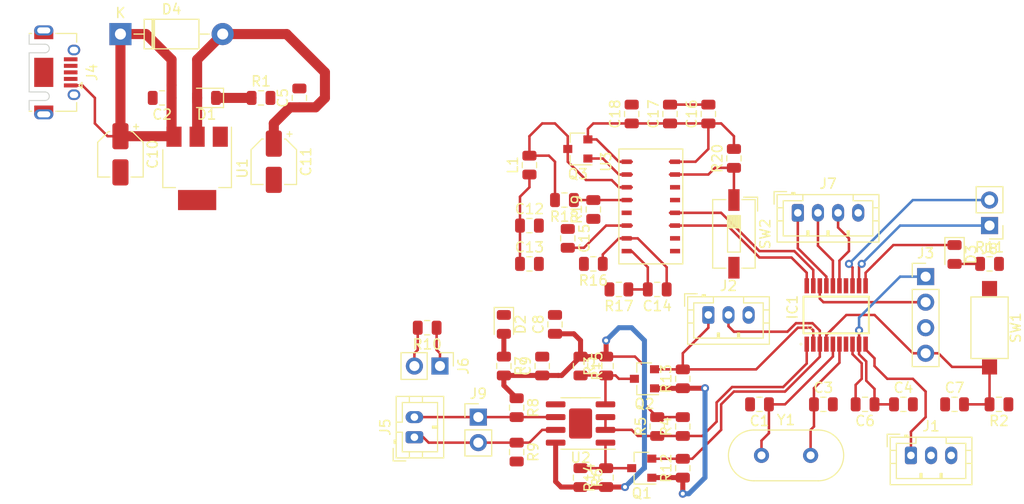
<source format=kicad_pcb>
(kicad_pcb (version 20171130) (host pcbnew "(5.1.5)-3")

  (general
    (thickness 1.6)
    (drawings 0)
    (tracks 282)
    (zones 0)
    (modules 62)
    (nets 48)
  )

  (page A4)
  (title_block
    (title SuperMaceta)
    (rev V1)
  )

  (layers
    (0 F.Cu signal)
    (31 B.Cu signal)
    (32 B.Adhes user)
    (33 F.Adhes user)
    (34 B.Paste user)
    (35 F.Paste user)
    (36 B.SilkS user)
    (37 F.SilkS user)
    (38 B.Mask user)
    (39 F.Mask user)
    (40 Dwgs.User user)
    (41 Cmts.User user)
    (42 Eco1.User user)
    (43 Eco2.User user)
    (44 Edge.Cuts user)
    (45 Margin user)
    (46 B.CrtYd user)
    (47 F.CrtYd user)
    (48 B.Fab user)
    (49 F.Fab user)
  )

  (setup
    (last_trace_width 0.25)
    (user_trace_width 0.5)
    (user_trace_width 1)
    (trace_clearance 0.2)
    (zone_clearance 0.508)
    (zone_45_only no)
    (trace_min 0.2)
    (via_size 0.8)
    (via_drill 0.4)
    (via_min_size 0.4)
    (via_min_drill 0.3)
    (uvia_size 0.3)
    (uvia_drill 0.1)
    (uvias_allowed no)
    (uvia_min_size 0.2)
    (uvia_min_drill 0.1)
    (edge_width 0.05)
    (segment_width 0.2)
    (pcb_text_width 0.3)
    (pcb_text_size 1.5 1.5)
    (mod_edge_width 0.12)
    (mod_text_size 1 1)
    (mod_text_width 0.15)
    (pad_size 1.524 1.524)
    (pad_drill 0.762)
    (pad_to_mask_clearance 0.051)
    (solder_mask_min_width 0.25)
    (aux_axis_origin 0 0)
    (visible_elements 7FFFF7FF)
    (pcbplotparams
      (layerselection 0x010fc_ffffffff)
      (usegerberextensions false)
      (usegerberattributes false)
      (usegerberadvancedattributes false)
      (creategerberjobfile false)
      (excludeedgelayer true)
      (linewidth 0.100000)
      (plotframeref false)
      (viasonmask false)
      (mode 1)
      (useauxorigin false)
      (hpglpennumber 1)
      (hpglpenspeed 20)
      (hpglpendiameter 15.000000)
      (psnegative false)
      (psa4output false)
      (plotreference true)
      (plotvalue true)
      (plotinvisibletext false)
      (padsonsilk false)
      (subtractmaskfromsilk false)
      (outputformat 1)
      (mirror false)
      (drillshape 1)
      (scaleselection 1)
      (outputdirectory ""))
  )

  (net 0 "")
  (net 1 5VGND)
  (net 2 OSCIN)
  (net 3 5V)
  (net 4 OSCOUT)
  (net 5 3V3)
  (net 6 "Net-(C6-Pad2)")
  (net 7 NRST)
  (net 8 "Net-(D1-Pad1)")
  (net 9 "Net-(D2-Pad2)")
  (net 10 PA3)
  (net 11 RS485_DIR)
  (net 12 SPI_CS)
  (net 13 SPI_CLK)
  (net 14 MOSI)
  (net 15 MISO)
  (net 16 SWIM)
  (net 17 PD2)
  (net 18 PD3)
  (net 19 "Net-(J5-Pad1)")
  (net 20 "Net-(J5-Pad2)")
  (net 21 "Net-(J6-Pad2)")
  (net 22 "Net-(J6-Pad1)")
  (net 23 LED_CHECK)
  (net 24 "Net-(D3-Pad2)")
  (net 25 SIN_USO_2)
  (net 26 SIN_USO_1)
  (net 27 RX_H)
  (net 28 RX_L)
  (net 29 TX_L)
  (net 30 TX_H)
  (net 31 "Net-(J4-Pad4)")
  (net 32 "Net-(J4-Pad3)")
  (net 33 "Net-(J4-Pad2)")
  (net 34 "Net-(U3-Pad13)")
  (net 35 E+)
  (net 36 "Net-(C14-Pad1)")
  (net 37 "Net-(C14-Pad2)")
  (net 38 "Net-(C15-Pad2)")
  (net 39 "Net-(C16-Pad2)")
  (net 40 "Net-(L1-Pad2)")
  (net 41 "Net-(Q3-Pad1)")
  (net 42 A-)
  (net 43 A+)
  (net 44 "Net-(R18-Pad1)")
  (net 45 "Net-(R20-Pad1)")
  (net 46 B-)
  (net 47 B+)

  (net_class Default "Esta es la clase de red por defecto."
    (clearance 0.2)
    (trace_width 0.25)
    (via_dia 0.8)
    (via_drill 0.4)
    (uvia_dia 0.3)
    (uvia_drill 0.1)
    (add_net 3V3)
    (add_net 5V)
    (add_net 5VGND)
    (add_net A+)
    (add_net A-)
    (add_net B+)
    (add_net B-)
    (add_net E+)
    (add_net LED_CHECK)
    (add_net MISO)
    (add_net MOSI)
    (add_net NRST)
    (add_net "Net-(C14-Pad1)")
    (add_net "Net-(C14-Pad2)")
    (add_net "Net-(C15-Pad2)")
    (add_net "Net-(C16-Pad2)")
    (add_net "Net-(C6-Pad2)")
    (add_net "Net-(D1-Pad1)")
    (add_net "Net-(D2-Pad2)")
    (add_net "Net-(D3-Pad2)")
    (add_net "Net-(J4-Pad2)")
    (add_net "Net-(J4-Pad3)")
    (add_net "Net-(J4-Pad4)")
    (add_net "Net-(J5-Pad1)")
    (add_net "Net-(J5-Pad2)")
    (add_net "Net-(J6-Pad1)")
    (add_net "Net-(J6-Pad2)")
    (add_net "Net-(L1-Pad2)")
    (add_net "Net-(Q3-Pad1)")
    (add_net "Net-(R18-Pad1)")
    (add_net "Net-(R20-Pad1)")
    (add_net "Net-(U3-Pad13)")
    (add_net OSCIN)
    (add_net OSCOUT)
    (add_net PA3)
    (add_net PD2)
    (add_net PD3)
    (add_net RS485_DIR)
    (add_net RX_H)
    (add_net RX_L)
    (add_net SIN_USO_1)
    (add_net SIN_USO_2)
    (add_net SPI_CLK)
    (add_net SPI_CS)
    (add_net SWIM)
    (add_net TX_H)
    (add_net TX_L)
  )

  (module Capacitor_SMD:C_0805_2012Metric (layer F.Cu) (tedit 5B36C52B) (tstamp 61685DA1)
    (at 93.98 78.74)
    (descr "Capacitor SMD 0805 (2012 Metric), square (rectangular) end terminal, IPC_7351 nominal, (Body size source: https://docs.google.com/spreadsheets/d/1BsfQQcO9C6DZCsRaXUlFlo91Tg2WpOkGARC1WS5S8t0/edit?usp=sharing), generated with kicad-footprint-generator")
    (tags capacitor)
    (path /6195F89F)
    (attr smd)
    (fp_text reference C12 (at 0 -1.65) (layer F.SilkS)
      (effects (font (size 1 1) (thickness 0.15)))
    )
    (fp_text value 0.1uF (at 0 1.65) (layer F.Fab)
      (effects (font (size 1 1) (thickness 0.15)))
    )
    (fp_text user %R (at 0 0) (layer F.Fab)
      (effects (font (size 0.5 0.5) (thickness 0.08)))
    )
    (fp_line (start 1.68 0.95) (end -1.68 0.95) (layer F.CrtYd) (width 0.05))
    (fp_line (start 1.68 -0.95) (end 1.68 0.95) (layer F.CrtYd) (width 0.05))
    (fp_line (start -1.68 -0.95) (end 1.68 -0.95) (layer F.CrtYd) (width 0.05))
    (fp_line (start -1.68 0.95) (end -1.68 -0.95) (layer F.CrtYd) (width 0.05))
    (fp_line (start -0.258578 0.71) (end 0.258578 0.71) (layer F.SilkS) (width 0.12))
    (fp_line (start -0.258578 -0.71) (end 0.258578 -0.71) (layer F.SilkS) (width 0.12))
    (fp_line (start 1 0.6) (end -1 0.6) (layer F.Fab) (width 0.1))
    (fp_line (start 1 -0.6) (end 1 0.6) (layer F.Fab) (width 0.1))
    (fp_line (start -1 -0.6) (end 1 -0.6) (layer F.Fab) (width 0.1))
    (fp_line (start -1 0.6) (end -1 -0.6) (layer F.Fab) (width 0.1))
    (pad 2 smd roundrect (at 0.9375 0) (size 0.975 1.4) (layers F.Cu F.Paste F.Mask) (roundrect_rratio 0.25)
      (net 1 5VGND))
    (pad 1 smd roundrect (at -0.9375 0) (size 0.975 1.4) (layers F.Cu F.Paste F.Mask) (roundrect_rratio 0.25)
      (net 35 E+))
    (model ${KISYS3DMOD}/Capacitor_SMD.3dshapes/C_0805_2012Metric.wrl
      (at (xyz 0 0 0))
      (scale (xyz 1 1 1))
      (rotate (xyz 0 0 0))
    )
  )

  (module Capacitor_SMD:C_0805_2012Metric (layer F.Cu) (tedit 5B36C52B) (tstamp 61685DB2)
    (at 93.98 82.55)
    (descr "Capacitor SMD 0805 (2012 Metric), square (rectangular) end terminal, IPC_7351 nominal, (Body size source: https://docs.google.com/spreadsheets/d/1BsfQQcO9C6DZCsRaXUlFlo91Tg2WpOkGARC1WS5S8t0/edit?usp=sharing), generated with kicad-footprint-generator")
    (tags capacitor)
    (path /61952E75)
    (attr smd)
    (fp_text reference C13 (at 0 -1.65) (layer F.SilkS)
      (effects (font (size 1 1) (thickness 0.15)))
    )
    (fp_text value 10uF (at 0 1.65) (layer F.Fab)
      (effects (font (size 1 1) (thickness 0.15)))
    )
    (fp_line (start -1 0.6) (end -1 -0.6) (layer F.Fab) (width 0.1))
    (fp_line (start -1 -0.6) (end 1 -0.6) (layer F.Fab) (width 0.1))
    (fp_line (start 1 -0.6) (end 1 0.6) (layer F.Fab) (width 0.1))
    (fp_line (start 1 0.6) (end -1 0.6) (layer F.Fab) (width 0.1))
    (fp_line (start -0.258578 -0.71) (end 0.258578 -0.71) (layer F.SilkS) (width 0.12))
    (fp_line (start -0.258578 0.71) (end 0.258578 0.71) (layer F.SilkS) (width 0.12))
    (fp_line (start -1.68 0.95) (end -1.68 -0.95) (layer F.CrtYd) (width 0.05))
    (fp_line (start -1.68 -0.95) (end 1.68 -0.95) (layer F.CrtYd) (width 0.05))
    (fp_line (start 1.68 -0.95) (end 1.68 0.95) (layer F.CrtYd) (width 0.05))
    (fp_line (start 1.68 0.95) (end -1.68 0.95) (layer F.CrtYd) (width 0.05))
    (fp_text user %R (at 0 0) (layer F.Fab)
      (effects (font (size 0.5 0.5) (thickness 0.08)))
    )
    (pad 1 smd roundrect (at -0.9375 0) (size 0.975 1.4) (layers F.Cu F.Paste F.Mask) (roundrect_rratio 0.25)
      (net 35 E+))
    (pad 2 smd roundrect (at 0.9375 0) (size 0.975 1.4) (layers F.Cu F.Paste F.Mask) (roundrect_rratio 0.25)
      (net 1 5VGND))
    (model ${KISYS3DMOD}/Capacitor_SMD.3dshapes/C_0805_2012Metric.wrl
      (at (xyz 0 0 0))
      (scale (xyz 1 1 1))
      (rotate (xyz 0 0 0))
    )
  )

  (module Inductor_SMD:L_0805_2012Metric (layer F.Cu) (tedit 5B36C52B) (tstamp 61685E18)
    (at 93.98 72.7225 90)
    (descr "Inductor SMD 0805 (2012 Metric), square (rectangular) end terminal, IPC_7351 nominal, (Body size source: https://docs.google.com/spreadsheets/d/1BsfQQcO9C6DZCsRaXUlFlo91Tg2WpOkGARC1WS5S8t0/edit?usp=sharing), generated with kicad-footprint-generator")
    (tags inductor)
    (path /61911336)
    (attr smd)
    (fp_text reference L1 (at 0 -1.65 90) (layer F.SilkS)
      (effects (font (size 1 1) (thickness 0.15)))
    )
    (fp_text value 3.3uH (at 0 1.65 90) (layer F.Fab)
      (effects (font (size 1 1) (thickness 0.15)))
    )
    (fp_line (start -1 0.6) (end -1 -0.6) (layer F.Fab) (width 0.1))
    (fp_line (start -1 -0.6) (end 1 -0.6) (layer F.Fab) (width 0.1))
    (fp_line (start 1 -0.6) (end 1 0.6) (layer F.Fab) (width 0.1))
    (fp_line (start 1 0.6) (end -1 0.6) (layer F.Fab) (width 0.1))
    (fp_line (start -0.258578 -0.71) (end 0.258578 -0.71) (layer F.SilkS) (width 0.12))
    (fp_line (start -0.258578 0.71) (end 0.258578 0.71) (layer F.SilkS) (width 0.12))
    (fp_line (start -1.68 0.95) (end -1.68 -0.95) (layer F.CrtYd) (width 0.05))
    (fp_line (start -1.68 -0.95) (end 1.68 -0.95) (layer F.CrtYd) (width 0.05))
    (fp_line (start 1.68 -0.95) (end 1.68 0.95) (layer F.CrtYd) (width 0.05))
    (fp_line (start 1.68 0.95) (end -1.68 0.95) (layer F.CrtYd) (width 0.05))
    (fp_text user %R (at 0 0 90) (layer F.Fab)
      (effects (font (size 0.5 0.5) (thickness 0.08)))
    )
    (pad 1 smd roundrect (at -0.9375 0 90) (size 0.975 1.4) (layers F.Cu F.Paste F.Mask) (roundrect_rratio 0.25)
      (net 35 E+))
    (pad 2 smd roundrect (at 0.9375 0 90) (size 0.975 1.4) (layers F.Cu F.Paste F.Mask) (roundrect_rratio 0.25)
      (net 40 "Net-(L1-Pad2)"))
    (model ${KISYS3DMOD}/Inductor_SMD.3dshapes/L_0805_2012Metric.wrl
      (at (xyz 0 0 0))
      (scale (xyz 1 1 1))
      (rotate (xyz 0 0 0))
    )
  )

  (module Connector_PinHeader_2.54mm:PinHeader_1x02_P2.54mm_Vertical (layer F.Cu) (tedit 59FED5CC) (tstamp 61672386)
    (at 88.9 97.79)
    (descr "Through hole straight pin header, 1x02, 2.54mm pitch, single row")
    (tags "Through hole pin header THT 1x02 2.54mm single row")
    (path /616F2A89)
    (fp_text reference J9 (at 0 -2.33) (layer F.SilkS)
      (effects (font (size 1 1) (thickness 0.15)))
    )
    (fp_text value FINAL_BUS_1 (at 0 4.87) (layer F.Fab)
      (effects (font (size 1 1) (thickness 0.15)))
    )
    (fp_text user %R (at 0 1.27 90) (layer F.Fab)
      (effects (font (size 1 1) (thickness 0.15)))
    )
    (fp_line (start 1.8 -1.8) (end -1.8 -1.8) (layer F.CrtYd) (width 0.05))
    (fp_line (start 1.8 4.35) (end 1.8 -1.8) (layer F.CrtYd) (width 0.05))
    (fp_line (start -1.8 4.35) (end 1.8 4.35) (layer F.CrtYd) (width 0.05))
    (fp_line (start -1.8 -1.8) (end -1.8 4.35) (layer F.CrtYd) (width 0.05))
    (fp_line (start -1.33 -1.33) (end 0 -1.33) (layer F.SilkS) (width 0.12))
    (fp_line (start -1.33 0) (end -1.33 -1.33) (layer F.SilkS) (width 0.12))
    (fp_line (start -1.33 1.27) (end 1.33 1.27) (layer F.SilkS) (width 0.12))
    (fp_line (start 1.33 1.27) (end 1.33 3.87) (layer F.SilkS) (width 0.12))
    (fp_line (start -1.33 1.27) (end -1.33 3.87) (layer F.SilkS) (width 0.12))
    (fp_line (start -1.33 3.87) (end 1.33 3.87) (layer F.SilkS) (width 0.12))
    (fp_line (start -1.27 -0.635) (end -0.635 -1.27) (layer F.Fab) (width 0.1))
    (fp_line (start -1.27 3.81) (end -1.27 -0.635) (layer F.Fab) (width 0.1))
    (fp_line (start 1.27 3.81) (end -1.27 3.81) (layer F.Fab) (width 0.1))
    (fp_line (start 1.27 -1.27) (end 1.27 3.81) (layer F.Fab) (width 0.1))
    (fp_line (start -0.635 -1.27) (end 1.27 -1.27) (layer F.Fab) (width 0.1))
    (pad 2 thru_hole oval (at 0 2.54) (size 1.7 1.7) (drill 1) (layers *.Cu *.Mask)
      (net 19 "Net-(J5-Pad1)"))
    (pad 1 thru_hole rect (at 0 0) (size 1.7 1.7) (drill 1) (layers *.Cu *.Mask)
      (net 20 "Net-(J5-Pad2)"))
    (model ${KISYS3DMOD}/Connector_PinHeader_2.54mm.3dshapes/PinHeader_1x02_P2.54mm_Vertical.wrl
      (at (xyz 0 0 0))
      (scale (xyz 1 1 1))
      (rotate (xyz 0 0 0))
    )
  )

  (module Package_SO:SOIC-8-1EP_3.9x4.9mm_P1.27mm_EP2.29x3mm (layer F.Cu) (tedit 5C56E16F) (tstamp 61647B25)
    (at 99.06 98.425 180)
    (descr "SOIC, 8 Pin (https://www.analog.com/media/en/technical-documentation/data-sheets/ada4898-1_4898-2.pdf#page=29), generated with kicad-footprint-generator ipc_gullwing_generator.py")
    (tags "SOIC SO")
    (path /61662533)
    (attr smd)
    (fp_text reference U2 (at 0 -3.4) (layer F.SilkS)
      (effects (font (size 1 1) (thickness 0.15)))
    )
    (fp_text value MAX485E (at 0 3.4) (layer F.Fab)
      (effects (font (size 1 1) (thickness 0.15)))
    )
    (fp_line (start 0 2.56) (end 1.95 2.56) (layer F.SilkS) (width 0.12))
    (fp_line (start 0 2.56) (end -1.95 2.56) (layer F.SilkS) (width 0.12))
    (fp_line (start 0 -2.56) (end 1.95 -2.56) (layer F.SilkS) (width 0.12))
    (fp_line (start 0 -2.56) (end -3.45 -2.56) (layer F.SilkS) (width 0.12))
    (fp_line (start -0.975 -2.45) (end 1.95 -2.45) (layer F.Fab) (width 0.1))
    (fp_line (start 1.95 -2.45) (end 1.95 2.45) (layer F.Fab) (width 0.1))
    (fp_line (start 1.95 2.45) (end -1.95 2.45) (layer F.Fab) (width 0.1))
    (fp_line (start -1.95 2.45) (end -1.95 -1.475) (layer F.Fab) (width 0.1))
    (fp_line (start -1.95 -1.475) (end -0.975 -2.45) (layer F.Fab) (width 0.1))
    (fp_line (start -3.7 -2.7) (end -3.7 2.7) (layer F.CrtYd) (width 0.05))
    (fp_line (start -3.7 2.7) (end 3.7 2.7) (layer F.CrtYd) (width 0.05))
    (fp_line (start 3.7 2.7) (end 3.7 -2.7) (layer F.CrtYd) (width 0.05))
    (fp_line (start 3.7 -2.7) (end -3.7 -2.7) (layer F.CrtYd) (width 0.05))
    (fp_text user %R (at 0 0) (layer F.Fab)
      (effects (font (size 0.98 0.98) (thickness 0.15)))
    )
    (pad 9 smd roundrect (at 0 0 180) (size 2.29 3) (layers F.Cu F.Mask) (roundrect_rratio 0.10917))
    (pad "" smd roundrect (at -0.57 -0.75 180) (size 0.92 1.21) (layers F.Paste) (roundrect_rratio 0.25))
    (pad "" smd roundrect (at -0.57 0.75 180) (size 0.92 1.21) (layers F.Paste) (roundrect_rratio 0.25))
    (pad "" smd roundrect (at 0.57 -0.75 180) (size 0.92 1.21) (layers F.Paste) (roundrect_rratio 0.25))
    (pad "" smd roundrect (at 0.57 0.75 180) (size 0.92 1.21) (layers F.Paste) (roundrect_rratio 0.25))
    (pad 1 smd roundrect (at -2.475 -1.905 180) (size 1.95 0.6) (layers F.Cu F.Paste F.Mask) (roundrect_rratio 0.25)
      (net 27 RX_H))
    (pad 2 smd roundrect (at -2.475 -0.635 180) (size 1.95 0.6) (layers F.Cu F.Paste F.Mask) (roundrect_rratio 0.25)
      (net 11 RS485_DIR))
    (pad 3 smd roundrect (at -2.475 0.635 180) (size 1.95 0.6) (layers F.Cu F.Paste F.Mask) (roundrect_rratio 0.25)
      (net 11 RS485_DIR))
    (pad 4 smd roundrect (at -2.475 1.905 180) (size 1.95 0.6) (layers F.Cu F.Paste F.Mask) (roundrect_rratio 0.25)
      (net 30 TX_H))
    (pad 5 smd roundrect (at 2.475 1.905 180) (size 1.95 0.6) (layers F.Cu F.Paste F.Mask) (roundrect_rratio 0.25)
      (net 1 5VGND))
    (pad 6 smd roundrect (at 2.475 0.635 180) (size 1.95 0.6) (layers F.Cu F.Paste F.Mask) (roundrect_rratio 0.25)
      (net 20 "Net-(J5-Pad2)"))
    (pad 7 smd roundrect (at 2.475 -0.635 180) (size 1.95 0.6) (layers F.Cu F.Paste F.Mask) (roundrect_rratio 0.25)
      (net 19 "Net-(J5-Pad1)"))
    (pad 8 smd roundrect (at 2.475 -1.905 180) (size 1.95 0.6) (layers F.Cu F.Paste F.Mask) (roundrect_rratio 0.25)
      (net 3 5V))
    (model ${KISYS3DMOD}/Package_SO.3dshapes/SOIC-8-1EP_3.9x4.9mm_P1.27mm_EP2.29x3mm.wrl
      (at (xyz 0 0 0))
      (scale (xyz 1 1 1))
      (rotate (xyz 0 0 0))
    )
  )

  (module Capacitor_SMD:C_0805_2012Metric (layer F.Cu) (tedit 5B36C52B) (tstamp 616478DA)
    (at 127.3325 96.52 180)
    (descr "Capacitor SMD 0805 (2012 Metric), square (rectangular) end terminal, IPC_7351 nominal, (Body size source: https://docs.google.com/spreadsheets/d/1BsfQQcO9C6DZCsRaXUlFlo91Tg2WpOkGARC1WS5S8t0/edit?usp=sharing), generated with kicad-footprint-generator")
    (tags capacitor)
    (path /6164A087)
    (attr smd)
    (fp_text reference C6 (at 0 -1.65) (layer F.SilkS)
      (effects (font (size 1 1) (thickness 0.15)))
    )
    (fp_text value 1uF (at 0 1.65) (layer F.Fab)
      (effects (font (size 1 1) (thickness 0.15)))
    )
    (fp_line (start -1 0.6) (end -1 -0.6) (layer F.Fab) (width 0.1))
    (fp_line (start -1 -0.6) (end 1 -0.6) (layer F.Fab) (width 0.1))
    (fp_line (start 1 -0.6) (end 1 0.6) (layer F.Fab) (width 0.1))
    (fp_line (start 1 0.6) (end -1 0.6) (layer F.Fab) (width 0.1))
    (fp_line (start -0.258578 -0.71) (end 0.258578 -0.71) (layer F.SilkS) (width 0.12))
    (fp_line (start -0.258578 0.71) (end 0.258578 0.71) (layer F.SilkS) (width 0.12))
    (fp_line (start -1.68 0.95) (end -1.68 -0.95) (layer F.CrtYd) (width 0.05))
    (fp_line (start -1.68 -0.95) (end 1.68 -0.95) (layer F.CrtYd) (width 0.05))
    (fp_line (start 1.68 -0.95) (end 1.68 0.95) (layer F.CrtYd) (width 0.05))
    (fp_line (start 1.68 0.95) (end -1.68 0.95) (layer F.CrtYd) (width 0.05))
    (fp_text user %R (at 0 0) (layer F.Fab)
      (effects (font (size 0.5 0.5) (thickness 0.08)))
    )
    (pad 1 smd roundrect (at -0.9375 0 180) (size 0.975 1.4) (layers F.Cu F.Paste F.Mask) (roundrect_rratio 0.25)
      (net 5 3V3))
    (pad 2 smd roundrect (at 0.9375 0 180) (size 0.975 1.4) (layers F.Cu F.Paste F.Mask) (roundrect_rratio 0.25)
      (net 6 "Net-(C6-Pad2)"))
    (model ${KISYS3DMOD}/Capacitor_SMD.3dshapes/C_0805_2012Metric.wrl
      (at (xyz 0 0 0))
      (scale (xyz 1 1 1))
      (rotate (xyz 0 0 0))
    )
  )

  (module Resistor_SMD:R_0805_2012Metric (layer F.Cu) (tedit 5B36C52B) (tstamp 61647A95)
    (at 92.71 96.8525 270)
    (descr "Resistor SMD 0805 (2012 Metric), square (rectangular) end terminal, IPC_7351 nominal, (Body size source: https://docs.google.com/spreadsheets/d/1BsfQQcO9C6DZCsRaXUlFlo91Tg2WpOkGARC1WS5S8t0/edit?usp=sharing), generated with kicad-footprint-generator")
    (tags resistor)
    (path /616A8949)
    (attr smd)
    (fp_text reference R8 (at 0 -1.65 90) (layer F.SilkS)
      (effects (font (size 1 1) (thickness 0.15)))
    )
    (fp_text value 20K (at 0 1.65 90) (layer F.Fab)
      (effects (font (size 1 1) (thickness 0.15)))
    )
    (fp_line (start -1 0.6) (end -1 -0.6) (layer F.Fab) (width 0.1))
    (fp_line (start -1 -0.6) (end 1 -0.6) (layer F.Fab) (width 0.1))
    (fp_line (start 1 -0.6) (end 1 0.6) (layer F.Fab) (width 0.1))
    (fp_line (start 1 0.6) (end -1 0.6) (layer F.Fab) (width 0.1))
    (fp_line (start -0.258578 -0.71) (end 0.258578 -0.71) (layer F.SilkS) (width 0.12))
    (fp_line (start -0.258578 0.71) (end 0.258578 0.71) (layer F.SilkS) (width 0.12))
    (fp_line (start -1.68 0.95) (end -1.68 -0.95) (layer F.CrtYd) (width 0.05))
    (fp_line (start -1.68 -0.95) (end 1.68 -0.95) (layer F.CrtYd) (width 0.05))
    (fp_line (start 1.68 -0.95) (end 1.68 0.95) (layer F.CrtYd) (width 0.05))
    (fp_line (start 1.68 0.95) (end -1.68 0.95) (layer F.CrtYd) (width 0.05))
    (fp_text user %R (at 0 0 90) (layer F.Fab)
      (effects (font (size 0.5 0.5) (thickness 0.08)))
    )
    (pad 1 smd roundrect (at -0.9375 0 270) (size 0.975 1.4) (layers F.Cu F.Paste F.Mask) (roundrect_rratio 0.25)
      (net 3 5V))
    (pad 2 smd roundrect (at 0.9375 0 270) (size 0.975 1.4) (layers F.Cu F.Paste F.Mask) (roundrect_rratio 0.25)
      (net 20 "Net-(J5-Pad2)"))
    (model ${KISYS3DMOD}/Resistor_SMD.3dshapes/R_0805_2012Metric.wrl
      (at (xyz 0 0 0))
      (scale (xyz 1 1 1))
      (rotate (xyz 0 0 0))
    )
  )

  (module Resistor_SMD:R_0805_2012Metric (layer F.Cu) (tedit 5B36C52B) (tstamp 61647A62)
    (at 106.68 98.7275 90)
    (descr "Resistor SMD 0805 (2012 Metric), square (rectangular) end terminal, IPC_7351 nominal, (Body size source: https://docs.google.com/spreadsheets/d/1BsfQQcO9C6DZCsRaXUlFlo91Tg2WpOkGARC1WS5S8t0/edit?usp=sharing), generated with kicad-footprint-generator")
    (tags resistor)
    (path /616F72D6)
    (attr smd)
    (fp_text reference R5 (at 0 -1.65 90) (layer F.SilkS)
      (effects (font (size 1 1) (thickness 0.15)))
    )
    (fp_text value 10K (at 0 1.65 90) (layer F.Fab)
      (effects (font (size 1 1) (thickness 0.15)))
    )
    (fp_line (start -1 0.6) (end -1 -0.6) (layer F.Fab) (width 0.1))
    (fp_line (start -1 -0.6) (end 1 -0.6) (layer F.Fab) (width 0.1))
    (fp_line (start 1 -0.6) (end 1 0.6) (layer F.Fab) (width 0.1))
    (fp_line (start 1 0.6) (end -1 0.6) (layer F.Fab) (width 0.1))
    (fp_line (start -0.258578 -0.71) (end 0.258578 -0.71) (layer F.SilkS) (width 0.12))
    (fp_line (start -0.258578 0.71) (end 0.258578 0.71) (layer F.SilkS) (width 0.12))
    (fp_line (start -1.68 0.95) (end -1.68 -0.95) (layer F.CrtYd) (width 0.05))
    (fp_line (start -1.68 -0.95) (end 1.68 -0.95) (layer F.CrtYd) (width 0.05))
    (fp_line (start 1.68 -0.95) (end 1.68 0.95) (layer F.CrtYd) (width 0.05))
    (fp_line (start 1.68 0.95) (end -1.68 0.95) (layer F.CrtYd) (width 0.05))
    (fp_text user %R (at 0 0 90) (layer F.Fab)
      (effects (font (size 0.5 0.5) (thickness 0.08)))
    )
    (pad 1 smd roundrect (at -0.9375 0 90) (size 0.975 1.4) (layers F.Cu F.Paste F.Mask) (roundrect_rratio 0.25)
      (net 11 RS485_DIR))
    (pad 2 smd roundrect (at 0.9375 0 90) (size 0.975 1.4) (layers F.Cu F.Paste F.Mask) (roundrect_rratio 0.25)
      (net 3 5V))
    (model ${KISYS3DMOD}/Resistor_SMD.3dshapes/R_0805_2012Metric.wrl
      (at (xyz 0 0 0))
      (scale (xyz 1 1 1))
      (rotate (xyz 0 0 0))
    )
  )

  (module Resistor_SMD:R_0805_2012Metric (layer F.Cu) (tedit 5B36C52B) (tstamp 61647A73)
    (at 99.06 103.8075 270)
    (descr "Resistor SMD 0805 (2012 Metric), square (rectangular) end terminal, IPC_7351 nominal, (Body size source: https://docs.google.com/spreadsheets/d/1BsfQQcO9C6DZCsRaXUlFlo91Tg2WpOkGARC1WS5S8t0/edit?usp=sharing), generated with kicad-footprint-generator")
    (tags resistor)
    (path /616F7F9C)
    (attr smd)
    (fp_text reference R6 (at 0 -1.65 90) (layer F.SilkS)
      (effects (font (size 1 1) (thickness 0.15)))
    )
    (fp_text value 10K (at 0 1.65 90) (layer F.Fab)
      (effects (font (size 1 1) (thickness 0.15)))
    )
    (fp_text user %R (at 0 0 90) (layer F.Fab)
      (effects (font (size 0.5 0.5) (thickness 0.08)))
    )
    (fp_line (start 1.68 0.95) (end -1.68 0.95) (layer F.CrtYd) (width 0.05))
    (fp_line (start 1.68 -0.95) (end 1.68 0.95) (layer F.CrtYd) (width 0.05))
    (fp_line (start -1.68 -0.95) (end 1.68 -0.95) (layer F.CrtYd) (width 0.05))
    (fp_line (start -1.68 0.95) (end -1.68 -0.95) (layer F.CrtYd) (width 0.05))
    (fp_line (start -0.258578 0.71) (end 0.258578 0.71) (layer F.SilkS) (width 0.12))
    (fp_line (start -0.258578 -0.71) (end 0.258578 -0.71) (layer F.SilkS) (width 0.12))
    (fp_line (start 1 0.6) (end -1 0.6) (layer F.Fab) (width 0.1))
    (fp_line (start 1 -0.6) (end 1 0.6) (layer F.Fab) (width 0.1))
    (fp_line (start -1 -0.6) (end 1 -0.6) (layer F.Fab) (width 0.1))
    (fp_line (start -1 0.6) (end -1 -0.6) (layer F.Fab) (width 0.1))
    (pad 2 smd roundrect (at 0.9375 0 270) (size 0.975 1.4) (layers F.Cu F.Paste F.Mask) (roundrect_rratio 0.25)
      (net 3 5V))
    (pad 1 smd roundrect (at -0.9375 0 270) (size 0.975 1.4) (layers F.Cu F.Paste F.Mask) (roundrect_rratio 0.25)
      (net 27 RX_H))
    (model ${KISYS3DMOD}/Resistor_SMD.3dshapes/R_0805_2012Metric.wrl
      (at (xyz 0 0 0))
      (scale (xyz 1 1 1))
      (rotate (xyz 0 0 0))
    )
  )

  (module Resistor_SMD:R_0805_2012Metric (layer F.Cu) (tedit 5B36C52B) (tstamp 61647A51)
    (at 109.22 98.7275 90)
    (descr "Resistor SMD 0805 (2012 Metric), square (rectangular) end terminal, IPC_7351 nominal, (Body size source: https://docs.google.com/spreadsheets/d/1BsfQQcO9C6DZCsRaXUlFlo91Tg2WpOkGARC1WS5S8t0/edit?usp=sharing), generated with kicad-footprint-generator")
    (tags resistor)
    (path /616F6762)
    (attr smd)
    (fp_text reference R4 (at 0 -1.65 90) (layer F.SilkS)
      (effects (font (size 1 1) (thickness 0.15)))
    )
    (fp_text value 10K (at 0 1.65 90) (layer F.Fab)
      (effects (font (size 1 1) (thickness 0.15)))
    )
    (fp_line (start -1 0.6) (end -1 -0.6) (layer F.Fab) (width 0.1))
    (fp_line (start -1 -0.6) (end 1 -0.6) (layer F.Fab) (width 0.1))
    (fp_line (start 1 -0.6) (end 1 0.6) (layer F.Fab) (width 0.1))
    (fp_line (start 1 0.6) (end -1 0.6) (layer F.Fab) (width 0.1))
    (fp_line (start -0.258578 -0.71) (end 0.258578 -0.71) (layer F.SilkS) (width 0.12))
    (fp_line (start -0.258578 0.71) (end 0.258578 0.71) (layer F.SilkS) (width 0.12))
    (fp_line (start -1.68 0.95) (end -1.68 -0.95) (layer F.CrtYd) (width 0.05))
    (fp_line (start -1.68 -0.95) (end 1.68 -0.95) (layer F.CrtYd) (width 0.05))
    (fp_line (start 1.68 -0.95) (end 1.68 0.95) (layer F.CrtYd) (width 0.05))
    (fp_line (start 1.68 0.95) (end -1.68 0.95) (layer F.CrtYd) (width 0.05))
    (fp_text user %R (at 0 0 90) (layer F.Fab)
      (effects (font (size 0.5 0.5) (thickness 0.08)))
    )
    (pad 1 smd roundrect (at -0.9375 0 90) (size 0.975 1.4) (layers F.Cu F.Paste F.Mask) (roundrect_rratio 0.25)
      (net 11 RS485_DIR))
    (pad 2 smd roundrect (at 0.9375 0 90) (size 0.975 1.4) (layers F.Cu F.Paste F.Mask) (roundrect_rratio 0.25)
      (net 3 5V))
    (model ${KISYS3DMOD}/Resistor_SMD.3dshapes/R_0805_2012Metric.wrl
      (at (xyz 0 0 0))
      (scale (xyz 1 1 1))
      (rotate (xyz 0 0 0))
    )
  )

  (module Capacitor_SMD:C_0805_2012Metric (layer F.Cu) (tedit 5B36C52B) (tstamp 6164790D)
    (at 95.25 92.71 90)
    (descr "Capacitor SMD 0805 (2012 Metric), square (rectangular) end terminal, IPC_7351 nominal, (Body size source: https://docs.google.com/spreadsheets/d/1BsfQQcO9C6DZCsRaXUlFlo91Tg2WpOkGARC1WS5S8t0/edit?usp=sharing), generated with kicad-footprint-generator")
    (tags capacitor)
    (path /617AC1F8)
    (attr smd)
    (fp_text reference C9 (at 0 -1.65 90) (layer F.SilkS)
      (effects (font (size 1 1) (thickness 0.15)))
    )
    (fp_text value 0.1uF (at 0 1.65 90) (layer F.Fab)
      (effects (font (size 1 1) (thickness 0.15)))
    )
    (fp_line (start -1 0.6) (end -1 -0.6) (layer F.Fab) (width 0.1))
    (fp_line (start -1 -0.6) (end 1 -0.6) (layer F.Fab) (width 0.1))
    (fp_line (start 1 -0.6) (end 1 0.6) (layer F.Fab) (width 0.1))
    (fp_line (start 1 0.6) (end -1 0.6) (layer F.Fab) (width 0.1))
    (fp_line (start -0.258578 -0.71) (end 0.258578 -0.71) (layer F.SilkS) (width 0.12))
    (fp_line (start -0.258578 0.71) (end 0.258578 0.71) (layer F.SilkS) (width 0.12))
    (fp_line (start -1.68 0.95) (end -1.68 -0.95) (layer F.CrtYd) (width 0.05))
    (fp_line (start -1.68 -0.95) (end 1.68 -0.95) (layer F.CrtYd) (width 0.05))
    (fp_line (start 1.68 -0.95) (end 1.68 0.95) (layer F.CrtYd) (width 0.05))
    (fp_line (start 1.68 0.95) (end -1.68 0.95) (layer F.CrtYd) (width 0.05))
    (fp_text user %R (at 0 0 90) (layer F.Fab)
      (effects (font (size 0.5 0.5) (thickness 0.08)))
    )
    (pad 1 smd roundrect (at -0.9375 0 90) (size 0.975 1.4) (layers F.Cu F.Paste F.Mask) (roundrect_rratio 0.25)
      (net 3 5V))
    (pad 2 smd roundrect (at 0.9375 0 90) (size 0.975 1.4) (layers F.Cu F.Paste F.Mask) (roundrect_rratio 0.25)
      (net 1 5VGND))
    (model ${KISYS3DMOD}/Capacitor_SMD.3dshapes/C_0805_2012Metric.wrl
      (at (xyz 0 0 0))
      (scale (xyz 1 1 1))
      (rotate (xyz 0 0 0))
    )
  )

  (module Resistor_SMD:R_0805_2012Metric (layer F.Cu) (tedit 5B36C52B) (tstamp 61647A40)
    (at 101.6 92.71 90)
    (descr "Resistor SMD 0805 (2012 Metric), square (rectangular) end terminal, IPC_7351 nominal, (Body size source: https://docs.google.com/spreadsheets/d/1BsfQQcO9C6DZCsRaXUlFlo91Tg2WpOkGARC1WS5S8t0/edit?usp=sharing), generated with kicad-footprint-generator")
    (tags resistor)
    (path /616F59F3)
    (attr smd)
    (fp_text reference R3 (at 0 -1.65 90) (layer F.SilkS)
      (effects (font (size 1 1) (thickness 0.15)))
    )
    (fp_text value 10K (at 0 1.65 90) (layer F.Fab)
      (effects (font (size 1 1) (thickness 0.15)))
    )
    (fp_text user %R (at 0 0 90) (layer F.Fab)
      (effects (font (size 0.5 0.5) (thickness 0.08)))
    )
    (fp_line (start 1.68 0.95) (end -1.68 0.95) (layer F.CrtYd) (width 0.05))
    (fp_line (start 1.68 -0.95) (end 1.68 0.95) (layer F.CrtYd) (width 0.05))
    (fp_line (start -1.68 -0.95) (end 1.68 -0.95) (layer F.CrtYd) (width 0.05))
    (fp_line (start -1.68 0.95) (end -1.68 -0.95) (layer F.CrtYd) (width 0.05))
    (fp_line (start -0.258578 0.71) (end 0.258578 0.71) (layer F.SilkS) (width 0.12))
    (fp_line (start -0.258578 -0.71) (end 0.258578 -0.71) (layer F.SilkS) (width 0.12))
    (fp_line (start 1 0.6) (end -1 0.6) (layer F.Fab) (width 0.1))
    (fp_line (start 1 -0.6) (end 1 0.6) (layer F.Fab) (width 0.1))
    (fp_line (start -1 -0.6) (end 1 -0.6) (layer F.Fab) (width 0.1))
    (fp_line (start -1 0.6) (end -1 -0.6) (layer F.Fab) (width 0.1))
    (pad 2 smd roundrect (at 0.9375 0 90) (size 0.975 1.4) (layers F.Cu F.Paste F.Mask) (roundrect_rratio 0.25)
      (net 3 5V))
    (pad 1 smd roundrect (at -0.9375 0 90) (size 0.975 1.4) (layers F.Cu F.Paste F.Mask) (roundrect_rratio 0.25)
      (net 30 TX_H))
    (model ${KISYS3DMOD}/Resistor_SMD.3dshapes/R_0805_2012Metric.wrl
      (at (xyz 0 0 0))
      (scale (xyz 1 1 1))
      (rotate (xyz 0 0 0))
    )
  )

  (module Capacitor_SMD:C_0805_2012Metric (layer F.Cu) (tedit 5B36C52B) (tstamp 616478C9)
    (at 71.12 66.04 90)
    (descr "Capacitor SMD 0805 (2012 Metric), square (rectangular) end terminal, IPC_7351 nominal, (Body size source: https://docs.google.com/spreadsheets/d/1BsfQQcO9C6DZCsRaXUlFlo91Tg2WpOkGARC1WS5S8t0/edit?usp=sharing), generated with kicad-footprint-generator")
    (tags capacitor)
    (path /6163085C)
    (attr smd)
    (fp_text reference C5 (at 0 -1.65 90) (layer F.SilkS)
      (effects (font (size 1 1) (thickness 0.15)))
    )
    (fp_text value 100uF (at 0 1.65 90) (layer F.Fab)
      (effects (font (size 1 1) (thickness 0.15)))
    )
    (fp_text user %R (at 0 0 180) (layer F.Fab)
      (effects (font (size 0.5 0.5) (thickness 0.08)))
    )
    (fp_line (start 1.68 0.95) (end -1.68 0.95) (layer F.CrtYd) (width 0.05))
    (fp_line (start 1.68 -0.95) (end 1.68 0.95) (layer F.CrtYd) (width 0.05))
    (fp_line (start -1.68 -0.95) (end 1.68 -0.95) (layer F.CrtYd) (width 0.05))
    (fp_line (start -1.68 0.95) (end -1.68 -0.95) (layer F.CrtYd) (width 0.05))
    (fp_line (start -0.258578 0.71) (end 0.258578 0.71) (layer F.SilkS) (width 0.12))
    (fp_line (start -0.258578 -0.71) (end 0.258578 -0.71) (layer F.SilkS) (width 0.12))
    (fp_line (start 1 0.6) (end -1 0.6) (layer F.Fab) (width 0.1))
    (fp_line (start 1 -0.6) (end 1 0.6) (layer F.Fab) (width 0.1))
    (fp_line (start -1 -0.6) (end 1 -0.6) (layer F.Fab) (width 0.1))
    (fp_line (start -1 0.6) (end -1 -0.6) (layer F.Fab) (width 0.1))
    (pad 2 smd roundrect (at 0.9375 0 90) (size 0.975 1.4) (layers F.Cu F.Paste F.Mask) (roundrect_rratio 0.25)
      (net 1 5VGND))
    (pad 1 smd roundrect (at -0.9375 0 90) (size 0.975 1.4) (layers F.Cu F.Paste F.Mask) (roundrect_rratio 0.25)
      (net 5 3V3))
    (model ${KISYS3DMOD}/Capacitor_SMD.3dshapes/C_0805_2012Metric.wrl
      (at (xyz 0 0 0))
      (scale (xyz 1 1 1))
      (rotate (xyz 0 0 0))
    )
  )

  (module LED_SMD:LED_0805_2012Metric (layer F.Cu) (tedit 5B36C52C) (tstamp 61647920)
    (at 61.8975 66.04 180)
    (descr "LED SMD 0805 (2012 Metric), square (rectangular) end terminal, IPC_7351 nominal, (Body size source: https://docs.google.com/spreadsheets/d/1BsfQQcO9C6DZCsRaXUlFlo91Tg2WpOkGARC1WS5S8t0/edit?usp=sharing), generated with kicad-footprint-generator")
    (tags diode)
    (path /6168C870)
    (attr smd)
    (fp_text reference D1 (at 0 -1.65) (layer F.SilkS)
      (effects (font (size 1 1) (thickness 0.15)))
    )
    (fp_text value GREEN (at 0 1.65) (layer F.Fab)
      (effects (font (size 1 1) (thickness 0.15)))
    )
    (fp_line (start 1 -0.6) (end -0.7 -0.6) (layer F.Fab) (width 0.1))
    (fp_line (start -0.7 -0.6) (end -1 -0.3) (layer F.Fab) (width 0.1))
    (fp_line (start -1 -0.3) (end -1 0.6) (layer F.Fab) (width 0.1))
    (fp_line (start -1 0.6) (end 1 0.6) (layer F.Fab) (width 0.1))
    (fp_line (start 1 0.6) (end 1 -0.6) (layer F.Fab) (width 0.1))
    (fp_line (start 1 -0.96) (end -1.685 -0.96) (layer F.SilkS) (width 0.12))
    (fp_line (start -1.685 -0.96) (end -1.685 0.96) (layer F.SilkS) (width 0.12))
    (fp_line (start -1.685 0.96) (end 1 0.96) (layer F.SilkS) (width 0.12))
    (fp_line (start -1.68 0.95) (end -1.68 -0.95) (layer F.CrtYd) (width 0.05))
    (fp_line (start -1.68 -0.95) (end 1.68 -0.95) (layer F.CrtYd) (width 0.05))
    (fp_line (start 1.68 -0.95) (end 1.68 0.95) (layer F.CrtYd) (width 0.05))
    (fp_line (start 1.68 0.95) (end -1.68 0.95) (layer F.CrtYd) (width 0.05))
    (fp_text user %R (at 0 0) (layer F.Fab)
      (effects (font (size 0.5 0.5) (thickness 0.08)))
    )
    (pad 1 smd roundrect (at -0.9375 0 180) (size 0.975 1.4) (layers F.Cu F.Paste F.Mask) (roundrect_rratio 0.25)
      (net 8 "Net-(D1-Pad1)"))
    (pad 2 smd roundrect (at 0.9375 0 180) (size 0.975 1.4) (layers F.Cu F.Paste F.Mask) (roundrect_rratio 0.25)
      (net 5 3V3))
    (model ${KISYS3DMOD}/LED_SMD.3dshapes/LED_0805_2012Metric.wrl
      (at (xyz 0 0 0))
      (scale (xyz 1 1 1))
      (rotate (xyz 0 0 0))
    )
  )

  (module Resistor_SMD:R_0805_2012Metric (layer F.Cu) (tedit 5B36C52B) (tstamp 61647A1E)
    (at 67.31 66.04)
    (descr "Resistor SMD 0805 (2012 Metric), square (rectangular) end terminal, IPC_7351 nominal, (Body size source: https://docs.google.com/spreadsheets/d/1BsfQQcO9C6DZCsRaXUlFlo91Tg2WpOkGARC1WS5S8t0/edit?usp=sharing), generated with kicad-footprint-generator")
    (tags resistor)
    (path /6169050C)
    (attr smd)
    (fp_text reference R1 (at 0 -1.65) (layer F.SilkS)
      (effects (font (size 1 1) (thickness 0.15)))
    )
    (fp_text value 100 (at 0 -1.27) (layer F.Fab)
      (effects (font (size 1 1) (thickness 0.15)))
    )
    (fp_line (start -1 0.6) (end -1 -0.6) (layer F.Fab) (width 0.1))
    (fp_line (start -1 -0.6) (end 1 -0.6) (layer F.Fab) (width 0.1))
    (fp_line (start 1 -0.6) (end 1 0.6) (layer F.Fab) (width 0.1))
    (fp_line (start 1 0.6) (end -1 0.6) (layer F.Fab) (width 0.1))
    (fp_line (start -0.258578 -0.71) (end 0.258578 -0.71) (layer F.SilkS) (width 0.12))
    (fp_line (start -0.258578 0.71) (end 0.258578 0.71) (layer F.SilkS) (width 0.12))
    (fp_line (start -1.68 0.95) (end -1.68 -0.95) (layer F.CrtYd) (width 0.05))
    (fp_line (start -1.68 -0.95) (end 1.68 -0.95) (layer F.CrtYd) (width 0.05))
    (fp_line (start 1.68 -0.95) (end 1.68 0.95) (layer F.CrtYd) (width 0.05))
    (fp_line (start 1.68 0.95) (end -1.68 0.95) (layer F.CrtYd) (width 0.05))
    (fp_text user %R (at 0 0 90) (layer F.Fab)
      (effects (font (size 0.5 0.5) (thickness 0.08)))
    )
    (pad 1 smd roundrect (at -0.9375 0) (size 0.975 1.4) (layers F.Cu F.Paste F.Mask) (roundrect_rratio 0.25)
      (net 8 "Net-(D1-Pad1)"))
    (pad 2 smd roundrect (at 0.9375 0) (size 0.975 1.4) (layers F.Cu F.Paste F.Mask) (roundrect_rratio 0.25)
      (net 1 5VGND))
    (model ${KISYS3DMOD}/Resistor_SMD.3dshapes/R_0805_2012Metric.wrl
      (at (xyz 0 0 0))
      (scale (xyz 1 1 1))
      (rotate (xyz 0 0 0))
    )
  )

  (module Package_TO_SOT_SMD:SOT-223-3_TabPin2 (layer F.Cu) (tedit 5A02FF57) (tstamp 61647B06)
    (at 60.96 73.05 270)
    (descr "module CMS SOT223 4 pins")
    (tags "CMS SOT")
    (path /6162D038)
    (attr smd)
    (fp_text reference U1 (at 0 -4.5 90) (layer F.SilkS)
      (effects (font (size 1 1) (thickness 0.15)))
    )
    (fp_text value AMS1117 (at 0 4.5 90) (layer F.Fab)
      (effects (font (size 1 1) (thickness 0.15)))
    )
    (fp_text user %R (at 0 0) (layer F.Fab)
      (effects (font (size 0.8 0.8) (thickness 0.12)))
    )
    (fp_line (start 1.91 3.41) (end 1.91 2.15) (layer F.SilkS) (width 0.12))
    (fp_line (start 1.91 -3.41) (end 1.91 -2.15) (layer F.SilkS) (width 0.12))
    (fp_line (start 4.4 -3.6) (end -4.4 -3.6) (layer F.CrtYd) (width 0.05))
    (fp_line (start 4.4 3.6) (end 4.4 -3.6) (layer F.CrtYd) (width 0.05))
    (fp_line (start -4.4 3.6) (end 4.4 3.6) (layer F.CrtYd) (width 0.05))
    (fp_line (start -4.4 -3.6) (end -4.4 3.6) (layer F.CrtYd) (width 0.05))
    (fp_line (start -1.85 -2.35) (end -0.85 -3.35) (layer F.Fab) (width 0.1))
    (fp_line (start -1.85 -2.35) (end -1.85 3.35) (layer F.Fab) (width 0.1))
    (fp_line (start -1.85 3.41) (end 1.91 3.41) (layer F.SilkS) (width 0.12))
    (fp_line (start -0.85 -3.35) (end 1.85 -3.35) (layer F.Fab) (width 0.1))
    (fp_line (start -4.1 -3.41) (end 1.91 -3.41) (layer F.SilkS) (width 0.12))
    (fp_line (start -1.85 3.35) (end 1.85 3.35) (layer F.Fab) (width 0.1))
    (fp_line (start 1.85 -3.35) (end 1.85 3.35) (layer F.Fab) (width 0.1))
    (pad 2 smd rect (at 3.15 0 270) (size 2 3.8) (layers F.Cu F.Paste F.Mask)
      (net 5 3V3))
    (pad 2 smd rect (at -3.15 0 270) (size 2 1.5) (layers F.Cu F.Paste F.Mask)
      (net 5 3V3))
    (pad 3 smd rect (at -3.15 2.3 270) (size 2 1.5) (layers F.Cu F.Paste F.Mask)
      (net 3 5V))
    (pad 1 smd rect (at -3.15 -2.3 270) (size 2 1.5) (layers F.Cu F.Paste F.Mask)
      (net 1 5VGND))
    (model ${KISYS3DMOD}/Package_TO_SOT_SMD.3dshapes/SOT-223.wrl
      (at (xyz 0 0 0))
      (scale (xyz 1 1 1))
      (rotate (xyz 0 0 0))
    )
  )

  (module Capacitor_SMD:C_0805_2012Metric (layer F.Cu) (tedit 5B36C52B) (tstamp 61647896)
    (at 57.4825 66.04 180)
    (descr "Capacitor SMD 0805 (2012 Metric), square (rectangular) end terminal, IPC_7351 nominal, (Body size source: https://docs.google.com/spreadsheets/d/1BsfQQcO9C6DZCsRaXUlFlo91Tg2WpOkGARC1WS5S8t0/edit?usp=sharing), generated with kicad-footprint-generator")
    (tags capacitor)
    (path /6162ED29)
    (attr smd)
    (fp_text reference C2 (at 0 -1.65) (layer F.SilkS)
      (effects (font (size 1 1) (thickness 0.15)))
    )
    (fp_text value 100nF (at 0 1.65) (layer F.Fab)
      (effects (font (size 1 1) (thickness 0.15)))
    )
    (fp_line (start -1 0.6) (end -1 -0.6) (layer F.Fab) (width 0.1))
    (fp_line (start -1 -0.6) (end 1 -0.6) (layer F.Fab) (width 0.1))
    (fp_line (start 1 -0.6) (end 1 0.6) (layer F.Fab) (width 0.1))
    (fp_line (start 1 0.6) (end -1 0.6) (layer F.Fab) (width 0.1))
    (fp_line (start -0.258578 -0.71) (end 0.258578 -0.71) (layer F.SilkS) (width 0.12))
    (fp_line (start -0.258578 0.71) (end 0.258578 0.71) (layer F.SilkS) (width 0.12))
    (fp_line (start -1.68 0.95) (end -1.68 -0.95) (layer F.CrtYd) (width 0.05))
    (fp_line (start -1.68 -0.95) (end 1.68 -0.95) (layer F.CrtYd) (width 0.05))
    (fp_line (start 1.68 -0.95) (end 1.68 0.95) (layer F.CrtYd) (width 0.05))
    (fp_line (start 1.68 0.95) (end -1.68 0.95) (layer F.CrtYd) (width 0.05))
    (fp_text user %R (at 0 0) (layer F.Fab)
      (effects (font (size 0.5 0.5) (thickness 0.08)))
    )
    (pad 1 smd roundrect (at -0.9375 0 180) (size 0.975 1.4) (layers F.Cu F.Paste F.Mask) (roundrect_rratio 0.25)
      (net 3 5V))
    (pad 2 smd roundrect (at 0.9375 0 180) (size 0.975 1.4) (layers F.Cu F.Paste F.Mask) (roundrect_rratio 0.25)
      (net 1 5VGND))
    (model ${KISYS3DMOD}/Capacitor_SMD.3dshapes/C_0805_2012Metric.wrl
      (at (xyz 0 0 0))
      (scale (xyz 1 1 1))
      (rotate (xyz 0 0 0))
    )
  )

  (module Capacitor_SMD:C_0805_2012Metric (layer F.Cu) (tedit 5B36C52B) (tstamp 61647885)
    (at 116.84 96.52 180)
    (descr "Capacitor SMD 0805 (2012 Metric), square (rectangular) end terminal, IPC_7351 nominal, (Body size source: https://docs.google.com/spreadsheets/d/1BsfQQcO9C6DZCsRaXUlFlo91Tg2WpOkGARC1WS5S8t0/edit?usp=sharing), generated with kicad-footprint-generator")
    (tags capacitor)
    (path /61646B6D)
    (attr smd)
    (fp_text reference C1 (at 0 -1.65) (layer F.SilkS)
      (effects (font (size 1 1) (thickness 0.15)))
    )
    (fp_text value 22pF (at 0 1.65) (layer F.Fab)
      (effects (font (size 1 1) (thickness 0.15)))
    )
    (fp_text user %R (at 0 0) (layer F.Fab)
      (effects (font (size 0.5 0.5) (thickness 0.08)))
    )
    (fp_line (start 1.68 0.95) (end -1.68 0.95) (layer F.CrtYd) (width 0.05))
    (fp_line (start 1.68 -0.95) (end 1.68 0.95) (layer F.CrtYd) (width 0.05))
    (fp_line (start -1.68 -0.95) (end 1.68 -0.95) (layer F.CrtYd) (width 0.05))
    (fp_line (start -1.68 0.95) (end -1.68 -0.95) (layer F.CrtYd) (width 0.05))
    (fp_line (start -0.258578 0.71) (end 0.258578 0.71) (layer F.SilkS) (width 0.12))
    (fp_line (start -0.258578 -0.71) (end 0.258578 -0.71) (layer F.SilkS) (width 0.12))
    (fp_line (start 1 0.6) (end -1 0.6) (layer F.Fab) (width 0.1))
    (fp_line (start 1 -0.6) (end 1 0.6) (layer F.Fab) (width 0.1))
    (fp_line (start -1 -0.6) (end 1 -0.6) (layer F.Fab) (width 0.1))
    (fp_line (start -1 0.6) (end -1 -0.6) (layer F.Fab) (width 0.1))
    (pad 2 smd roundrect (at 0.9375 0 180) (size 0.975 1.4) (layers F.Cu F.Paste F.Mask) (roundrect_rratio 0.25)
      (net 1 5VGND))
    (pad 1 smd roundrect (at -0.9375 0 180) (size 0.975 1.4) (layers F.Cu F.Paste F.Mask) (roundrect_rratio 0.25)
      (net 2 OSCIN))
    (model ${KISYS3DMOD}/Capacitor_SMD.3dshapes/C_0805_2012Metric.wrl
      (at (xyz 0 0 0))
      (scale (xyz 1 1 1))
      (rotate (xyz 0 0 0))
    )
  )

  (module Capacitor_SMD:C_0805_2012Metric (layer F.Cu) (tedit 5B36C52B) (tstamp 616478A7)
    (at 123.19 96.52)
    (descr "Capacitor SMD 0805 (2012 Metric), square (rectangular) end terminal, IPC_7351 nominal, (Body size source: https://docs.google.com/spreadsheets/d/1BsfQQcO9C6DZCsRaXUlFlo91Tg2WpOkGARC1WS5S8t0/edit?usp=sharing), generated with kicad-footprint-generator")
    (tags capacitor)
    (path /61647C5B)
    (attr smd)
    (fp_text reference C3 (at 0 -1.65) (layer F.SilkS)
      (effects (font (size 1 1) (thickness 0.15)))
    )
    (fp_text value 22pF (at 0 1.65) (layer F.Fab)
      (effects (font (size 1 1) (thickness 0.15)))
    )
    (fp_line (start -1 0.6) (end -1 -0.6) (layer F.Fab) (width 0.1))
    (fp_line (start -1 -0.6) (end 1 -0.6) (layer F.Fab) (width 0.1))
    (fp_line (start 1 -0.6) (end 1 0.6) (layer F.Fab) (width 0.1))
    (fp_line (start 1 0.6) (end -1 0.6) (layer F.Fab) (width 0.1))
    (fp_line (start -0.258578 -0.71) (end 0.258578 -0.71) (layer F.SilkS) (width 0.12))
    (fp_line (start -0.258578 0.71) (end 0.258578 0.71) (layer F.SilkS) (width 0.12))
    (fp_line (start -1.68 0.95) (end -1.68 -0.95) (layer F.CrtYd) (width 0.05))
    (fp_line (start -1.68 -0.95) (end 1.68 -0.95) (layer F.CrtYd) (width 0.05))
    (fp_line (start 1.68 -0.95) (end 1.68 0.95) (layer F.CrtYd) (width 0.05))
    (fp_line (start 1.68 0.95) (end -1.68 0.95) (layer F.CrtYd) (width 0.05))
    (fp_text user %R (at 0 0) (layer F.Fab)
      (effects (font (size 0.5 0.5) (thickness 0.08)))
    )
    (pad 1 smd roundrect (at -0.9375 0) (size 0.975 1.4) (layers F.Cu F.Paste F.Mask) (roundrect_rratio 0.25)
      (net 4 OSCOUT))
    (pad 2 smd roundrect (at 0.9375 0) (size 0.975 1.4) (layers F.Cu F.Paste F.Mask) (roundrect_rratio 0.25)
      (net 1 5VGND))
    (model ${KISYS3DMOD}/Capacitor_SMD.3dshapes/C_0805_2012Metric.wrl
      (at (xyz 0 0 0))
      (scale (xyz 1 1 1))
      (rotate (xyz 0 0 0))
    )
  )

  (module Capacitor_SMD:C_0805_2012Metric (layer F.Cu) (tedit 5B36C52B) (tstamp 616478B8)
    (at 131.1425 96.52)
    (descr "Capacitor SMD 0805 (2012 Metric), square (rectangular) end terminal, IPC_7351 nominal, (Body size source: https://docs.google.com/spreadsheets/d/1BsfQQcO9C6DZCsRaXUlFlo91Tg2WpOkGARC1WS5S8t0/edit?usp=sharing), generated with kicad-footprint-generator")
    (tags capacitor)
    (path /61635B8C)
    (attr smd)
    (fp_text reference C4 (at 0 -1.65) (layer F.SilkS)
      (effects (font (size 1 1) (thickness 0.15)))
    )
    (fp_text value 100nF (at 0 1.65) (layer F.Fab)
      (effects (font (size 1 1) (thickness 0.15)))
    )
    (fp_line (start -1 0.6) (end -1 -0.6) (layer F.Fab) (width 0.1))
    (fp_line (start -1 -0.6) (end 1 -0.6) (layer F.Fab) (width 0.1))
    (fp_line (start 1 -0.6) (end 1 0.6) (layer F.Fab) (width 0.1))
    (fp_line (start 1 0.6) (end -1 0.6) (layer F.Fab) (width 0.1))
    (fp_line (start -0.258578 -0.71) (end 0.258578 -0.71) (layer F.SilkS) (width 0.12))
    (fp_line (start -0.258578 0.71) (end 0.258578 0.71) (layer F.SilkS) (width 0.12))
    (fp_line (start -1.68 0.95) (end -1.68 -0.95) (layer F.CrtYd) (width 0.05))
    (fp_line (start -1.68 -0.95) (end 1.68 -0.95) (layer F.CrtYd) (width 0.05))
    (fp_line (start 1.68 -0.95) (end 1.68 0.95) (layer F.CrtYd) (width 0.05))
    (fp_line (start 1.68 0.95) (end -1.68 0.95) (layer F.CrtYd) (width 0.05))
    (fp_text user %R (at 0 0) (layer F.Fab)
      (effects (font (size 0.5 0.5) (thickness 0.08)))
    )
    (pad 1 smd roundrect (at -0.9375 0) (size 0.975 1.4) (layers F.Cu F.Paste F.Mask) (roundrect_rratio 0.25)
      (net 5 3V3))
    (pad 2 smd roundrect (at 0.9375 0) (size 0.975 1.4) (layers F.Cu F.Paste F.Mask) (roundrect_rratio 0.25)
      (net 1 5VGND))
    (model ${KISYS3DMOD}/Capacitor_SMD.3dshapes/C_0805_2012Metric.wrl
      (at (xyz 0 0 0))
      (scale (xyz 1 1 1))
      (rotate (xyz 0 0 0))
    )
  )

  (module Capacitor_SMD:C_0805_2012Metric (layer F.Cu) (tedit 5B36C52B) (tstamp 616478EB)
    (at 136.2225 96.52)
    (descr "Capacitor SMD 0805 (2012 Metric), square (rectangular) end terminal, IPC_7351 nominal, (Body size source: https://docs.google.com/spreadsheets/d/1BsfQQcO9C6DZCsRaXUlFlo91Tg2WpOkGARC1WS5S8t0/edit?usp=sharing), generated with kicad-footprint-generator")
    (tags capacitor)
    (path /61643E66)
    (attr smd)
    (fp_text reference C7 (at 0 -1.65) (layer F.SilkS)
      (effects (font (size 1 1) (thickness 0.15)))
    )
    (fp_text value 100nF (at 0 1.65) (layer F.Fab)
      (effects (font (size 1 1) (thickness 0.15)))
    )
    (fp_text user %R (at 0 0) (layer F.Fab)
      (effects (font (size 0.5 0.5) (thickness 0.08)))
    )
    (fp_line (start 1.68 0.95) (end -1.68 0.95) (layer F.CrtYd) (width 0.05))
    (fp_line (start 1.68 -0.95) (end 1.68 0.95) (layer F.CrtYd) (width 0.05))
    (fp_line (start -1.68 -0.95) (end 1.68 -0.95) (layer F.CrtYd) (width 0.05))
    (fp_line (start -1.68 0.95) (end -1.68 -0.95) (layer F.CrtYd) (width 0.05))
    (fp_line (start -0.258578 0.71) (end 0.258578 0.71) (layer F.SilkS) (width 0.12))
    (fp_line (start -0.258578 -0.71) (end 0.258578 -0.71) (layer F.SilkS) (width 0.12))
    (fp_line (start 1 0.6) (end -1 0.6) (layer F.Fab) (width 0.1))
    (fp_line (start 1 -0.6) (end 1 0.6) (layer F.Fab) (width 0.1))
    (fp_line (start -1 -0.6) (end 1 -0.6) (layer F.Fab) (width 0.1))
    (fp_line (start -1 0.6) (end -1 -0.6) (layer F.Fab) (width 0.1))
    (pad 2 smd roundrect (at 0.9375 0) (size 0.975 1.4) (layers F.Cu F.Paste F.Mask) (roundrect_rratio 0.25)
      (net 7 NRST))
    (pad 1 smd roundrect (at -0.9375 0) (size 0.975 1.4) (layers F.Cu F.Paste F.Mask) (roundrect_rratio 0.25)
      (net 1 5VGND))
    (model ${KISYS3DMOD}/Capacitor_SMD.3dshapes/C_0805_2012Metric.wrl
      (at (xyz 0 0 0))
      (scale (xyz 1 1 1))
      (rotate (xyz 0 0 0))
    )
  )

  (module Capacitor_SMD:C_0805_2012Metric (layer F.Cu) (tedit 5B36C52B) (tstamp 616478FC)
    (at 96.52 88.5675 90)
    (descr "Capacitor SMD 0805 (2012 Metric), square (rectangular) end terminal, IPC_7351 nominal, (Body size source: https://docs.google.com/spreadsheets/d/1BsfQQcO9C6DZCsRaXUlFlo91Tg2WpOkGARC1WS5S8t0/edit?usp=sharing), generated with kicad-footprint-generator")
    (tags capacitor)
    (path /617AB019)
    (attr smd)
    (fp_text reference C8 (at 0 -1.65 90) (layer F.SilkS)
      (effects (font (size 1 1) (thickness 0.15)))
    )
    (fp_text value 10uF (at 0 1.65 90) (layer F.Fab)
      (effects (font (size 1 1) (thickness 0.15)))
    )
    (fp_text user %R (at 0 0 90) (layer F.Fab)
      (effects (font (size 0.5 0.5) (thickness 0.08)))
    )
    (fp_line (start 1.68 0.95) (end -1.68 0.95) (layer F.CrtYd) (width 0.05))
    (fp_line (start 1.68 -0.95) (end 1.68 0.95) (layer F.CrtYd) (width 0.05))
    (fp_line (start -1.68 -0.95) (end 1.68 -0.95) (layer F.CrtYd) (width 0.05))
    (fp_line (start -1.68 0.95) (end -1.68 -0.95) (layer F.CrtYd) (width 0.05))
    (fp_line (start -0.258578 0.71) (end 0.258578 0.71) (layer F.SilkS) (width 0.12))
    (fp_line (start -0.258578 -0.71) (end 0.258578 -0.71) (layer F.SilkS) (width 0.12))
    (fp_line (start 1 0.6) (end -1 0.6) (layer F.Fab) (width 0.1))
    (fp_line (start 1 -0.6) (end 1 0.6) (layer F.Fab) (width 0.1))
    (fp_line (start -1 -0.6) (end 1 -0.6) (layer F.Fab) (width 0.1))
    (fp_line (start -1 0.6) (end -1 -0.6) (layer F.Fab) (width 0.1))
    (pad 2 smd roundrect (at 0.9375 0 90) (size 0.975 1.4) (layers F.Cu F.Paste F.Mask) (roundrect_rratio 0.25)
      (net 1 5VGND))
    (pad 1 smd roundrect (at -0.9375 0 90) (size 0.975 1.4) (layers F.Cu F.Paste F.Mask) (roundrect_rratio 0.25)
      (net 3 5V))
    (model ${KISYS3DMOD}/Capacitor_SMD.3dshapes/C_0805_2012Metric.wrl
      (at (xyz 0 0 0))
      (scale (xyz 1 1 1))
      (rotate (xyz 0 0 0))
    )
  )

  (module LED_SMD:LED_0805_2012Metric (layer F.Cu) (tedit 5B36C52C) (tstamp 61647933)
    (at 91.44 88.5675 270)
    (descr "LED SMD 0805 (2012 Metric), square (rectangular) end terminal, IPC_7351 nominal, (Body size source: https://docs.google.com/spreadsheets/d/1BsfQQcO9C6DZCsRaXUlFlo91Tg2WpOkGARC1WS5S8t0/edit?usp=sharing), generated with kicad-footprint-generator")
    (tags diode)
    (path /617D83B2)
    (attr smd)
    (fp_text reference D2 (at 0 -1.65 90) (layer F.SilkS)
      (effects (font (size 1 1) (thickness 0.15)))
    )
    (fp_text value RED (at 0 1.65 90) (layer F.Fab)
      (effects (font (size 1 1) (thickness 0.15)))
    )
    (fp_text user %R (at 0 0 90) (layer F.Fab)
      (effects (font (size 0.5 0.5) (thickness 0.08)))
    )
    (fp_line (start 1.68 0.95) (end -1.68 0.95) (layer F.CrtYd) (width 0.05))
    (fp_line (start 1.68 -0.95) (end 1.68 0.95) (layer F.CrtYd) (width 0.05))
    (fp_line (start -1.68 -0.95) (end 1.68 -0.95) (layer F.CrtYd) (width 0.05))
    (fp_line (start -1.68 0.95) (end -1.68 -0.95) (layer F.CrtYd) (width 0.05))
    (fp_line (start -1.685 0.96) (end 1 0.96) (layer F.SilkS) (width 0.12))
    (fp_line (start -1.685 -0.96) (end -1.685 0.96) (layer F.SilkS) (width 0.12))
    (fp_line (start 1 -0.96) (end -1.685 -0.96) (layer F.SilkS) (width 0.12))
    (fp_line (start 1 0.6) (end 1 -0.6) (layer F.Fab) (width 0.1))
    (fp_line (start -1 0.6) (end 1 0.6) (layer F.Fab) (width 0.1))
    (fp_line (start -1 -0.3) (end -1 0.6) (layer F.Fab) (width 0.1))
    (fp_line (start -0.7 -0.6) (end -1 -0.3) (layer F.Fab) (width 0.1))
    (fp_line (start 1 -0.6) (end -0.7 -0.6) (layer F.Fab) (width 0.1))
    (pad 2 smd roundrect (at 0.9375 0 270) (size 0.975 1.4) (layers F.Cu F.Paste F.Mask) (roundrect_rratio 0.25)
      (net 9 "Net-(D2-Pad2)"))
    (pad 1 smd roundrect (at -0.9375 0 270) (size 0.975 1.4) (layers F.Cu F.Paste F.Mask) (roundrect_rratio 0.25)
      (net 1 5VGND))
    (model ${KISYS3DMOD}/LED_SMD.3dshapes/LED_0805_2012Metric.wrl
      (at (xyz 0 0 0))
      (scale (xyz 1 1 1))
      (rotate (xyz 0 0 0))
    )
  )

  (module STM8S103F3P6:SOP65P640X120-20N (layer F.Cu) (tedit 61632798) (tstamp 61647956)
    (at 124.46 87.63 90)
    (path /6161F8E0)
    (fp_text reference IC1 (at 0.776895 -4.345535 90) (layer F.SilkS)
      (effects (font (size 1.002433 1.002433) (thickness 0.15)))
    )
    (fp_text value STM8S103F3P3 (at 7.300705 4.268305 90) (layer F.Fab)
      (effects (font (size 1.00078 1.00078) (thickness 0.15)))
    )
    (fp_line (start -1.825 -3.25) (end 1.825 -3.25) (layer F.SilkS) (width 0.2))
    (fp_line (start 1.825 -3.25) (end 1.825 3.25) (layer F.SilkS) (width 0.2))
    (fp_line (start 1.825 3.25) (end -1.825 3.25) (layer F.SilkS) (width 0.2))
    (fp_line (start -1.825 3.25) (end -1.825 -3.25) (layer F.SilkS) (width 0.2))
    (fp_line (start -3.9 -3.55) (end 3.9 -3.55) (layer F.CrtYd) (width 0.05))
    (fp_line (start 3.9 -3.55) (end 3.9 3.55) (layer F.CrtYd) (width 0.05))
    (fp_line (start 3.9 3.55) (end -3.9 3.55) (layer F.CrtYd) (width 0.05))
    (fp_line (start -3.9 3.55) (end -3.9 -3.55) (layer F.CrtYd) (width 0.05))
    (fp_circle (center -1.2 -2.6) (end -0.976394 -2.6) (layer F.SilkS) (width 0.05))
    (fp_circle (center -1.2 -2.6) (end -0.976394 -2.6) (layer F.SilkS) (width 0.05))
    (fp_circle (center -2.9 -3.5) (end -2.8 -3.5) (layer F.SilkS) (width 0.05))
    (pad 1 smd rect (at -2.9 -2.925 90) (size 1.5 0.45) (layers F.Cu F.Paste F.Mask)
      (net 11 RS485_DIR))
    (pad 2 smd rect (at -2.9 -2.275 90) (size 1.5 0.45) (layers F.Cu F.Paste F.Mask)
      (net 29 TX_L))
    (pad 3 smd rect (at -2.9 -1.625 90) (size 1.5 0.45) (layers F.Cu F.Paste F.Mask)
      (net 28 RX_L))
    (pad 4 smd rect (at -2.9 -0.975 90) (size 1.5 0.45) (layers F.Cu F.Paste F.Mask)
      (net 7 NRST))
    (pad 5 smd rect (at -2.9 -0.325 90) (size 1.5 0.45) (layers F.Cu F.Paste F.Mask)
      (net 2 OSCIN))
    (pad 6 smd rect (at -2.9 0.325 90) (size 1.5 0.45) (layers F.Cu F.Paste F.Mask)
      (net 4 OSCOUT))
    (pad 7 smd rect (at -2.9 0.975 90) (size 1.5 0.45) (layers F.Cu F.Paste F.Mask)
      (net 1 5VGND))
    (pad 8 smd rect (at -2.9 1.625 90) (size 1.5 0.45) (layers F.Cu F.Paste F.Mask)
      (net 6 "Net-(C6-Pad2)"))
    (pad 9 smd rect (at -2.9 2.275 90) (size 1.5 0.45) (layers F.Cu F.Paste F.Mask)
      (net 5 3V3))
    (pad 10 smd rect (at -2.9 2.925 90) (size 1.5 0.45) (layers F.Cu F.Paste F.Mask)
      (net 10 PA3))
    (pad 11 smd rect (at 2.9 2.925 90) (size 1.5 0.45) (layers F.Cu F.Paste F.Mask)
      (net 23 LED_CHECK))
    (pad 12 smd rect (at 2.9 2.275 90) (size 1.5 0.45) (layers F.Cu F.Paste F.Mask)
      (net 25 SIN_USO_2))
    (pad 13 smd rect (at 2.9 1.625 90) (size 1.5 0.45) (layers F.Cu F.Paste F.Mask)
      (net 26 SIN_USO_1))
    (pad 14 smd rect (at 2.9 0.975 90) (size 1.5 0.45) (layers F.Cu F.Paste F.Mask)
      (net 12 SPI_CS))
    (pad 15 smd rect (at 2.9 0.325 90) (size 1.5 0.45) (layers F.Cu F.Paste F.Mask)
      (net 13 SPI_CLK))
    (pad 16 smd rect (at 2.9 -0.325 90) (size 1.5 0.45) (layers F.Cu F.Paste F.Mask)
      (net 14 MOSI))
    (pad 17 smd rect (at 2.9 -0.975 90) (size 1.5 0.45) (layers F.Cu F.Paste F.Mask)
      (net 15 MISO))
    (pad 18 smd rect (at 2.9 -1.625 90) (size 1.5 0.45) (layers F.Cu F.Paste F.Mask)
      (net 16 SWIM))
    (pad 19 smd rect (at 2.9 -2.275 90) (size 1.5 0.45) (layers F.Cu F.Paste F.Mask)
      (net 17 PD2))
    (pad 20 smd rect (at 2.9 -2.925 90) (size 1.5 0.45) (layers F.Cu F.Paste F.Mask)
      (net 18 PD3))
  )

  (module Resistor_SMD:R_0805_2012Metric (layer F.Cu) (tedit 5B36C52B) (tstamp 61647A2F)
    (at 140.6375 96.52 180)
    (descr "Resistor SMD 0805 (2012 Metric), square (rectangular) end terminal, IPC_7351 nominal, (Body size source: https://docs.google.com/spreadsheets/d/1BsfQQcO9C6DZCsRaXUlFlo91Tg2WpOkGARC1WS5S8t0/edit?usp=sharing), generated with kicad-footprint-generator")
    (tags resistor)
    (path /6163FC14)
    (attr smd)
    (fp_text reference R2 (at 0 -1.65) (layer F.SilkS)
      (effects (font (size 1 1) (thickness 0.15)))
    )
    (fp_text value 10K (at 0 1.65) (layer F.Fab)
      (effects (font (size 1 1) (thickness 0.15)))
    )
    (fp_text user %R (at 0 0) (layer F.Fab)
      (effects (font (size 0.5 0.5) (thickness 0.08)))
    )
    (fp_line (start 1.68 0.95) (end -1.68 0.95) (layer F.CrtYd) (width 0.05))
    (fp_line (start 1.68 -0.95) (end 1.68 0.95) (layer F.CrtYd) (width 0.05))
    (fp_line (start -1.68 -0.95) (end 1.68 -0.95) (layer F.CrtYd) (width 0.05))
    (fp_line (start -1.68 0.95) (end -1.68 -0.95) (layer F.CrtYd) (width 0.05))
    (fp_line (start -0.258578 0.71) (end 0.258578 0.71) (layer F.SilkS) (width 0.12))
    (fp_line (start -0.258578 -0.71) (end 0.258578 -0.71) (layer F.SilkS) (width 0.12))
    (fp_line (start 1 0.6) (end -1 0.6) (layer F.Fab) (width 0.1))
    (fp_line (start 1 -0.6) (end 1 0.6) (layer F.Fab) (width 0.1))
    (fp_line (start -1 -0.6) (end 1 -0.6) (layer F.Fab) (width 0.1))
    (fp_line (start -1 0.6) (end -1 -0.6) (layer F.Fab) (width 0.1))
    (pad 2 smd roundrect (at 0.9375 0 180) (size 0.975 1.4) (layers F.Cu F.Paste F.Mask) (roundrect_rratio 0.25)
      (net 7 NRST))
    (pad 1 smd roundrect (at -0.9375 0 180) (size 0.975 1.4) (layers F.Cu F.Paste F.Mask) (roundrect_rratio 0.25)
      (net 5 3V3))
    (model ${KISYS3DMOD}/Resistor_SMD.3dshapes/R_0805_2012Metric.wrl
      (at (xyz 0 0 0))
      (scale (xyz 1 1 1))
      (rotate (xyz 0 0 0))
    )
  )

  (module Resistor_SMD:R_0805_2012Metric (layer F.Cu) (tedit 5B36C52B) (tstamp 61647A84)
    (at 91.44 92.71 270)
    (descr "Resistor SMD 0805 (2012 Metric), square (rectangular) end terminal, IPC_7351 nominal, (Body size source: https://docs.google.com/spreadsheets/d/1BsfQQcO9C6DZCsRaXUlFlo91Tg2WpOkGARC1WS5S8t0/edit?usp=sharing), generated with kicad-footprint-generator")
    (tags resistor)
    (path /617ACC99)
    (attr smd)
    (fp_text reference R7 (at 0 -1.65 90) (layer F.SilkS)
      (effects (font (size 1 1) (thickness 0.15)))
    )
    (fp_text value 220 (at 0 1.65 90) (layer F.Fab)
      (effects (font (size 1 1) (thickness 0.15)))
    )
    (fp_line (start -1 0.6) (end -1 -0.6) (layer F.Fab) (width 0.1))
    (fp_line (start -1 -0.6) (end 1 -0.6) (layer F.Fab) (width 0.1))
    (fp_line (start 1 -0.6) (end 1 0.6) (layer F.Fab) (width 0.1))
    (fp_line (start 1 0.6) (end -1 0.6) (layer F.Fab) (width 0.1))
    (fp_line (start -0.258578 -0.71) (end 0.258578 -0.71) (layer F.SilkS) (width 0.12))
    (fp_line (start -0.258578 0.71) (end 0.258578 0.71) (layer F.SilkS) (width 0.12))
    (fp_line (start -1.68 0.95) (end -1.68 -0.95) (layer F.CrtYd) (width 0.05))
    (fp_line (start -1.68 -0.95) (end 1.68 -0.95) (layer F.CrtYd) (width 0.05))
    (fp_line (start 1.68 -0.95) (end 1.68 0.95) (layer F.CrtYd) (width 0.05))
    (fp_line (start 1.68 0.95) (end -1.68 0.95) (layer F.CrtYd) (width 0.05))
    (fp_text user %R (at 1.27 0 90) (layer F.Fab)
      (effects (font (size 0.5 0.5) (thickness 0.08)))
    )
    (pad 1 smd roundrect (at -0.9375 0 270) (size 0.975 1.4) (layers F.Cu F.Paste F.Mask) (roundrect_rratio 0.25)
      (net 9 "Net-(D2-Pad2)"))
    (pad 2 smd roundrect (at 0.9375 0 270) (size 0.975 1.4) (layers F.Cu F.Paste F.Mask) (roundrect_rratio 0.25)
      (net 3 5V))
    (model ${KISYS3DMOD}/Resistor_SMD.3dshapes/R_0805_2012Metric.wrl
      (at (xyz 0 0 0))
      (scale (xyz 1 1 1))
      (rotate (xyz 0 0 0))
    )
  )

  (module Resistor_SMD:R_0805_2012Metric (layer F.Cu) (tedit 5B36C52B) (tstamp 61647AA6)
    (at 92.71 101.2675 270)
    (descr "Resistor SMD 0805 (2012 Metric), square (rectangular) end terminal, IPC_7351 nominal, (Body size source: https://docs.google.com/spreadsheets/d/1BsfQQcO9C6DZCsRaXUlFlo91Tg2WpOkGARC1WS5S8t0/edit?usp=sharing), generated with kicad-footprint-generator")
    (tags resistor)
    (path /616AF980)
    (attr smd)
    (fp_text reference R9 (at 0 -1.65 90) (layer F.SilkS)
      (effects (font (size 1 1) (thickness 0.15)))
    )
    (fp_text value 20K (at 0 1.65 90) (layer F.Fab)
      (effects (font (size 1 1) (thickness 0.15)))
    )
    (fp_text user %R (at 0 0 90) (layer F.Fab)
      (effects (font (size 0.5 0.5) (thickness 0.08)))
    )
    (fp_line (start 1.68 0.95) (end -1.68 0.95) (layer F.CrtYd) (width 0.05))
    (fp_line (start 1.68 -0.95) (end 1.68 0.95) (layer F.CrtYd) (width 0.05))
    (fp_line (start -1.68 -0.95) (end 1.68 -0.95) (layer F.CrtYd) (width 0.05))
    (fp_line (start -1.68 0.95) (end -1.68 -0.95) (layer F.CrtYd) (width 0.05))
    (fp_line (start -0.258578 0.71) (end 0.258578 0.71) (layer F.SilkS) (width 0.12))
    (fp_line (start -0.258578 -0.71) (end 0.258578 -0.71) (layer F.SilkS) (width 0.12))
    (fp_line (start 1 0.6) (end -1 0.6) (layer F.Fab) (width 0.1))
    (fp_line (start 1 -0.6) (end 1 0.6) (layer F.Fab) (width 0.1))
    (fp_line (start -1 -0.6) (end 1 -0.6) (layer F.Fab) (width 0.1))
    (fp_line (start -1 0.6) (end -1 -0.6) (layer F.Fab) (width 0.1))
    (pad 2 smd roundrect (at 0.9375 0 270) (size 0.975 1.4) (layers F.Cu F.Paste F.Mask) (roundrect_rratio 0.25)
      (net 1 5VGND))
    (pad 1 smd roundrect (at -0.9375 0 270) (size 0.975 1.4) (layers F.Cu F.Paste F.Mask) (roundrect_rratio 0.25)
      (net 19 "Net-(J5-Pad1)"))
    (model ${KISYS3DMOD}/Resistor_SMD.3dshapes/R_0805_2012Metric.wrl
      (at (xyz 0 0 0))
      (scale (xyz 1 1 1))
      (rotate (xyz 0 0 0))
    )
  )

  (module Resistor_SMD:R_0805_2012Metric (layer F.Cu) (tedit 5B36C52B) (tstamp 61647AB7)
    (at 83.82 88.9 180)
    (descr "Resistor SMD 0805 (2012 Metric), square (rectangular) end terminal, IPC_7351 nominal, (Body size source: https://docs.google.com/spreadsheets/d/1BsfQQcO9C6DZCsRaXUlFlo91Tg2WpOkGARC1WS5S8t0/edit?usp=sharing), generated with kicad-footprint-generator")
    (tags resistor)
    (path /6166ED21)
    (attr smd)
    (fp_text reference R10 (at 0 -1.65) (layer F.SilkS)
      (effects (font (size 1 1) (thickness 0.15)))
    )
    (fp_text value 120 (at 0 1.65) (layer F.Fab)
      (effects (font (size 1 1) (thickness 0.15)))
    )
    (fp_text user %R (at 0 0) (layer F.Fab)
      (effects (font (size 0.5 0.5) (thickness 0.08)))
    )
    (fp_line (start 1.68 0.95) (end -1.68 0.95) (layer F.CrtYd) (width 0.05))
    (fp_line (start 1.68 -0.95) (end 1.68 0.95) (layer F.CrtYd) (width 0.05))
    (fp_line (start -1.68 -0.95) (end 1.68 -0.95) (layer F.CrtYd) (width 0.05))
    (fp_line (start -1.68 0.95) (end -1.68 -0.95) (layer F.CrtYd) (width 0.05))
    (fp_line (start -0.258578 0.71) (end 0.258578 0.71) (layer F.SilkS) (width 0.12))
    (fp_line (start -0.258578 -0.71) (end 0.258578 -0.71) (layer F.SilkS) (width 0.12))
    (fp_line (start 1 0.6) (end -1 0.6) (layer F.Fab) (width 0.1))
    (fp_line (start 1 -0.6) (end 1 0.6) (layer F.Fab) (width 0.1))
    (fp_line (start -1 -0.6) (end 1 -0.6) (layer F.Fab) (width 0.1))
    (fp_line (start -1 0.6) (end -1 -0.6) (layer F.Fab) (width 0.1))
    (pad 2 smd roundrect (at 0.9375 0 180) (size 0.975 1.4) (layers F.Cu F.Paste F.Mask) (roundrect_rratio 0.25)
      (net 21 "Net-(J6-Pad2)"))
    (pad 1 smd roundrect (at -0.9375 0 180) (size 0.975 1.4) (layers F.Cu F.Paste F.Mask) (roundrect_rratio 0.25)
      (net 22 "Net-(J6-Pad1)"))
    (model ${KISYS3DMOD}/Resistor_SMD.3dshapes/R_0805_2012Metric.wrl
      (at (xyz 0 0 0))
      (scale (xyz 1 1 1))
      (rotate (xyz 0 0 0))
    )
  )

  (module Crystal:Crystal_HC49-4H_Vertical (layer F.Cu) (tedit 5A1AD3B7) (tstamp 616408AF)
    (at 117.04 101.6)
    (descr "Crystal THT HC-49-4H http://5hertz.com/pdfs/04404_D.pdf")
    (tags "THT crystalHC-49-4H")
    (path /61641102)
    (fp_text reference Y1 (at 2.44 -3.525) (layer F.SilkS)
      (effects (font (size 1 1) (thickness 0.15)))
    )
    (fp_text value Crystal (at 2.44 3.525) (layer F.Fab)
      (effects (font (size 1 1) (thickness 0.15)))
    )
    (fp_text user %R (at 2.44 0) (layer F.Fab)
      (effects (font (size 1 1) (thickness 0.15)))
    )
    (fp_line (start -0.76 -2.325) (end 5.64 -2.325) (layer F.Fab) (width 0.1))
    (fp_line (start -0.76 2.325) (end 5.64 2.325) (layer F.Fab) (width 0.1))
    (fp_line (start -0.56 -2) (end 5.44 -2) (layer F.Fab) (width 0.1))
    (fp_line (start -0.56 2) (end 5.44 2) (layer F.Fab) (width 0.1))
    (fp_line (start -0.76 -2.525) (end 5.64 -2.525) (layer F.SilkS) (width 0.12))
    (fp_line (start -0.76 2.525) (end 5.64 2.525) (layer F.SilkS) (width 0.12))
    (fp_line (start -3.6 -2.8) (end -3.6 2.8) (layer F.CrtYd) (width 0.05))
    (fp_line (start -3.6 2.8) (end 8.5 2.8) (layer F.CrtYd) (width 0.05))
    (fp_line (start 8.5 2.8) (end 8.5 -2.8) (layer F.CrtYd) (width 0.05))
    (fp_line (start 8.5 -2.8) (end -3.6 -2.8) (layer F.CrtYd) (width 0.05))
    (fp_arc (start -0.76 0) (end -0.76 -2.325) (angle -180) (layer F.Fab) (width 0.1))
    (fp_arc (start 5.64 0) (end 5.64 -2.325) (angle 180) (layer F.Fab) (width 0.1))
    (fp_arc (start -0.56 0) (end -0.56 -2) (angle -180) (layer F.Fab) (width 0.1))
    (fp_arc (start 5.44 0) (end 5.44 -2) (angle 180) (layer F.Fab) (width 0.1))
    (fp_arc (start -0.76 0) (end -0.76 -2.525) (angle -180) (layer F.SilkS) (width 0.12))
    (fp_arc (start 5.64 0) (end 5.64 -2.525) (angle 180) (layer F.SilkS) (width 0.12))
    (pad 1 thru_hole circle (at 0 0) (size 1.5 1.5) (drill 0.8) (layers *.Cu *.Mask)
      (net 2 OSCIN))
    (pad 2 thru_hole circle (at 4.88 0) (size 1.5 1.5) (drill 0.8) (layers *.Cu *.Mask)
      (net 4 OSCOUT))
    (model ${KISYS3DMOD}/Crystal.3dshapes/Crystal_HC49-4H_Vertical.wrl
      (at (xyz 0 0 0))
      (scale (xyz 1 1 1))
      (rotate (xyz 0 0 0))
    )
  )

  (module Connector_PinHeader_2.54mm:PinHeader_1x04_P2.54mm_Vertical (layer F.Cu) (tedit 59FED5CC) (tstamp 61648998)
    (at 133.35 83.82)
    (descr "Through hole straight pin header, 1x04, 2.54mm pitch, single row")
    (tags "Through hole pin header THT 1x04 2.54mm single row")
    (path /6164F24A)
    (fp_text reference J3 (at 0 -2.33) (layer F.SilkS)
      (effects (font (size 1 1) (thickness 0.15)))
    )
    (fp_text value SWIM (at 0 9.95) (layer F.Fab)
      (effects (font (size 1 1) (thickness 0.15)))
    )
    (fp_line (start -0.635 -1.27) (end 1.27 -1.27) (layer F.Fab) (width 0.1))
    (fp_line (start 1.27 -1.27) (end 1.27 8.89) (layer F.Fab) (width 0.1))
    (fp_line (start 1.27 8.89) (end -1.27 8.89) (layer F.Fab) (width 0.1))
    (fp_line (start -1.27 8.89) (end -1.27 -0.635) (layer F.Fab) (width 0.1))
    (fp_line (start -1.27 -0.635) (end -0.635 -1.27) (layer F.Fab) (width 0.1))
    (fp_line (start -1.33 8.95) (end 1.33 8.95) (layer F.SilkS) (width 0.12))
    (fp_line (start -1.33 1.27) (end -1.33 8.95) (layer F.SilkS) (width 0.12))
    (fp_line (start 1.33 1.27) (end 1.33 8.95) (layer F.SilkS) (width 0.12))
    (fp_line (start -1.33 1.27) (end 1.33 1.27) (layer F.SilkS) (width 0.12))
    (fp_line (start -1.33 0) (end -1.33 -1.33) (layer F.SilkS) (width 0.12))
    (fp_line (start -1.33 -1.33) (end 0 -1.33) (layer F.SilkS) (width 0.12))
    (fp_line (start -1.8 -1.8) (end -1.8 9.4) (layer F.CrtYd) (width 0.05))
    (fp_line (start -1.8 9.4) (end 1.8 9.4) (layer F.CrtYd) (width 0.05))
    (fp_line (start 1.8 9.4) (end 1.8 -1.8) (layer F.CrtYd) (width 0.05))
    (fp_line (start 1.8 -1.8) (end -1.8 -1.8) (layer F.CrtYd) (width 0.05))
    (fp_text user %R (at 0 3.81 180) (layer F.Fab)
      (effects (font (size 1 1) (thickness 0.15)))
    )
    (pad 1 thru_hole rect (at 0 0) (size 1.7 1.7) (drill 1) (layers *.Cu *.Mask)
      (net 5 3V3))
    (pad 2 thru_hole oval (at 0 2.54) (size 1.7 1.7) (drill 1) (layers *.Cu *.Mask)
      (net 16 SWIM))
    (pad 3 thru_hole oval (at 0 5.08) (size 1.7 1.7) (drill 1) (layers *.Cu *.Mask)
      (net 1 5VGND))
    (pad 4 thru_hole oval (at 0 7.62) (size 1.7 1.7) (drill 1) (layers *.Cu *.Mask)
      (net 7 NRST))
    (model ${KISYS3DMOD}/Connector_PinHeader_2.54mm.3dshapes/PinHeader_1x04_P2.54mm_Vertical.wrl
      (at (xyz 0 0 0))
      (scale (xyz 1 1 1))
      (rotate (xyz 0 0 0))
    )
  )

  (module Button_Switch_SMD:SW_SPST_CK_RS282G05A3 (layer F.Cu) (tedit 5A7A67D2) (tstamp 61648A3A)
    (at 139.7 88.9 270)
    (descr https://www.mouser.com/ds/2/60/RS-282G05A-SM_RT-1159762.pdf)
    (tags "SPST button tactile switch")
    (path /61645F33)
    (attr smd)
    (fp_text reference SW1 (at 0 -2.6 90) (layer F.SilkS)
      (effects (font (size 1 1) (thickness 0.15)))
    )
    (fp_text value RESET (at 0 3 90) (layer F.Fab)
      (effects (font (size 1 1) (thickness 0.15)))
    )
    (fp_line (start -4.9 2.05) (end -4.9 -2.05) (layer F.CrtYd) (width 0.05))
    (fp_line (start 4.9 2.05) (end -4.9 2.05) (layer F.CrtYd) (width 0.05))
    (fp_line (start 4.9 -2.05) (end 4.9 2.05) (layer F.CrtYd) (width 0.05))
    (fp_line (start -4.9 -2.05) (end 4.9 -2.05) (layer F.CrtYd) (width 0.05))
    (fp_text user %R (at 0 -2.6 90) (layer F.Fab)
      (effects (font (size 1 1) (thickness 0.15)))
    )
    (fp_line (start -1.75 -1) (end 1.75 -1) (layer F.Fab) (width 0.1))
    (fp_line (start 1.75 -1) (end 1.75 1) (layer F.Fab) (width 0.1))
    (fp_line (start 1.75 1) (end -1.75 1) (layer F.Fab) (width 0.1))
    (fp_line (start -1.75 1) (end -1.75 -1) (layer F.Fab) (width 0.1))
    (fp_line (start -3.06 -1.85) (end 3.06 -1.85) (layer F.SilkS) (width 0.12))
    (fp_line (start 3.06 -1.85) (end 3.06 1.85) (layer F.SilkS) (width 0.12))
    (fp_line (start 3.06 1.85) (end -3.06 1.85) (layer F.SilkS) (width 0.12))
    (fp_line (start -3.06 1.85) (end -3.06 -1.85) (layer F.SilkS) (width 0.12))
    (fp_line (start -1.5 0.8) (end 1.5 0.8) (layer F.Fab) (width 0.1))
    (fp_line (start -1.5 -0.8) (end 1.5 -0.8) (layer F.Fab) (width 0.1))
    (fp_line (start 1.5 -0.8) (end 1.5 0.8) (layer F.Fab) (width 0.1))
    (fp_line (start -1.5 -0.8) (end -1.5 0.8) (layer F.Fab) (width 0.1))
    (fp_line (start -3 1.8) (end 3 1.8) (layer F.Fab) (width 0.1))
    (fp_line (start -3 -1.8) (end 3 -1.8) (layer F.Fab) (width 0.1))
    (fp_line (start -3 -1.8) (end -3 1.8) (layer F.Fab) (width 0.1))
    (fp_line (start 3 -1.8) (end 3 1.8) (layer F.Fab) (width 0.1))
    (pad 1 smd rect (at -3.9 0 270) (size 1.5 1.5) (layers F.Cu F.Paste F.Mask)
      (net 1 5VGND))
    (pad 2 smd rect (at 3.9 0 270) (size 1.5 1.5) (layers F.Cu F.Paste F.Mask)
      (net 7 NRST))
    (model ${KISYS3DMOD}/Button_Switch_SMD.3dshapes/SW_SPST_CK_RS282G05A3.wrl
      (at (xyz 0 0 0))
      (scale (xyz 1 1 1))
      (rotate (xyz 0 0 0))
    )
  )

  (module Connector_JST:JST_PH_B3B-PH-K_1x03_P2.00mm_Vertical (layer F.Cu) (tedit 5B7745C2) (tstamp 61648CE8)
    (at 131.89 101.6)
    (descr "JST PH series connector, B3B-PH-K (http://www.jst-mfg.com/product/pdf/eng/ePH.pdf), generated with kicad-footprint-generator")
    (tags "connector JST PH side entry")
    (path /61631D60)
    (fp_text reference J1 (at 2 -2.9) (layer F.SilkS)
      (effects (font (size 1 1) (thickness 0.15)))
    )
    (fp_text value DHT11 (at 2 4) (layer F.Fab)
      (effects (font (size 1 1) (thickness 0.15)))
    )
    (fp_line (start -2.06 -1.81) (end -2.06 2.91) (layer F.SilkS) (width 0.12))
    (fp_line (start -2.06 2.91) (end 6.06 2.91) (layer F.SilkS) (width 0.12))
    (fp_line (start 6.06 2.91) (end 6.06 -1.81) (layer F.SilkS) (width 0.12))
    (fp_line (start 6.06 -1.81) (end -2.06 -1.81) (layer F.SilkS) (width 0.12))
    (fp_line (start -0.3 -1.81) (end -0.3 -2.01) (layer F.SilkS) (width 0.12))
    (fp_line (start -0.3 -2.01) (end -0.6 -2.01) (layer F.SilkS) (width 0.12))
    (fp_line (start -0.6 -2.01) (end -0.6 -1.81) (layer F.SilkS) (width 0.12))
    (fp_line (start -0.3 -1.91) (end -0.6 -1.91) (layer F.SilkS) (width 0.12))
    (fp_line (start 0.5 -1.81) (end 0.5 -1.2) (layer F.SilkS) (width 0.12))
    (fp_line (start 0.5 -1.2) (end -1.45 -1.2) (layer F.SilkS) (width 0.12))
    (fp_line (start -1.45 -1.2) (end -1.45 2.3) (layer F.SilkS) (width 0.12))
    (fp_line (start -1.45 2.3) (end 5.45 2.3) (layer F.SilkS) (width 0.12))
    (fp_line (start 5.45 2.3) (end 5.45 -1.2) (layer F.SilkS) (width 0.12))
    (fp_line (start 5.45 -1.2) (end 3.5 -1.2) (layer F.SilkS) (width 0.12))
    (fp_line (start 3.5 -1.2) (end 3.5 -1.81) (layer F.SilkS) (width 0.12))
    (fp_line (start -2.06 -0.5) (end -1.45 -0.5) (layer F.SilkS) (width 0.12))
    (fp_line (start -2.06 0.8) (end -1.45 0.8) (layer F.SilkS) (width 0.12))
    (fp_line (start 6.06 -0.5) (end 5.45 -0.5) (layer F.SilkS) (width 0.12))
    (fp_line (start 6.06 0.8) (end 5.45 0.8) (layer F.SilkS) (width 0.12))
    (fp_line (start 0.9 2.3) (end 0.9 1.8) (layer F.SilkS) (width 0.12))
    (fp_line (start 0.9 1.8) (end 1.1 1.8) (layer F.SilkS) (width 0.12))
    (fp_line (start 1.1 1.8) (end 1.1 2.3) (layer F.SilkS) (width 0.12))
    (fp_line (start 1 2.3) (end 1 1.8) (layer F.SilkS) (width 0.12))
    (fp_line (start 2.9 2.3) (end 2.9 1.8) (layer F.SilkS) (width 0.12))
    (fp_line (start 2.9 1.8) (end 3.1 1.8) (layer F.SilkS) (width 0.12))
    (fp_line (start 3.1 1.8) (end 3.1 2.3) (layer F.SilkS) (width 0.12))
    (fp_line (start 3 2.3) (end 3 1.8) (layer F.SilkS) (width 0.12))
    (fp_line (start -1.11 -2.11) (end -2.36 -2.11) (layer F.SilkS) (width 0.12))
    (fp_line (start -2.36 -2.11) (end -2.36 -0.86) (layer F.SilkS) (width 0.12))
    (fp_line (start -1.11 -2.11) (end -2.36 -2.11) (layer F.Fab) (width 0.1))
    (fp_line (start -2.36 -2.11) (end -2.36 -0.86) (layer F.Fab) (width 0.1))
    (fp_line (start -1.95 -1.7) (end -1.95 2.8) (layer F.Fab) (width 0.1))
    (fp_line (start -1.95 2.8) (end 5.95 2.8) (layer F.Fab) (width 0.1))
    (fp_line (start 5.95 2.8) (end 5.95 -1.7) (layer F.Fab) (width 0.1))
    (fp_line (start 5.95 -1.7) (end -1.95 -1.7) (layer F.Fab) (width 0.1))
    (fp_line (start -2.45 -2.2) (end -2.45 3.3) (layer F.CrtYd) (width 0.05))
    (fp_line (start -2.45 3.3) (end 6.45 3.3) (layer F.CrtYd) (width 0.05))
    (fp_line (start 6.45 3.3) (end 6.45 -2.2) (layer F.CrtYd) (width 0.05))
    (fp_line (start 6.45 -2.2) (end -2.45 -2.2) (layer F.CrtYd) (width 0.05))
    (fp_text user %R (at 2 1.5) (layer F.Fab)
      (effects (font (size 1 1) (thickness 0.15)))
    )
    (pad 1 thru_hole roundrect (at 0 0) (size 1.2 1.75) (drill 0.75) (layers *.Cu *.Mask) (roundrect_rratio 0.208333)
      (net 10 PA3))
    (pad 2 thru_hole oval (at 2 0) (size 1.2 1.75) (drill 0.75) (layers *.Cu *.Mask)
      (net 5 3V3))
    (pad 3 thru_hole oval (at 4 0) (size 1.2 1.75) (drill 0.75) (layers *.Cu *.Mask)
      (net 1 5VGND))
    (model ${KISYS3DMOD}/Connector_JST.3dshapes/JST_PH_B3B-PH-K_1x03_P2.00mm_Vertical.wrl
      (at (xyz 0 0 0))
      (scale (xyz 1 1 1))
      (rotate (xyz 0 0 0))
    )
  )

  (module Connector_JST:JST_PH_B3B-PH-K_1x03_P2.00mm_Vertical (layer F.Cu) (tedit 5B7745C2) (tstamp 61648D16)
    (at 111.76 87.63)
    (descr "JST PH series connector, B3B-PH-K (http://www.jst-mfg.com/product/pdf/eng/ePH.pdf), generated with kicad-footprint-generator")
    (tags "connector JST PH side entry")
    (path /6167D1BD)
    (fp_text reference J2 (at 2 -2.9) (layer F.SilkS)
      (effects (font (size 1 1) (thickness 0.15)))
    )
    (fp_text value UART (at 2 4) (layer F.Fab)
      (effects (font (size 1 1) (thickness 0.15)))
    )
    (fp_text user %R (at 2 1.5) (layer F.Fab)
      (effects (font (size 1 1) (thickness 0.15)))
    )
    (fp_line (start 6.45 -2.2) (end -2.45 -2.2) (layer F.CrtYd) (width 0.05))
    (fp_line (start 6.45 3.3) (end 6.45 -2.2) (layer F.CrtYd) (width 0.05))
    (fp_line (start -2.45 3.3) (end 6.45 3.3) (layer F.CrtYd) (width 0.05))
    (fp_line (start -2.45 -2.2) (end -2.45 3.3) (layer F.CrtYd) (width 0.05))
    (fp_line (start 5.95 -1.7) (end -1.95 -1.7) (layer F.Fab) (width 0.1))
    (fp_line (start 5.95 2.8) (end 5.95 -1.7) (layer F.Fab) (width 0.1))
    (fp_line (start -1.95 2.8) (end 5.95 2.8) (layer F.Fab) (width 0.1))
    (fp_line (start -1.95 -1.7) (end -1.95 2.8) (layer F.Fab) (width 0.1))
    (fp_line (start -2.36 -2.11) (end -2.36 -0.86) (layer F.Fab) (width 0.1))
    (fp_line (start -1.11 -2.11) (end -2.36 -2.11) (layer F.Fab) (width 0.1))
    (fp_line (start -2.36 -2.11) (end -2.36 -0.86) (layer F.SilkS) (width 0.12))
    (fp_line (start -1.11 -2.11) (end -2.36 -2.11) (layer F.SilkS) (width 0.12))
    (fp_line (start 3 2.3) (end 3 1.8) (layer F.SilkS) (width 0.12))
    (fp_line (start 3.1 1.8) (end 3.1 2.3) (layer F.SilkS) (width 0.12))
    (fp_line (start 2.9 1.8) (end 3.1 1.8) (layer F.SilkS) (width 0.12))
    (fp_line (start 2.9 2.3) (end 2.9 1.8) (layer F.SilkS) (width 0.12))
    (fp_line (start 1 2.3) (end 1 1.8) (layer F.SilkS) (width 0.12))
    (fp_line (start 1.1 1.8) (end 1.1 2.3) (layer F.SilkS) (width 0.12))
    (fp_line (start 0.9 1.8) (end 1.1 1.8) (layer F.SilkS) (width 0.12))
    (fp_line (start 0.9 2.3) (end 0.9 1.8) (layer F.SilkS) (width 0.12))
    (fp_line (start 6.06 0.8) (end 5.45 0.8) (layer F.SilkS) (width 0.12))
    (fp_line (start 6.06 -0.5) (end 5.45 -0.5) (layer F.SilkS) (width 0.12))
    (fp_line (start -2.06 0.8) (end -1.45 0.8) (layer F.SilkS) (width 0.12))
    (fp_line (start -2.06 -0.5) (end -1.45 -0.5) (layer F.SilkS) (width 0.12))
    (fp_line (start 3.5 -1.2) (end 3.5 -1.81) (layer F.SilkS) (width 0.12))
    (fp_line (start 5.45 -1.2) (end 3.5 -1.2) (layer F.SilkS) (width 0.12))
    (fp_line (start 5.45 2.3) (end 5.45 -1.2) (layer F.SilkS) (width 0.12))
    (fp_line (start -1.45 2.3) (end 5.45 2.3) (layer F.SilkS) (width 0.12))
    (fp_line (start -1.45 -1.2) (end -1.45 2.3) (layer F.SilkS) (width 0.12))
    (fp_line (start 0.5 -1.2) (end -1.45 -1.2) (layer F.SilkS) (width 0.12))
    (fp_line (start 0.5 -1.81) (end 0.5 -1.2) (layer F.SilkS) (width 0.12))
    (fp_line (start -0.3 -1.91) (end -0.6 -1.91) (layer F.SilkS) (width 0.12))
    (fp_line (start -0.6 -2.01) (end -0.6 -1.81) (layer F.SilkS) (width 0.12))
    (fp_line (start -0.3 -2.01) (end -0.6 -2.01) (layer F.SilkS) (width 0.12))
    (fp_line (start -0.3 -1.81) (end -0.3 -2.01) (layer F.SilkS) (width 0.12))
    (fp_line (start 6.06 -1.81) (end -2.06 -1.81) (layer F.SilkS) (width 0.12))
    (fp_line (start 6.06 2.91) (end 6.06 -1.81) (layer F.SilkS) (width 0.12))
    (fp_line (start -2.06 2.91) (end 6.06 2.91) (layer F.SilkS) (width 0.12))
    (fp_line (start -2.06 -1.81) (end -2.06 2.91) (layer F.SilkS) (width 0.12))
    (pad 3 thru_hole oval (at 4 0) (size 1.2 1.75) (drill 0.75) (layers *.Cu *.Mask)
      (net 1 5VGND))
    (pad 2 thru_hole oval (at 2 0) (size 1.2 1.75) (drill 0.75) (layers *.Cu *.Mask)
      (net 28 RX_L))
    (pad 1 thru_hole roundrect (at 0 0) (size 1.2 1.75) (drill 0.75) (layers *.Cu *.Mask) (roundrect_rratio 0.208333)
      (net 29 TX_L))
    (model ${KISYS3DMOD}/Connector_JST.3dshapes/JST_PH_B3B-PH-K_1x03_P2.00mm_Vertical.wrl
      (at (xyz 0 0 0))
      (scale (xyz 1 1 1))
      (rotate (xyz 0 0 0))
    )
  )

  (module Connector_JST:JST_PH_B2B-PH-K_1x02_P2.00mm_Vertical (layer F.Cu) (tedit 5B7745C2) (tstamp 61648D72)
    (at 82.55 99.79 90)
    (descr "JST PH series connector, B2B-PH-K (http://www.jst-mfg.com/product/pdf/eng/ePH.pdf), generated with kicad-footprint-generator")
    (tags "connector JST PH side entry")
    (path /61895A65)
    (fp_text reference J5 (at 1 -2.9 90) (layer F.SilkS)
      (effects (font (size 1 1) (thickness 0.15)))
    )
    (fp_text value RS485 (at 1 4 90) (layer F.Fab)
      (effects (font (size 1 1) (thickness 0.15)))
    )
    (fp_text user %R (at 1 1.5 90) (layer F.Fab)
      (effects (font (size 1 1) (thickness 0.15)))
    )
    (fp_line (start 4.45 -2.2) (end -2.45 -2.2) (layer F.CrtYd) (width 0.05))
    (fp_line (start 4.45 3.3) (end 4.45 -2.2) (layer F.CrtYd) (width 0.05))
    (fp_line (start -2.45 3.3) (end 4.45 3.3) (layer F.CrtYd) (width 0.05))
    (fp_line (start -2.45 -2.2) (end -2.45 3.3) (layer F.CrtYd) (width 0.05))
    (fp_line (start 3.95 -1.7) (end -1.95 -1.7) (layer F.Fab) (width 0.1))
    (fp_line (start 3.95 2.8) (end 3.95 -1.7) (layer F.Fab) (width 0.1))
    (fp_line (start -1.95 2.8) (end 3.95 2.8) (layer F.Fab) (width 0.1))
    (fp_line (start -1.95 -1.7) (end -1.95 2.8) (layer F.Fab) (width 0.1))
    (fp_line (start -2.36 -2.11) (end -2.36 -0.86) (layer F.Fab) (width 0.1))
    (fp_line (start -1.11 -2.11) (end -2.36 -2.11) (layer F.Fab) (width 0.1))
    (fp_line (start -2.36 -2.11) (end -2.36 -0.86) (layer F.SilkS) (width 0.12))
    (fp_line (start -1.11 -2.11) (end -2.36 -2.11) (layer F.SilkS) (width 0.12))
    (fp_line (start 1 2.3) (end 1 1.8) (layer F.SilkS) (width 0.12))
    (fp_line (start 1.1 1.8) (end 1.1 2.3) (layer F.SilkS) (width 0.12))
    (fp_line (start 0.9 1.8) (end 1.1 1.8) (layer F.SilkS) (width 0.12))
    (fp_line (start 0.9 2.3) (end 0.9 1.8) (layer F.SilkS) (width 0.12))
    (fp_line (start 4.06 0.8) (end 3.45 0.8) (layer F.SilkS) (width 0.12))
    (fp_line (start 4.06 -0.5) (end 3.45 -0.5) (layer F.SilkS) (width 0.12))
    (fp_line (start -2.06 0.8) (end -1.45 0.8) (layer F.SilkS) (width 0.12))
    (fp_line (start -2.06 -0.5) (end -1.45 -0.5) (layer F.SilkS) (width 0.12))
    (fp_line (start 1.5 -1.2) (end 1.5 -1.81) (layer F.SilkS) (width 0.12))
    (fp_line (start 3.45 -1.2) (end 1.5 -1.2) (layer F.SilkS) (width 0.12))
    (fp_line (start 3.45 2.3) (end 3.45 -1.2) (layer F.SilkS) (width 0.12))
    (fp_line (start -1.45 2.3) (end 3.45 2.3) (layer F.SilkS) (width 0.12))
    (fp_line (start -1.45 -1.2) (end -1.45 2.3) (layer F.SilkS) (width 0.12))
    (fp_line (start 0.5 -1.2) (end -1.45 -1.2) (layer F.SilkS) (width 0.12))
    (fp_line (start 0.5 -1.81) (end 0.5 -1.2) (layer F.SilkS) (width 0.12))
    (fp_line (start -0.3 -1.91) (end -0.6 -1.91) (layer F.SilkS) (width 0.12))
    (fp_line (start -0.6 -2.01) (end -0.6 -1.81) (layer F.SilkS) (width 0.12))
    (fp_line (start -0.3 -2.01) (end -0.6 -2.01) (layer F.SilkS) (width 0.12))
    (fp_line (start -0.3 -1.81) (end -0.3 -2.01) (layer F.SilkS) (width 0.12))
    (fp_line (start 4.06 -1.81) (end -2.06 -1.81) (layer F.SilkS) (width 0.12))
    (fp_line (start 4.06 2.91) (end 4.06 -1.81) (layer F.SilkS) (width 0.12))
    (fp_line (start -2.06 2.91) (end 4.06 2.91) (layer F.SilkS) (width 0.12))
    (fp_line (start -2.06 -1.81) (end -2.06 2.91) (layer F.SilkS) (width 0.12))
    (pad 2 thru_hole oval (at 2 0 90) (size 1.2 1.75) (drill 0.75) (layers *.Cu *.Mask)
      (net 20 "Net-(J5-Pad2)"))
    (pad 1 thru_hole roundrect (at 0 0 90) (size 1.2 1.75) (drill 0.75) (layers *.Cu *.Mask) (roundrect_rratio 0.208333)
      (net 19 "Net-(J5-Pad1)"))
    (model ${KISYS3DMOD}/Connector_JST.3dshapes/JST_PH_B2B-PH-K_1x02_P2.00mm_Vertical.wrl
      (at (xyz 0 0 0))
      (scale (xyz 1 1 1))
      (rotate (xyz 0 0 0))
    )
  )

  (module Connector_JST:JST_PH_B4B-PH-K_1x04_P2.00mm_Vertical (layer F.Cu) (tedit 5B7745C2) (tstamp 61654D78)
    (at 120.65 77.47)
    (descr "JST PH series connector, B4B-PH-K (http://www.jst-mfg.com/product/pdf/eng/ePH.pdf), generated with kicad-footprint-generator")
    (tags "connector JST PH side entry")
    (path /6173DBB8)
    (fp_text reference J7 (at 3 -2.9) (layer F.SilkS)
      (effects (font (size 1 1) (thickness 0.15)))
    )
    (fp_text value SPI (at 3 4) (layer F.Fab)
      (effects (font (size 1 1) (thickness 0.15)))
    )
    (fp_line (start -2.06 -1.81) (end -2.06 2.91) (layer F.SilkS) (width 0.12))
    (fp_line (start -2.06 2.91) (end 8.06 2.91) (layer F.SilkS) (width 0.12))
    (fp_line (start 8.06 2.91) (end 8.06 -1.81) (layer F.SilkS) (width 0.12))
    (fp_line (start 8.06 -1.81) (end -2.06 -1.81) (layer F.SilkS) (width 0.12))
    (fp_line (start -0.3 -1.81) (end -0.3 -2.01) (layer F.SilkS) (width 0.12))
    (fp_line (start -0.3 -2.01) (end -0.6 -2.01) (layer F.SilkS) (width 0.12))
    (fp_line (start -0.6 -2.01) (end -0.6 -1.81) (layer F.SilkS) (width 0.12))
    (fp_line (start -0.3 -1.91) (end -0.6 -1.91) (layer F.SilkS) (width 0.12))
    (fp_line (start 0.5 -1.81) (end 0.5 -1.2) (layer F.SilkS) (width 0.12))
    (fp_line (start 0.5 -1.2) (end -1.45 -1.2) (layer F.SilkS) (width 0.12))
    (fp_line (start -1.45 -1.2) (end -1.45 2.3) (layer F.SilkS) (width 0.12))
    (fp_line (start -1.45 2.3) (end 7.45 2.3) (layer F.SilkS) (width 0.12))
    (fp_line (start 7.45 2.3) (end 7.45 -1.2) (layer F.SilkS) (width 0.12))
    (fp_line (start 7.45 -1.2) (end 5.5 -1.2) (layer F.SilkS) (width 0.12))
    (fp_line (start 5.5 -1.2) (end 5.5 -1.81) (layer F.SilkS) (width 0.12))
    (fp_line (start -2.06 -0.5) (end -1.45 -0.5) (layer F.SilkS) (width 0.12))
    (fp_line (start -2.06 0.8) (end -1.45 0.8) (layer F.SilkS) (width 0.12))
    (fp_line (start 8.06 -0.5) (end 7.45 -0.5) (layer F.SilkS) (width 0.12))
    (fp_line (start 8.06 0.8) (end 7.45 0.8) (layer F.SilkS) (width 0.12))
    (fp_line (start 0.9 2.3) (end 0.9 1.8) (layer F.SilkS) (width 0.12))
    (fp_line (start 0.9 1.8) (end 1.1 1.8) (layer F.SilkS) (width 0.12))
    (fp_line (start 1.1 1.8) (end 1.1 2.3) (layer F.SilkS) (width 0.12))
    (fp_line (start 1 2.3) (end 1 1.8) (layer F.SilkS) (width 0.12))
    (fp_line (start 2.9 2.3) (end 2.9 1.8) (layer F.SilkS) (width 0.12))
    (fp_line (start 2.9 1.8) (end 3.1 1.8) (layer F.SilkS) (width 0.12))
    (fp_line (start 3.1 1.8) (end 3.1 2.3) (layer F.SilkS) (width 0.12))
    (fp_line (start 3 2.3) (end 3 1.8) (layer F.SilkS) (width 0.12))
    (fp_line (start 4.9 2.3) (end 4.9 1.8) (layer F.SilkS) (width 0.12))
    (fp_line (start 4.9 1.8) (end 5.1 1.8) (layer F.SilkS) (width 0.12))
    (fp_line (start 5.1 1.8) (end 5.1 2.3) (layer F.SilkS) (width 0.12))
    (fp_line (start 5 2.3) (end 5 1.8) (layer F.SilkS) (width 0.12))
    (fp_line (start -1.11 -2.11) (end -2.36 -2.11) (layer F.SilkS) (width 0.12))
    (fp_line (start -2.36 -2.11) (end -2.36 -0.86) (layer F.SilkS) (width 0.12))
    (fp_line (start -1.11 -2.11) (end -2.36 -2.11) (layer F.Fab) (width 0.1))
    (fp_line (start -2.36 -2.11) (end -2.36 -0.86) (layer F.Fab) (width 0.1))
    (fp_line (start -1.95 -1.7) (end -1.95 2.8) (layer F.Fab) (width 0.1))
    (fp_line (start -1.95 2.8) (end 7.95 2.8) (layer F.Fab) (width 0.1))
    (fp_line (start 7.95 2.8) (end 7.95 -1.7) (layer F.Fab) (width 0.1))
    (fp_line (start 7.95 -1.7) (end -1.95 -1.7) (layer F.Fab) (width 0.1))
    (fp_line (start -2.45 -2.2) (end -2.45 3.3) (layer F.CrtYd) (width 0.05))
    (fp_line (start -2.45 3.3) (end 8.45 3.3) (layer F.CrtYd) (width 0.05))
    (fp_line (start 8.45 3.3) (end 8.45 -2.2) (layer F.CrtYd) (width 0.05))
    (fp_line (start 8.45 -2.2) (end -2.45 -2.2) (layer F.CrtYd) (width 0.05))
    (fp_text user %R (at 3 1.5) (layer F.Fab)
      (effects (font (size 1 1) (thickness 0.15)))
    )
    (pad 1 thru_hole roundrect (at 0 0) (size 1.2 1.75) (drill 0.75) (layers *.Cu *.Mask) (roundrect_rratio 0.208333)
      (net 15 MISO))
    (pad 2 thru_hole oval (at 2 0) (size 1.2 1.75) (drill 0.75) (layers *.Cu *.Mask)
      (net 14 MOSI))
    (pad 3 thru_hole oval (at 4 0) (size 1.2 1.75) (drill 0.75) (layers *.Cu *.Mask)
      (net 13 SPI_CLK))
    (pad 4 thru_hole oval (at 6 0) (size 1.2 1.75) (drill 0.75) (layers *.Cu *.Mask)
      (net 12 SPI_CS))
    (model ${KISYS3DMOD}/Connector_JST.3dshapes/JST_PH_B4B-PH-K_1x04_P2.00mm_Vertical.wrl
      (at (xyz 0 0 0))
      (scale (xyz 1 1 1))
      (rotate (xyz 0 0 0))
    )
  )

  (module LED_SMD:LED_0805_2012Metric (layer F.Cu) (tedit 5B36C52C) (tstamp 6165508D)
    (at 136.2225 81.6125 270)
    (descr "LED SMD 0805 (2012 Metric), square (rectangular) end terminal, IPC_7351 nominal, (Body size source: https://docs.google.com/spreadsheets/d/1BsfQQcO9C6DZCsRaXUlFlo91Tg2WpOkGARC1WS5S8t0/edit?usp=sharing), generated with kicad-footprint-generator")
    (tags diode)
    (path /6177F551)
    (attr smd)
    (fp_text reference D3 (at 0 -1.65 90) (layer F.SilkS)
      (effects (font (size 1 1) (thickness 0.15)))
    )
    (fp_text value BLUE (at 0 1.65 90) (layer F.Fab)
      (effects (font (size 1 1) (thickness 0.15)))
    )
    (fp_line (start 1 -0.6) (end -0.7 -0.6) (layer F.Fab) (width 0.1))
    (fp_line (start -0.7 -0.6) (end -1 -0.3) (layer F.Fab) (width 0.1))
    (fp_line (start -1 -0.3) (end -1 0.6) (layer F.Fab) (width 0.1))
    (fp_line (start -1 0.6) (end 1 0.6) (layer F.Fab) (width 0.1))
    (fp_line (start 1 0.6) (end 1 -0.6) (layer F.Fab) (width 0.1))
    (fp_line (start 1 -0.96) (end -1.685 -0.96) (layer F.SilkS) (width 0.12))
    (fp_line (start -1.685 -0.96) (end -1.685 0.96) (layer F.SilkS) (width 0.12))
    (fp_line (start -1.685 0.96) (end 1 0.96) (layer F.SilkS) (width 0.12))
    (fp_line (start -1.68 0.95) (end -1.68 -0.95) (layer F.CrtYd) (width 0.05))
    (fp_line (start -1.68 -0.95) (end 1.68 -0.95) (layer F.CrtYd) (width 0.05))
    (fp_line (start 1.68 -0.95) (end 1.68 0.95) (layer F.CrtYd) (width 0.05))
    (fp_line (start 1.68 0.95) (end -1.68 0.95) (layer F.CrtYd) (width 0.05))
    (fp_text user %R (at 0 0 90) (layer F.Fab)
      (effects (font (size 0.5 0.5) (thickness 0.08)))
    )
    (pad 1 smd roundrect (at -0.9375 0 270) (size 0.975 1.4) (layers F.Cu F.Paste F.Mask) (roundrect_rratio 0.25)
      (net 23 LED_CHECK))
    (pad 2 smd roundrect (at 0.9375 0 270) (size 0.975 1.4) (layers F.Cu F.Paste F.Mask) (roundrect_rratio 0.25)
      (net 24 "Net-(D3-Pad2)"))
    (model ${KISYS3DMOD}/LED_SMD.3dshapes/LED_0805_2012Metric.wrl
      (at (xyz 0 0 0))
      (scale (xyz 1 1 1))
      (rotate (xyz 0 0 0))
    )
  )

  (module Resistor_SMD:R_0805_2012Metric (layer F.Cu) (tedit 5B36C52B) (tstamp 6165509E)
    (at 139.7 82.55)
    (descr "Resistor SMD 0805 (2012 Metric), square (rectangular) end terminal, IPC_7351 nominal, (Body size source: https://docs.google.com/spreadsheets/d/1BsfQQcO9C6DZCsRaXUlFlo91Tg2WpOkGARC1WS5S8t0/edit?usp=sharing), generated with kicad-footprint-generator")
    (tags resistor)
    (path /6177F54B)
    (attr smd)
    (fp_text reference R11 (at 0 -1.65) (layer F.SilkS)
      (effects (font (size 1 1) (thickness 0.15)))
    )
    (fp_text value 100 (at 0 1.65) (layer F.Fab)
      (effects (font (size 1 1) (thickness 0.15)))
    )
    (fp_line (start -1 0.6) (end -1 -0.6) (layer F.Fab) (width 0.1))
    (fp_line (start -1 -0.6) (end 1 -0.6) (layer F.Fab) (width 0.1))
    (fp_line (start 1 -0.6) (end 1 0.6) (layer F.Fab) (width 0.1))
    (fp_line (start 1 0.6) (end -1 0.6) (layer F.Fab) (width 0.1))
    (fp_line (start -0.258578 -0.71) (end 0.258578 -0.71) (layer F.SilkS) (width 0.12))
    (fp_line (start -0.258578 0.71) (end 0.258578 0.71) (layer F.SilkS) (width 0.12))
    (fp_line (start -1.68 0.95) (end -1.68 -0.95) (layer F.CrtYd) (width 0.05))
    (fp_line (start -1.68 -0.95) (end 1.68 -0.95) (layer F.CrtYd) (width 0.05))
    (fp_line (start 1.68 -0.95) (end 1.68 0.95) (layer F.CrtYd) (width 0.05))
    (fp_line (start 1.68 0.95) (end -1.68 0.95) (layer F.CrtYd) (width 0.05))
    (fp_text user %R (at 0 0) (layer F.Fab)
      (effects (font (size 0.5 0.5) (thickness 0.08)))
    )
    (pad 1 smd roundrect (at -0.9375 0) (size 0.975 1.4) (layers F.Cu F.Paste F.Mask) (roundrect_rratio 0.25)
      (net 24 "Net-(D3-Pad2)"))
    (pad 2 smd roundrect (at 0.9375 0) (size 0.975 1.4) (layers F.Cu F.Paste F.Mask) (roundrect_rratio 0.25)
      (net 5 3V3))
    (model ${KISYS3DMOD}/Resistor_SMD.3dshapes/R_0805_2012Metric.wrl
      (at (xyz 0 0 0))
      (scale (xyz 1 1 1))
      (rotate (xyz 0 0 0))
    )
  )

  (module Connector_PinHeader_2.54mm:PinHeader_1x02_P2.54mm_Vertical (layer F.Cu) (tedit 59FED5CC) (tstamp 6165573E)
    (at 139.7 78.74 180)
    (descr "Through hole straight pin header, 1x02, 2.54mm pitch, single row")
    (tags "Through hole pin header THT 1x02 2.54mm single row")
    (path /617E028B)
    (fp_text reference J8 (at 0 -2.33) (layer F.SilkS)
      (effects (font (size 1 1) (thickness 0.15)))
    )
    (fp_text value "SIN USO" (at 0 4.87) (layer F.Fab)
      (effects (font (size 1 1) (thickness 0.15)))
    )
    (fp_line (start -0.635 -1.27) (end 1.27 -1.27) (layer F.Fab) (width 0.1))
    (fp_line (start 1.27 -1.27) (end 1.27 3.81) (layer F.Fab) (width 0.1))
    (fp_line (start 1.27 3.81) (end -1.27 3.81) (layer F.Fab) (width 0.1))
    (fp_line (start -1.27 3.81) (end -1.27 -0.635) (layer F.Fab) (width 0.1))
    (fp_line (start -1.27 -0.635) (end -0.635 -1.27) (layer F.Fab) (width 0.1))
    (fp_line (start -1.33 3.87) (end 1.33 3.87) (layer F.SilkS) (width 0.12))
    (fp_line (start -1.33 1.27) (end -1.33 3.87) (layer F.SilkS) (width 0.12))
    (fp_line (start 1.33 1.27) (end 1.33 3.87) (layer F.SilkS) (width 0.12))
    (fp_line (start -1.33 1.27) (end 1.33 1.27) (layer F.SilkS) (width 0.12))
    (fp_line (start -1.33 0) (end -1.33 -1.33) (layer F.SilkS) (width 0.12))
    (fp_line (start -1.33 -1.33) (end 0 -1.33) (layer F.SilkS) (width 0.12))
    (fp_line (start -1.8 -1.8) (end -1.8 4.35) (layer F.CrtYd) (width 0.05))
    (fp_line (start -1.8 4.35) (end 1.8 4.35) (layer F.CrtYd) (width 0.05))
    (fp_line (start 1.8 4.35) (end 1.8 -1.8) (layer F.CrtYd) (width 0.05))
    (fp_line (start 1.8 -1.8) (end -1.8 -1.8) (layer F.CrtYd) (width 0.05))
    (fp_text user %R (at 0 1.27 90) (layer F.Fab)
      (effects (font (size 1 1) (thickness 0.15)))
    )
    (pad 1 thru_hole rect (at 0 0 180) (size 1.7 1.7) (drill 1) (layers *.Cu *.Mask)
      (net 25 SIN_USO_2))
    (pad 2 thru_hole oval (at 0 2.54 180) (size 1.7 1.7) (drill 1) (layers *.Cu *.Mask)
      (net 26 SIN_USO_1))
    (model ${KISYS3DMOD}/Connector_PinHeader_2.54mm.3dshapes/PinHeader_1x02_P2.54mm_Vertical.wrl
      (at (xyz 0 0 0))
      (scale (xyz 1 1 1))
      (rotate (xyz 0 0 0))
    )
  )

  (module Diode_THT:D_DO-41_SOD81_P10.16mm_Horizontal (layer F.Cu) (tedit 5AE50CD5) (tstamp 61656B9D)
    (at 53.34 59.69)
    (descr "Diode, DO-41_SOD81 series, Axial, Horizontal, pin pitch=10.16mm, , length*diameter=5.2*2.7mm^2, , http://www.diodes.com/_files/packages/DO-41%20(Plastic).pdf")
    (tags "Diode DO-41_SOD81 series Axial Horizontal pin pitch 10.16mm  length 5.2mm diameter 2.7mm")
    (path /61669435)
    (fp_text reference D4 (at 5.08 -2.47) (layer F.SilkS)
      (effects (font (size 1 1) (thickness 0.15)))
    )
    (fp_text value 1N4001 (at 5.08 -2.54) (layer F.Fab)
      (effects (font (size 1 1) (thickness 0.15)))
    )
    (fp_line (start 2.48 -1.35) (end 2.48 1.35) (layer F.Fab) (width 0.1))
    (fp_line (start 2.48 1.35) (end 7.68 1.35) (layer F.Fab) (width 0.1))
    (fp_line (start 7.68 1.35) (end 7.68 -1.35) (layer F.Fab) (width 0.1))
    (fp_line (start 7.68 -1.35) (end 2.48 -1.35) (layer F.Fab) (width 0.1))
    (fp_line (start 0 0) (end 2.48 0) (layer F.Fab) (width 0.1))
    (fp_line (start 10.16 0) (end 7.68 0) (layer F.Fab) (width 0.1))
    (fp_line (start 3.26 -1.35) (end 3.26 1.35) (layer F.Fab) (width 0.1))
    (fp_line (start 3.36 -1.35) (end 3.36 1.35) (layer F.Fab) (width 0.1))
    (fp_line (start 3.16 -1.35) (end 3.16 1.35) (layer F.Fab) (width 0.1))
    (fp_line (start 2.36 -1.47) (end 2.36 1.47) (layer F.SilkS) (width 0.12))
    (fp_line (start 2.36 1.47) (end 7.8 1.47) (layer F.SilkS) (width 0.12))
    (fp_line (start 7.8 1.47) (end 7.8 -1.47) (layer F.SilkS) (width 0.12))
    (fp_line (start 7.8 -1.47) (end 2.36 -1.47) (layer F.SilkS) (width 0.12))
    (fp_line (start 1.34 0) (end 2.36 0) (layer F.SilkS) (width 0.12))
    (fp_line (start 8.82 0) (end 7.8 0) (layer F.SilkS) (width 0.12))
    (fp_line (start 3.26 -1.47) (end 3.26 1.47) (layer F.SilkS) (width 0.12))
    (fp_line (start 3.38 -1.47) (end 3.38 1.47) (layer F.SilkS) (width 0.12))
    (fp_line (start 3.14 -1.47) (end 3.14 1.47) (layer F.SilkS) (width 0.12))
    (fp_line (start -1.35 -1.6) (end -1.35 1.6) (layer F.CrtYd) (width 0.05))
    (fp_line (start -1.35 1.6) (end 11.51 1.6) (layer F.CrtYd) (width 0.05))
    (fp_line (start 11.51 1.6) (end 11.51 -1.6) (layer F.CrtYd) (width 0.05))
    (fp_line (start 11.51 -1.6) (end -1.35 -1.6) (layer F.CrtYd) (width 0.05))
    (fp_text user %R (at 5.47 0) (layer F.Fab)
      (effects (font (size 1 1) (thickness 0.15)))
    )
    (fp_text user K (at 0 -2.1) (layer F.Fab)
      (effects (font (size 1 1) (thickness 0.15)))
    )
    (fp_text user K (at 0 -2.1) (layer F.SilkS)
      (effects (font (size 1 1) (thickness 0.15)))
    )
    (pad 1 thru_hole rect (at 0 0) (size 2.2 2.2) (drill 1.1) (layers *.Cu *.Mask)
      (net 3 5V))
    (pad 2 thru_hole oval (at 10.16 0) (size 2.2 2.2) (drill 1.1) (layers *.Cu *.Mask)
      (net 5 3V3))
    (model ${KISYS3DMOD}/Diode_THT.3dshapes/D_DO-41_SOD81_P10.16mm_Horizontal.wrl
      (at (xyz 0 0 0))
      (scale (xyz 1 1 1))
      (rotate (xyz 0 0 0))
    )
  )

  (module Package_TO_SOT_SMD:SOT-23 (layer F.Cu) (tedit 5A02FF57) (tstamp 616584BA)
    (at 105.14 102.87 180)
    (descr "SOT-23, Standard")
    (tags SOT-23)
    (path /617276AF)
    (attr smd)
    (fp_text reference Q1 (at 0 -2.5) (layer F.SilkS)
      (effects (font (size 1 1) (thickness 0.15)))
    )
    (fp_text value BSS138 (at 0 2.5) (layer F.Fab)
      (effects (font (size 1 1) (thickness 0.15)))
    )
    (fp_line (start 0.76 1.58) (end -0.7 1.58) (layer F.SilkS) (width 0.12))
    (fp_line (start 0.76 -1.58) (end -1.4 -1.58) (layer F.SilkS) (width 0.12))
    (fp_line (start -1.7 1.75) (end -1.7 -1.75) (layer F.CrtYd) (width 0.05))
    (fp_line (start 1.7 1.75) (end -1.7 1.75) (layer F.CrtYd) (width 0.05))
    (fp_line (start 1.7 -1.75) (end 1.7 1.75) (layer F.CrtYd) (width 0.05))
    (fp_line (start -1.7 -1.75) (end 1.7 -1.75) (layer F.CrtYd) (width 0.05))
    (fp_line (start 0.76 -1.58) (end 0.76 -0.65) (layer F.SilkS) (width 0.12))
    (fp_line (start 0.76 1.58) (end 0.76 0.65) (layer F.SilkS) (width 0.12))
    (fp_line (start -0.7 1.52) (end 0.7 1.52) (layer F.Fab) (width 0.1))
    (fp_line (start 0.7 -1.52) (end 0.7 1.52) (layer F.Fab) (width 0.1))
    (fp_line (start -0.7 -0.95) (end -0.15 -1.52) (layer F.Fab) (width 0.1))
    (fp_line (start -0.15 -1.52) (end 0.7 -1.52) (layer F.Fab) (width 0.1))
    (fp_line (start -0.7 -0.95) (end -0.7 1.5) (layer F.Fab) (width 0.1))
    (fp_text user %R (at 0 0 90) (layer F.Fab)
      (effects (font (size 0.5 0.5) (thickness 0.075)))
    )
    (pad 3 smd rect (at 1 0 180) (size 0.9 0.8) (layers F.Cu F.Paste F.Mask)
      (net 27 RX_H))
    (pad 2 smd rect (at -1 0.95 180) (size 0.9 0.8) (layers F.Cu F.Paste F.Mask)
      (net 28 RX_L))
    (pad 1 smd rect (at -1 -0.95 180) (size 0.9 0.8) (layers F.Cu F.Paste F.Mask)
      (net 5 3V3))
    (model ${KISYS3DMOD}/Package_TO_SOT_SMD.3dshapes/SOT-23.wrl
      (at (xyz 0 0 0))
      (scale (xyz 1 1 1))
      (rotate (xyz 0 0 0))
    )
  )

  (module Package_TO_SOT_SMD:SOT-23 (layer F.Cu) (tedit 5A02FF57) (tstamp 616584CF)
    (at 105.41 93.98 180)
    (descr "SOT-23, Standard")
    (tags SOT-23)
    (path /6169AA9F)
    (attr smd)
    (fp_text reference Q2 (at 0 -2.5) (layer F.SilkS)
      (effects (font (size 1 1) (thickness 0.15)))
    )
    (fp_text value BSS138 (at 0 2.5) (layer F.Fab)
      (effects (font (size 1 1) (thickness 0.15)))
    )
    (fp_text user %R (at 0 0 90) (layer F.Fab)
      (effects (font (size 0.5 0.5) (thickness 0.075)))
    )
    (fp_line (start -0.7 -0.95) (end -0.7 1.5) (layer F.Fab) (width 0.1))
    (fp_line (start -0.15 -1.52) (end 0.7 -1.52) (layer F.Fab) (width 0.1))
    (fp_line (start -0.7 -0.95) (end -0.15 -1.52) (layer F.Fab) (width 0.1))
    (fp_line (start 0.7 -1.52) (end 0.7 1.52) (layer F.Fab) (width 0.1))
    (fp_line (start -0.7 1.52) (end 0.7 1.52) (layer F.Fab) (width 0.1))
    (fp_line (start 0.76 1.58) (end 0.76 0.65) (layer F.SilkS) (width 0.12))
    (fp_line (start 0.76 -1.58) (end 0.76 -0.65) (layer F.SilkS) (width 0.12))
    (fp_line (start -1.7 -1.75) (end 1.7 -1.75) (layer F.CrtYd) (width 0.05))
    (fp_line (start 1.7 -1.75) (end 1.7 1.75) (layer F.CrtYd) (width 0.05))
    (fp_line (start 1.7 1.75) (end -1.7 1.75) (layer F.CrtYd) (width 0.05))
    (fp_line (start -1.7 1.75) (end -1.7 -1.75) (layer F.CrtYd) (width 0.05))
    (fp_line (start 0.76 -1.58) (end -1.4 -1.58) (layer F.SilkS) (width 0.12))
    (fp_line (start 0.76 1.58) (end -0.7 1.58) (layer F.SilkS) (width 0.12))
    (pad 1 smd rect (at -1 -0.95 180) (size 0.9 0.8) (layers F.Cu F.Paste F.Mask)
      (net 5 3V3))
    (pad 2 smd rect (at -1 0.95 180) (size 0.9 0.8) (layers F.Cu F.Paste F.Mask)
      (net 29 TX_L))
    (pad 3 smd rect (at 1 0 180) (size 0.9 0.8) (layers F.Cu F.Paste F.Mask)
      (net 30 TX_H))
    (model ${KISYS3DMOD}/Package_TO_SOT_SMD.3dshapes/SOT-23.wrl
      (at (xyz 0 0 0))
      (scale (xyz 1 1 1))
      (rotate (xyz 0 0 0))
    )
  )

  (module Resistor_SMD:R_0805_2012Metric (layer F.Cu) (tedit 5B36C52B) (tstamp 616584E0)
    (at 109.22 102.87 90)
    (descr "Resistor SMD 0805 (2012 Metric), square (rectangular) end terminal, IPC_7351 nominal, (Body size source: https://docs.google.com/spreadsheets/d/1BsfQQcO9C6DZCsRaXUlFlo91Tg2WpOkGARC1WS5S8t0/edit?usp=sharing), generated with kicad-footprint-generator")
    (tags resistor)
    (path /617276B5)
    (attr smd)
    (fp_text reference R12 (at 0 -1.65 90) (layer F.SilkS)
      (effects (font (size 1 1) (thickness 0.15)))
    )
    (fp_text value 10K (at 0 1.65 90) (layer F.Fab)
      (effects (font (size 1 1) (thickness 0.15)))
    )
    (fp_line (start -1 0.6) (end -1 -0.6) (layer F.Fab) (width 0.1))
    (fp_line (start -1 -0.6) (end 1 -0.6) (layer F.Fab) (width 0.1))
    (fp_line (start 1 -0.6) (end 1 0.6) (layer F.Fab) (width 0.1))
    (fp_line (start 1 0.6) (end -1 0.6) (layer F.Fab) (width 0.1))
    (fp_line (start -0.258578 -0.71) (end 0.258578 -0.71) (layer F.SilkS) (width 0.12))
    (fp_line (start -0.258578 0.71) (end 0.258578 0.71) (layer F.SilkS) (width 0.12))
    (fp_line (start -1.68 0.95) (end -1.68 -0.95) (layer F.CrtYd) (width 0.05))
    (fp_line (start -1.68 -0.95) (end 1.68 -0.95) (layer F.CrtYd) (width 0.05))
    (fp_line (start 1.68 -0.95) (end 1.68 0.95) (layer F.CrtYd) (width 0.05))
    (fp_line (start 1.68 0.95) (end -1.68 0.95) (layer F.CrtYd) (width 0.05))
    (fp_text user %R (at 0 0 90) (layer F.Fab)
      (effects (font (size 0.5 0.5) (thickness 0.08)))
    )
    (pad 1 smd roundrect (at -0.9375 0 90) (size 0.975 1.4) (layers F.Cu F.Paste F.Mask) (roundrect_rratio 0.25)
      (net 5 3V3))
    (pad 2 smd roundrect (at 0.9375 0 90) (size 0.975 1.4) (layers F.Cu F.Paste F.Mask) (roundrect_rratio 0.25)
      (net 28 RX_L))
    (model ${KISYS3DMOD}/Resistor_SMD.3dshapes/R_0805_2012Metric.wrl
      (at (xyz 0 0 0))
      (scale (xyz 1 1 1))
      (rotate (xyz 0 0 0))
    )
  )

  (module Resistor_SMD:R_0805_2012Metric (layer F.Cu) (tedit 5B36C52B) (tstamp 616584F1)
    (at 109.22 93.98 90)
    (descr "Resistor SMD 0805 (2012 Metric), square (rectangular) end terminal, IPC_7351 nominal, (Body size source: https://docs.google.com/spreadsheets/d/1BsfQQcO9C6DZCsRaXUlFlo91Tg2WpOkGARC1WS5S8t0/edit?usp=sharing), generated with kicad-footprint-generator")
    (tags resistor)
    (path /616AC92C)
    (attr smd)
    (fp_text reference R13 (at 0 -1.65 90) (layer F.SilkS)
      (effects (font (size 1 1) (thickness 0.15)))
    )
    (fp_text value 10K (at 0 1.65 90) (layer F.Fab)
      (effects (font (size 1 1) (thickness 0.15)))
    )
    (fp_line (start -1 0.6) (end -1 -0.6) (layer F.Fab) (width 0.1))
    (fp_line (start -1 -0.6) (end 1 -0.6) (layer F.Fab) (width 0.1))
    (fp_line (start 1 -0.6) (end 1 0.6) (layer F.Fab) (width 0.1))
    (fp_line (start 1 0.6) (end -1 0.6) (layer F.Fab) (width 0.1))
    (fp_line (start -0.258578 -0.71) (end 0.258578 -0.71) (layer F.SilkS) (width 0.12))
    (fp_line (start -0.258578 0.71) (end 0.258578 0.71) (layer F.SilkS) (width 0.12))
    (fp_line (start -1.68 0.95) (end -1.68 -0.95) (layer F.CrtYd) (width 0.05))
    (fp_line (start -1.68 -0.95) (end 1.68 -0.95) (layer F.CrtYd) (width 0.05))
    (fp_line (start 1.68 -0.95) (end 1.68 0.95) (layer F.CrtYd) (width 0.05))
    (fp_line (start 1.68 0.95) (end -1.68 0.95) (layer F.CrtYd) (width 0.05))
    (fp_text user %R (at 0 0 90) (layer F.Fab)
      (effects (font (size 0.5 0.5) (thickness 0.08)))
    )
    (pad 1 smd roundrect (at -0.9375 0 90) (size 0.975 1.4) (layers F.Cu F.Paste F.Mask) (roundrect_rratio 0.25)
      (net 5 3V3))
    (pad 2 smd roundrect (at 0.9375 0 90) (size 0.975 1.4) (layers F.Cu F.Paste F.Mask) (roundrect_rratio 0.25)
      (net 29 TX_L))
    (model ${KISYS3DMOD}/Resistor_SMD.3dshapes/R_0805_2012Metric.wrl
      (at (xyz 0 0 0))
      (scale (xyz 1 1 1))
      (rotate (xyz 0 0 0))
    )
  )

  (module Resistor_SMD:R_0805_2012Metric (layer F.Cu) (tedit 5B36C52B) (tstamp 61658502)
    (at 101.6 103.8075 90)
    (descr "Resistor SMD 0805 (2012 Metric), square (rectangular) end terminal, IPC_7351 nominal, (Body size source: https://docs.google.com/spreadsheets/d/1BsfQQcO9C6DZCsRaXUlFlo91Tg2WpOkGARC1WS5S8t0/edit?usp=sharing), generated with kicad-footprint-generator")
    (tags resistor)
    (path /617276BB)
    (attr smd)
    (fp_text reference R14 (at 0 -1.65 90) (layer F.SilkS)
      (effects (font (size 1 1) (thickness 0.15)))
    )
    (fp_text value 10K (at 0 1.65 90) (layer F.Fab)
      (effects (font (size 1 1) (thickness 0.15)))
    )
    (fp_text user %R (at 0 0 90) (layer F.Fab)
      (effects (font (size 0.5 0.5) (thickness 0.08)))
    )
    (fp_line (start 1.68 0.95) (end -1.68 0.95) (layer F.CrtYd) (width 0.05))
    (fp_line (start 1.68 -0.95) (end 1.68 0.95) (layer F.CrtYd) (width 0.05))
    (fp_line (start -1.68 -0.95) (end 1.68 -0.95) (layer F.CrtYd) (width 0.05))
    (fp_line (start -1.68 0.95) (end -1.68 -0.95) (layer F.CrtYd) (width 0.05))
    (fp_line (start -0.258578 0.71) (end 0.258578 0.71) (layer F.SilkS) (width 0.12))
    (fp_line (start -0.258578 -0.71) (end 0.258578 -0.71) (layer F.SilkS) (width 0.12))
    (fp_line (start 1 0.6) (end -1 0.6) (layer F.Fab) (width 0.1))
    (fp_line (start 1 -0.6) (end 1 0.6) (layer F.Fab) (width 0.1))
    (fp_line (start -1 -0.6) (end 1 -0.6) (layer F.Fab) (width 0.1))
    (fp_line (start -1 0.6) (end -1 -0.6) (layer F.Fab) (width 0.1))
    (pad 2 smd roundrect (at 0.9375 0 90) (size 0.975 1.4) (layers F.Cu F.Paste F.Mask) (roundrect_rratio 0.25)
      (net 27 RX_H))
    (pad 1 smd roundrect (at -0.9375 0 90) (size 0.975 1.4) (layers F.Cu F.Paste F.Mask) (roundrect_rratio 0.25)
      (net 3 5V))
    (model ${KISYS3DMOD}/Resistor_SMD.3dshapes/R_0805_2012Metric.wrl
      (at (xyz 0 0 0))
      (scale (xyz 1 1 1))
      (rotate (xyz 0 0 0))
    )
  )

  (module Resistor_SMD:R_0805_2012Metric (layer F.Cu) (tedit 5B36C52B) (tstamp 61658513)
    (at 99.06 92.71 270)
    (descr "Resistor SMD 0805 (2012 Metric), square (rectangular) end terminal, IPC_7351 nominal, (Body size source: https://docs.google.com/spreadsheets/d/1BsfQQcO9C6DZCsRaXUlFlo91Tg2WpOkGARC1WS5S8t0/edit?usp=sharing), generated with kicad-footprint-generator")
    (tags resistor)
    (path /616B2396)
    (attr smd)
    (fp_text reference R15 (at 0 -1.65 90) (layer F.SilkS)
      (effects (font (size 1 1) (thickness 0.15)))
    )
    (fp_text value 10K (at 0 1.65 90) (layer F.Fab)
      (effects (font (size 1 1) (thickness 0.15)))
    )
    (fp_text user %R (at 0 0 90) (layer F.Fab)
      (effects (font (size 0.5 0.5) (thickness 0.08)))
    )
    (fp_line (start 1.68 0.95) (end -1.68 0.95) (layer F.CrtYd) (width 0.05))
    (fp_line (start 1.68 -0.95) (end 1.68 0.95) (layer F.CrtYd) (width 0.05))
    (fp_line (start -1.68 -0.95) (end 1.68 -0.95) (layer F.CrtYd) (width 0.05))
    (fp_line (start -1.68 0.95) (end -1.68 -0.95) (layer F.CrtYd) (width 0.05))
    (fp_line (start -0.258578 0.71) (end 0.258578 0.71) (layer F.SilkS) (width 0.12))
    (fp_line (start -0.258578 -0.71) (end 0.258578 -0.71) (layer F.SilkS) (width 0.12))
    (fp_line (start 1 0.6) (end -1 0.6) (layer F.Fab) (width 0.1))
    (fp_line (start 1 -0.6) (end 1 0.6) (layer F.Fab) (width 0.1))
    (fp_line (start -1 -0.6) (end 1 -0.6) (layer F.Fab) (width 0.1))
    (fp_line (start -1 0.6) (end -1 -0.6) (layer F.Fab) (width 0.1))
    (pad 2 smd roundrect (at 0.9375 0 270) (size 0.975 1.4) (layers F.Cu F.Paste F.Mask) (roundrect_rratio 0.25)
      (net 30 TX_H))
    (pad 1 smd roundrect (at -0.9375 0 270) (size 0.975 1.4) (layers F.Cu F.Paste F.Mask) (roundrect_rratio 0.25)
      (net 3 5V))
    (model ${KISYS3DMOD}/Resistor_SMD.3dshapes/R_0805_2012Metric.wrl
      (at (xyz 0 0 0))
      (scale (xyz 1 1 1))
      (rotate (xyz 0 0 0))
    )
  )

  (module Capacitor_SMD:CP_Elec_4x5.4 (layer F.Cu) (tedit 5BCA39CF) (tstamp 61672304)
    (at 53.34 71.65 270)
    (descr "SMD capacitor, aluminum electrolytic, Panasonic A5 / Nichicon, 4.0x5.4mm")
    (tags "capacitor electrolytic")
    (path /6179DBFE)
    (attr smd)
    (fp_text reference C10 (at 0 -3.2 90) (layer F.SilkS)
      (effects (font (size 1 1) (thickness 0.15)))
    )
    (fp_text value 22uF (at 0 3.2 90) (layer F.Fab)
      (effects (font (size 1 1) (thickness 0.15)))
    )
    (fp_circle (center 0 0) (end 2 0) (layer F.Fab) (width 0.1))
    (fp_line (start 2.15 -2.15) (end 2.15 2.15) (layer F.Fab) (width 0.1))
    (fp_line (start -1.15 -2.15) (end 2.15 -2.15) (layer F.Fab) (width 0.1))
    (fp_line (start -1.15 2.15) (end 2.15 2.15) (layer F.Fab) (width 0.1))
    (fp_line (start -2.15 -1.15) (end -2.15 1.15) (layer F.Fab) (width 0.1))
    (fp_line (start -2.15 -1.15) (end -1.15 -2.15) (layer F.Fab) (width 0.1))
    (fp_line (start -2.15 1.15) (end -1.15 2.15) (layer F.Fab) (width 0.1))
    (fp_line (start -1.574773 -1) (end -1.174773 -1) (layer F.Fab) (width 0.1))
    (fp_line (start -1.374773 -1.2) (end -1.374773 -0.8) (layer F.Fab) (width 0.1))
    (fp_line (start 2.26 2.26) (end 2.26 1.06) (layer F.SilkS) (width 0.12))
    (fp_line (start 2.26 -2.26) (end 2.26 -1.06) (layer F.SilkS) (width 0.12))
    (fp_line (start -1.195563 -2.26) (end 2.26 -2.26) (layer F.SilkS) (width 0.12))
    (fp_line (start -1.195563 2.26) (end 2.26 2.26) (layer F.SilkS) (width 0.12))
    (fp_line (start -2.26 1.195563) (end -2.26 1.06) (layer F.SilkS) (width 0.12))
    (fp_line (start -2.26 -1.195563) (end -2.26 -1.06) (layer F.SilkS) (width 0.12))
    (fp_line (start -2.26 -1.195563) (end -1.195563 -2.26) (layer F.SilkS) (width 0.12))
    (fp_line (start -2.26 1.195563) (end -1.195563 2.26) (layer F.SilkS) (width 0.12))
    (fp_line (start -3 -1.56) (end -2.5 -1.56) (layer F.SilkS) (width 0.12))
    (fp_line (start -2.75 -1.81) (end -2.75 -1.31) (layer F.SilkS) (width 0.12))
    (fp_line (start 2.4 -2.4) (end 2.4 -1.05) (layer F.CrtYd) (width 0.05))
    (fp_line (start 2.4 -1.05) (end 3.35 -1.05) (layer F.CrtYd) (width 0.05))
    (fp_line (start 3.35 -1.05) (end 3.35 1.05) (layer F.CrtYd) (width 0.05))
    (fp_line (start 3.35 1.05) (end 2.4 1.05) (layer F.CrtYd) (width 0.05))
    (fp_line (start 2.4 1.05) (end 2.4 2.4) (layer F.CrtYd) (width 0.05))
    (fp_line (start -1.25 2.4) (end 2.4 2.4) (layer F.CrtYd) (width 0.05))
    (fp_line (start -1.25 -2.4) (end 2.4 -2.4) (layer F.CrtYd) (width 0.05))
    (fp_line (start -2.4 1.25) (end -1.25 2.4) (layer F.CrtYd) (width 0.05))
    (fp_line (start -2.4 -1.25) (end -1.25 -2.4) (layer F.CrtYd) (width 0.05))
    (fp_line (start -2.4 -1.25) (end -2.4 -1.05) (layer F.CrtYd) (width 0.05))
    (fp_line (start -2.4 1.05) (end -2.4 1.25) (layer F.CrtYd) (width 0.05))
    (fp_line (start -2.4 -1.05) (end -3.35 -1.05) (layer F.CrtYd) (width 0.05))
    (fp_line (start -3.35 -1.05) (end -3.35 1.05) (layer F.CrtYd) (width 0.05))
    (fp_line (start -3.35 1.05) (end -2.4 1.05) (layer F.CrtYd) (width 0.05))
    (fp_text user %R (at 0 0 90) (layer F.Fab)
      (effects (font (size 0.8 0.8) (thickness 0.12)))
    )
    (pad 1 smd roundrect (at -1.8 0 270) (size 2.6 1.6) (layers F.Cu F.Paste F.Mask) (roundrect_rratio 0.15625)
      (net 3 5V))
    (pad 2 smd roundrect (at 1.8 0 270) (size 2.6 1.6) (layers F.Cu F.Paste F.Mask) (roundrect_rratio 0.15625)
      (net 1 5VGND))
    (model ${KISYS3DMOD}/Capacitor_SMD.3dshapes/CP_Elec_4x5.4.wrl
      (at (xyz 0 0 0))
      (scale (xyz 1 1 1))
      (rotate (xyz 0 0 0))
    )
  )

  (module Capacitor_SMD:CP_Elec_4x5.4 (layer F.Cu) (tedit 5BCA39CF) (tstamp 6167232C)
    (at 68.58 72.39 270)
    (descr "SMD capacitor, aluminum electrolytic, Panasonic A5 / Nichicon, 4.0x5.4mm")
    (tags "capacitor electrolytic")
    (path /617E13A5)
    (attr smd)
    (fp_text reference C11 (at 0 -3.2 90) (layer F.SilkS)
      (effects (font (size 1 1) (thickness 0.15)))
    )
    (fp_text value 22uF (at 0 3.2 90) (layer F.Fab)
      (effects (font (size 1 1) (thickness 0.15)))
    )
    (fp_text user %R (at 0 0 90) (layer F.Fab)
      (effects (font (size 0.8 0.8) (thickness 0.12)))
    )
    (fp_line (start -3.35 1.05) (end -2.4 1.05) (layer F.CrtYd) (width 0.05))
    (fp_line (start -3.35 -1.05) (end -3.35 1.05) (layer F.CrtYd) (width 0.05))
    (fp_line (start -2.4 -1.05) (end -3.35 -1.05) (layer F.CrtYd) (width 0.05))
    (fp_line (start -2.4 1.05) (end -2.4 1.25) (layer F.CrtYd) (width 0.05))
    (fp_line (start -2.4 -1.25) (end -2.4 -1.05) (layer F.CrtYd) (width 0.05))
    (fp_line (start -2.4 -1.25) (end -1.25 -2.4) (layer F.CrtYd) (width 0.05))
    (fp_line (start -2.4 1.25) (end -1.25 2.4) (layer F.CrtYd) (width 0.05))
    (fp_line (start -1.25 -2.4) (end 2.4 -2.4) (layer F.CrtYd) (width 0.05))
    (fp_line (start -1.25 2.4) (end 2.4 2.4) (layer F.CrtYd) (width 0.05))
    (fp_line (start 2.4 1.05) (end 2.4 2.4) (layer F.CrtYd) (width 0.05))
    (fp_line (start 3.35 1.05) (end 2.4 1.05) (layer F.CrtYd) (width 0.05))
    (fp_line (start 3.35 -1.05) (end 3.35 1.05) (layer F.CrtYd) (width 0.05))
    (fp_line (start 2.4 -1.05) (end 3.35 -1.05) (layer F.CrtYd) (width 0.05))
    (fp_line (start 2.4 -2.4) (end 2.4 -1.05) (layer F.CrtYd) (width 0.05))
    (fp_line (start -2.75 -1.81) (end -2.75 -1.31) (layer F.SilkS) (width 0.12))
    (fp_line (start -3 -1.56) (end -2.5 -1.56) (layer F.SilkS) (width 0.12))
    (fp_line (start -2.26 1.195563) (end -1.195563 2.26) (layer F.SilkS) (width 0.12))
    (fp_line (start -2.26 -1.195563) (end -1.195563 -2.26) (layer F.SilkS) (width 0.12))
    (fp_line (start -2.26 -1.195563) (end -2.26 -1.06) (layer F.SilkS) (width 0.12))
    (fp_line (start -2.26 1.195563) (end -2.26 1.06) (layer F.SilkS) (width 0.12))
    (fp_line (start -1.195563 2.26) (end 2.26 2.26) (layer F.SilkS) (width 0.12))
    (fp_line (start -1.195563 -2.26) (end 2.26 -2.26) (layer F.SilkS) (width 0.12))
    (fp_line (start 2.26 -2.26) (end 2.26 -1.06) (layer F.SilkS) (width 0.12))
    (fp_line (start 2.26 2.26) (end 2.26 1.06) (layer F.SilkS) (width 0.12))
    (fp_line (start -1.374773 -1.2) (end -1.374773 -0.8) (layer F.Fab) (width 0.1))
    (fp_line (start -1.574773 -1) (end -1.174773 -1) (layer F.Fab) (width 0.1))
    (fp_line (start -2.15 1.15) (end -1.15 2.15) (layer F.Fab) (width 0.1))
    (fp_line (start -2.15 -1.15) (end -1.15 -2.15) (layer F.Fab) (width 0.1))
    (fp_line (start -2.15 -1.15) (end -2.15 1.15) (layer F.Fab) (width 0.1))
    (fp_line (start -1.15 2.15) (end 2.15 2.15) (layer F.Fab) (width 0.1))
    (fp_line (start -1.15 -2.15) (end 2.15 -2.15) (layer F.Fab) (width 0.1))
    (fp_line (start 2.15 -2.15) (end 2.15 2.15) (layer F.Fab) (width 0.1))
    (fp_circle (center 0 0) (end 2 0) (layer F.Fab) (width 0.1))
    (pad 2 smd roundrect (at 1.8 0 270) (size 2.6 1.6) (layers F.Cu F.Paste F.Mask) (roundrect_rratio 0.15625)
      (net 1 5VGND))
    (pad 1 smd roundrect (at -1.8 0 270) (size 2.6 1.6) (layers F.Cu F.Paste F.Mask) (roundrect_rratio 0.15625)
      (net 5 3V3))
    (model ${KISYS3DMOD}/Capacitor_SMD.3dshapes/CP_Elec_4x5.4.wrl
      (at (xyz 0 0 0))
      (scale (xyz 1 1 1))
      (rotate (xyz 0 0 0))
    )
  )

  (module Connector_USB:USB_Micro-AB_Molex_47590-0001 (layer F.Cu) (tedit 5DAEB89E) (tstamp 6167235B)
    (at 45.72 63.5 270)
    (descr "Micro USB AB receptable, right-angle inverted (https://www.molex.com/pdm_docs/sd/475900001_sd.pdf)")
    (tags "Micro AB USB SMD")
    (path /6192C789)
    (attr smd)
    (fp_text reference J4 (at 0 -4.8 270) (layer F.SilkS)
      (effects (font (size 1 1) (thickness 0.15)))
    )
    (fp_text value USB_B_Micro (at 0 3.5 90) (layer F.Fab)
      (effects (font (size 1 1) (thickness 0.15)))
    )
    (fp_line (start 1 -3.8) (end 1.6 -3.8) (layer F.SilkS) (width 0.12))
    (fp_line (start 1.3 -3.5) (end 1.6 -3.8) (layer F.SilkS) (width 0.12))
    (fp_line (start 1.3 -3.5) (end 1 -3.8) (layer F.SilkS) (width 0.12))
    (fp_line (start -3.87 -3.27) (end -3 -3.27) (layer F.SilkS) (width 0.12))
    (fp_arc (start 2.375 -0.125) (end 1.95 -0.125) (angle 180) (layer Edge.Cuts) (width 0.1))
    (fp_arc (start -2.375 -0.125) (end -2.8 -0.125) (angle 180) (layer Edge.Cuts) (width 0.1))
    (fp_line (start -5.18 2.65) (end 5.18 2.65) (layer F.CrtYd) (width 0.05))
    (fp_line (start -5.18 -4.13) (end -5.18 2.65) (layer F.CrtYd) (width 0.05))
    (fp_line (start 5.18 -4.13) (end 5.18 2.65) (layer F.CrtYd) (width 0.05))
    (fp_line (start -5.18 -4.13) (end 5.18 -4.13) (layer F.CrtYd) (width 0.05))
    (fp_line (start -3.75 -3.15) (end 3.75 -3.15) (layer F.Fab) (width 0.1))
    (fp_line (start 3.75 -3.15) (end 3.75 1.45) (layer F.Fab) (width 0.1))
    (fp_line (start 2.8 1.45) (end 3.75 1.45) (layer Edge.Cuts) (width 0.1))
    (fp_line (start 2.8 -0.125) (end 2.8 1.45) (layer Edge.Cuts) (width 0.1))
    (fp_line (start 1.95 -0.125) (end 1.95 1.45) (layer Edge.Cuts) (width 0.1))
    (fp_line (start -1.95 1.45) (end 1.95 1.45) (layer Edge.Cuts) (width 0.1))
    (fp_line (start -1.95 -0.125) (end -1.95 1.45) (layer Edge.Cuts) (width 0.1))
    (fp_line (start -2.8 -0.125) (end -2.8 1.45) (layer Edge.Cuts) (width 0.1))
    (fp_line (start -3.75 1.45) (end -2.8 1.45) (layer Edge.Cuts) (width 0.1))
    (fp_line (start -3.75 -3.15) (end -3.75 1.45) (layer F.Fab) (width 0.1))
    (fp_line (start -3.75 2.15) (end 3.75 2.15) (layer F.Fab) (width 0.1))
    (fp_line (start 3.87 -3.27) (end 3.87 -1.2) (layer F.SilkS) (width 0.12))
    (fp_line (start -3.87 -3.27) (end -3.87 -1.2) (layer F.SilkS) (width 0.12))
    (fp_line (start 3 -3.27) (end 3.87 -3.27) (layer F.SilkS) (width 0.12))
    (fp_line (start 3.87 1.2) (end 3.87 1.45) (layer F.SilkS) (width 0.12))
    (fp_line (start -3.87 1.2) (end -3.87 1.45) (layer F.SilkS) (width 0.12))
    (fp_text user %R (at 0 -1.5 90) (layer F.Fab)
      (effects (font (size 1 1) (thickness 0.15)))
    )
    (fp_text user "PCB Edge" (at 0 1.45 90) (layer Dwgs.User)
      (effects (font (size 0.4 0.4) (thickness 0.04)))
    )
    (fp_line (start -3.75 1.45) (end 3.75 1.45) (layer F.Fab) (width 0.1))
    (pad 6 thru_hole oval (at -2.225 -3 270) (size 1.05 1.25) (drill oval 0.65 0.85) (layers *.Cu *.Mask)
      (net 1 5VGND))
    (pad 5 smd rect (at -1.3 -2.675 270) (size 0.4 1.35) (layers F.Cu F.Paste F.Mask)
      (net 1 5VGND))
    (pad 4 smd rect (at -0.65 -2.675 270) (size 0.4 1.35) (layers F.Cu F.Paste F.Mask)
      (net 31 "Net-(J4-Pad4)"))
    (pad 3 smd rect (at 0 -2.675 270) (size 0.4 1.35) (layers F.Cu F.Paste F.Mask)
      (net 32 "Net-(J4-Pad3)"))
    (pad 1 smd rect (at 1.3 -2.675 270) (size 0.4 1.35) (layers F.Cu F.Paste F.Mask)
      (net 3 5V))
    (pad 6 thru_hole oval (at 2.225 -3 270) (size 1.05 1.25) (drill oval 0.65 0.85) (layers *.Cu *.Mask)
      (net 1 5VGND))
    (pad 6 thru_hole oval (at -4.175 0 270) (size 1 1.9) (drill oval 0.6 1.3) (layers *.Cu *.Mask)
      (net 1 5VGND))
    (pad 6 thru_hole oval (at 4.175 0 270) (size 1 1.9) (drill oval 0.6 1.3) (layers *.Cu *.Mask)
      (net 1 5VGND))
    (pad 2 smd rect (at 0.65 -2.675 270) (size 0.4 1.35) (layers F.Cu F.Paste F.Mask)
      (net 33 "Net-(J4-Pad2)"))
    (pad 6 smd rect (at 0 0 270) (size 2.9 1.9) (layers F.Cu F.Paste F.Mask)
      (net 1 5VGND))
    (pad 6 smd rect (at 3.7375 0 270) (size 0.875 1.9) (layers F.Cu F.Mask)
      (net 1 5VGND))
    (pad 6 smd rect (at -3.7375 0 270) (size 0.875 1.9) (layers F.Cu F.Mask)
      (net 1 5VGND))
    (pad "" smd rect (at 3.5 0 270) (size 0.3 0.85) (layers F.Paste))
    (pad "" smd rect (at -3.5 0 270) (size 0.3 0.85) (layers F.Paste))
    (model ${KISYS3DMOD}/Connector_USB.3dshapes/USB_Micro-AB_Molex_47590-0001.wrl
      (at (xyz 0 0 0))
      (scale (xyz 1 1 1))
      (rotate (xyz 0 0 0))
    )
  )

  (module Connector_PinHeader_2.54mm:PinHeader_1x02_P2.54mm_Vertical (layer F.Cu) (tedit 59FED5CC) (tstamp 6167235C)
    (at 85.09 92.71 270)
    (descr "Through hole straight pin header, 1x02, 2.54mm pitch, single row")
    (tags "Through hole pin header THT 1x02 2.54mm single row")
    (path /6187069D)
    (fp_text reference J6 (at 0 -2.33 90) (layer F.SilkS)
      (effects (font (size 1 1) (thickness 0.15)))
    )
    (fp_text value FINAL_BUS_2 (at 0 4.87 90) (layer F.Fab)
      (effects (font (size 1 1) (thickness 0.15)))
    )
    (fp_line (start -0.635 -1.27) (end 1.27 -1.27) (layer F.Fab) (width 0.1))
    (fp_line (start 1.27 -1.27) (end 1.27 3.81) (layer F.Fab) (width 0.1))
    (fp_line (start 1.27 3.81) (end -1.27 3.81) (layer F.Fab) (width 0.1))
    (fp_line (start -1.27 3.81) (end -1.27 -0.635) (layer F.Fab) (width 0.1))
    (fp_line (start -1.27 -0.635) (end -0.635 -1.27) (layer F.Fab) (width 0.1))
    (fp_line (start -1.33 3.87) (end 1.33 3.87) (layer F.SilkS) (width 0.12))
    (fp_line (start -1.33 1.27) (end -1.33 3.87) (layer F.SilkS) (width 0.12))
    (fp_line (start 1.33 1.27) (end 1.33 3.87) (layer F.SilkS) (width 0.12))
    (fp_line (start -1.33 1.27) (end 1.33 1.27) (layer F.SilkS) (width 0.12))
    (fp_line (start -1.33 0) (end -1.33 -1.33) (layer F.SilkS) (width 0.12))
    (fp_line (start -1.33 -1.33) (end 0 -1.33) (layer F.SilkS) (width 0.12))
    (fp_line (start -1.8 -1.8) (end -1.8 4.35) (layer F.CrtYd) (width 0.05))
    (fp_line (start -1.8 4.35) (end 1.8 4.35) (layer F.CrtYd) (width 0.05))
    (fp_line (start 1.8 4.35) (end 1.8 -1.8) (layer F.CrtYd) (width 0.05))
    (fp_line (start 1.8 -1.8) (end -1.8 -1.8) (layer F.CrtYd) (width 0.05))
    (fp_text user %R (at 0 1.27) (layer F.Fab)
      (effects (font (size 1 1) (thickness 0.15)))
    )
    (pad 1 thru_hole rect (at 0 0 270) (size 1.7 1.7) (drill 1) (layers *.Cu *.Mask)
      (net 22 "Net-(J6-Pad1)"))
    (pad 2 thru_hole oval (at 0 2.54 270) (size 1.7 1.7) (drill 1) (layers *.Cu *.Mask)
      (net 21 "Net-(J6-Pad2)"))
    (model ${KISYS3DMOD}/Connector_PinHeader_2.54mm.3dshapes/PinHeader_1x02_P2.54mm_Vertical.wrl
      (at (xyz 0 0 0))
      (scale (xyz 1 1 1))
      (rotate (xyz 0 0 0))
    )
  )

  (module library:HX711_SOP16L (layer F.Cu) (tedit 61671BC7) (tstamp 6167239E)
    (at 104.14 72.39 270)
    (path /619AF304)
    (fp_text reference U3 (at 0 2.54 90) (layer F.SilkS)
      (effects (font (size 1 1) (thickness 0.15)))
    )
    (fp_text value HX711 (at 3.81 -6.35 90) (layer F.Fab)
      (effects (font (size 1 1) (thickness 0.15)))
    )
    (fp_line (start -1.27 -5.08) (end 10.16 -5.08) (layer F.SilkS) (width 0.12))
    (fp_line (start 10.16 -5.08) (end 10.16 1.27) (layer F.SilkS) (width 0.12))
    (fp_line (start 10.16 1.27) (end -1.27 1.27) (layer F.SilkS) (width 0.12))
    (fp_line (start -1.27 1.27) (end -1.27 -5.08) (layer F.SilkS) (width 0.12))
    (pad 1 smd rect (at 0 0 270) (size 0.45 1) (drill (offset 0 0.5)) (layers F.Cu F.Paste F.Mask)
      (net 5 3V3))
    (pad 2 smd rect (at 1.27 0 270) (size 0.45 1) (drill (offset 0 0.5)) (layers F.Cu F.Paste F.Mask)
      (net 41 "Net-(Q3-Pad1)"))
    (pad 3 smd rect (at 2.54 0 270) (size 0.45 1) (drill (offset 0 0.5)) (layers F.Cu F.Paste F.Mask)
      (net 40 "Net-(L1-Pad2)"))
    (pad 4 smd rect (at 3.81 0 270) (size 0.45 1) (drill (offset 0 0.5)) (layers F.Cu F.Paste F.Mask)
      (net 44 "Net-(R18-Pad1)"))
    (pad 5 smd rect (at 5.08 0 270) (size 0.45 1) (drill (offset 0 0.5)) (layers F.Cu F.Paste F.Mask)
      (net 1 5VGND))
    (pad 6 smd rect (at 6.35 0 270) (size 0.45 1) (drill (offset 0 0.5)) (layers F.Cu F.Paste F.Mask)
      (net 38 "Net-(C15-Pad2)"))
    (pad 7 smd rect (at 7.62 0 270) (size 0.45 1) (drill (offset 0 0.5)) (layers F.Cu F.Paste F.Mask)
      (net 36 "Net-(C14-Pad1)"))
    (pad 8 smd rect (at 8.89 0 270) (size 0.45 1) (drill (offset 0 0.5)) (layers F.Cu F.Paste F.Mask)
      (net 37 "Net-(C14-Pad2)"))
    (pad 9 smd rect (at 8.89 -3.81 270) (size 0.45 1) (drill (offset 0 -0.5)) (layers F.Cu F.Paste F.Mask)
      (net 46 B-))
    (pad 10 smd rect (at 7.62 -3.81 270) (size 0.45 1) (drill (offset 0 -0.5)) (layers F.Cu F.Paste F.Mask)
      (net 47 B+))
    (pad 11 smd rect (at 6.35 -3.81 270) (size 0.45 1) (drill (offset 0 -0.5)) (layers F.Cu F.Paste F.Mask)
      (net 18 PD3))
    (pad 12 smd rect (at 5.08 -3.81 270) (size 0.45 1) (drill (offset 0 -0.5)) (layers F.Cu F.Paste F.Mask)
      (net 17 PD2))
    (pad 13 smd rect (at 3.81 -3.81 270) (size 0.45 1) (drill (offset 0 -0.5)) (layers F.Cu F.Paste F.Mask)
      (net 34 "Net-(U3-Pad13)"))
    (pad 14 smd rect (at 2.54 -3.81 270) (size 0.45 1) (drill (offset 0 -0.5)) (layers F.Cu F.Paste F.Mask)
      (net 1 5VGND))
    (pad 15 smd rect (at 1.27 -3.81 270) (size 0.45 1) (drill (offset 0 -0.5)) (layers F.Cu F.Paste F.Mask)
      (net 45 "Net-(R20-Pad1)"))
    (pad 16 smd rect (at 0 -3.81 270) (size 0.45 1) (drill (offset 0 -0.5)) (layers F.Cu F.Paste F.Mask)
      (net 5 3V3))
  )

  (module Capacitor_SMD:C_0805_2012Metric (layer F.Cu) (tedit 5B36C52B) (tstamp 61685DC3)
    (at 106.68 85.09 180)
    (descr "Capacitor SMD 0805 (2012 Metric), square (rectangular) end terminal, IPC_7351 nominal, (Body size source: https://docs.google.com/spreadsheets/d/1BsfQQcO9C6DZCsRaXUlFlo91Tg2WpOkGARC1WS5S8t0/edit?usp=sharing), generated with kicad-footprint-generator")
    (tags capacitor)
    (path /6181E3EC)
    (attr smd)
    (fp_text reference C14 (at 0 -1.65) (layer F.SilkS)
      (effects (font (size 1 1) (thickness 0.15)))
    )
    (fp_text value 0.1uF (at 0 1.65) (layer F.Fab)
      (effects (font (size 1 1) (thickness 0.15)))
    )
    (fp_line (start -1 0.6) (end -1 -0.6) (layer F.Fab) (width 0.1))
    (fp_line (start -1 -0.6) (end 1 -0.6) (layer F.Fab) (width 0.1))
    (fp_line (start 1 -0.6) (end 1 0.6) (layer F.Fab) (width 0.1))
    (fp_line (start 1 0.6) (end -1 0.6) (layer F.Fab) (width 0.1))
    (fp_line (start -0.258578 -0.71) (end 0.258578 -0.71) (layer F.SilkS) (width 0.12))
    (fp_line (start -0.258578 0.71) (end 0.258578 0.71) (layer F.SilkS) (width 0.12))
    (fp_line (start -1.68 0.95) (end -1.68 -0.95) (layer F.CrtYd) (width 0.05))
    (fp_line (start -1.68 -0.95) (end 1.68 -0.95) (layer F.CrtYd) (width 0.05))
    (fp_line (start 1.68 -0.95) (end 1.68 0.95) (layer F.CrtYd) (width 0.05))
    (fp_line (start 1.68 0.95) (end -1.68 0.95) (layer F.CrtYd) (width 0.05))
    (fp_text user %R (at 0 0) (layer F.Fab)
      (effects (font (size 0.5 0.5) (thickness 0.08)))
    )
    (pad 1 smd roundrect (at -0.9375 0 180) (size 0.975 1.4) (layers F.Cu F.Paste F.Mask) (roundrect_rratio 0.25)
      (net 36 "Net-(C14-Pad1)"))
    (pad 2 smd roundrect (at 0.9375 0 180) (size 0.975 1.4) (layers F.Cu F.Paste F.Mask) (roundrect_rratio 0.25)
      (net 37 "Net-(C14-Pad2)"))
    (model ${KISYS3DMOD}/Capacitor_SMD.3dshapes/C_0805_2012Metric.wrl
      (at (xyz 0 0 0))
      (scale (xyz 1 1 1))
      (rotate (xyz 0 0 0))
    )
  )

  (module Capacitor_SMD:C_0805_2012Metric (layer F.Cu) (tedit 5B36C52B) (tstamp 61685DD4)
    (at 97.79 80.01 270)
    (descr "Capacitor SMD 0805 (2012 Metric), square (rectangular) end terminal, IPC_7351 nominal, (Body size source: https://docs.google.com/spreadsheets/d/1BsfQQcO9C6DZCsRaXUlFlo91Tg2WpOkGARC1WS5S8t0/edit?usp=sharing), generated with kicad-footprint-generator")
    (tags capacitor)
    (path /6175827E)
    (attr smd)
    (fp_text reference C15 (at 0 -1.65 90) (layer F.SilkS)
      (effects (font (size 1 1) (thickness 0.15)))
    )
    (fp_text value 0.1uF (at 0 1.65 90) (layer F.Fab)
      (effects (font (size 1 1) (thickness 0.15)))
    )
    (fp_text user %R (at 0 0 90) (layer F.Fab)
      (effects (font (size 0.5 0.5) (thickness 0.08)))
    )
    (fp_line (start 1.68 0.95) (end -1.68 0.95) (layer F.CrtYd) (width 0.05))
    (fp_line (start 1.68 -0.95) (end 1.68 0.95) (layer F.CrtYd) (width 0.05))
    (fp_line (start -1.68 -0.95) (end 1.68 -0.95) (layer F.CrtYd) (width 0.05))
    (fp_line (start -1.68 0.95) (end -1.68 -0.95) (layer F.CrtYd) (width 0.05))
    (fp_line (start -0.258578 0.71) (end 0.258578 0.71) (layer F.SilkS) (width 0.12))
    (fp_line (start -0.258578 -0.71) (end 0.258578 -0.71) (layer F.SilkS) (width 0.12))
    (fp_line (start 1 0.6) (end -1 0.6) (layer F.Fab) (width 0.1))
    (fp_line (start 1 -0.6) (end 1 0.6) (layer F.Fab) (width 0.1))
    (fp_line (start -1 -0.6) (end 1 -0.6) (layer F.Fab) (width 0.1))
    (fp_line (start -1 0.6) (end -1 -0.6) (layer F.Fab) (width 0.1))
    (pad 2 smd roundrect (at 0.9375 0 270) (size 0.975 1.4) (layers F.Cu F.Paste F.Mask) (roundrect_rratio 0.25)
      (net 38 "Net-(C15-Pad2)"))
    (pad 1 smd roundrect (at -0.9375 0 270) (size 0.975 1.4) (layers F.Cu F.Paste F.Mask) (roundrect_rratio 0.25)
      (net 1 5VGND))
    (model ${KISYS3DMOD}/Capacitor_SMD.3dshapes/C_0805_2012Metric.wrl
      (at (xyz 0 0 0))
      (scale (xyz 1 1 1))
      (rotate (xyz 0 0 0))
    )
  )

  (module Capacitor_SMD:C_0805_2012Metric (layer F.Cu) (tedit 5B36C52B) (tstamp 61685DE5)
    (at 111.76 67.6425 90)
    (descr "Capacitor SMD 0805 (2012 Metric), square (rectangular) end terminal, IPC_7351 nominal, (Body size source: https://docs.google.com/spreadsheets/d/1BsfQQcO9C6DZCsRaXUlFlo91Tg2WpOkGARC1WS5S8t0/edit?usp=sharing), generated with kicad-footprint-generator")
    (tags capacitor)
    (path /61A3FFAA)
    (attr smd)
    (fp_text reference C16 (at 0 -1.65 90) (layer F.SilkS)
      (effects (font (size 1 1) (thickness 0.15)))
    )
    (fp_text value 0.1uF (at 0 1.65 90) (layer F.Fab)
      (effects (font (size 1 1) (thickness 0.15)))
    )
    (fp_line (start -1 0.6) (end -1 -0.6) (layer F.Fab) (width 0.1))
    (fp_line (start -1 -0.6) (end 1 -0.6) (layer F.Fab) (width 0.1))
    (fp_line (start 1 -0.6) (end 1 0.6) (layer F.Fab) (width 0.1))
    (fp_line (start 1 0.6) (end -1 0.6) (layer F.Fab) (width 0.1))
    (fp_line (start -0.258578 -0.71) (end 0.258578 -0.71) (layer F.SilkS) (width 0.12))
    (fp_line (start -0.258578 0.71) (end 0.258578 0.71) (layer F.SilkS) (width 0.12))
    (fp_line (start -1.68 0.95) (end -1.68 -0.95) (layer F.CrtYd) (width 0.05))
    (fp_line (start -1.68 -0.95) (end 1.68 -0.95) (layer F.CrtYd) (width 0.05))
    (fp_line (start 1.68 -0.95) (end 1.68 0.95) (layer F.CrtYd) (width 0.05))
    (fp_line (start 1.68 0.95) (end -1.68 0.95) (layer F.CrtYd) (width 0.05))
    (fp_text user %R (at 0 0 90) (layer F.Fab)
      (effects (font (size 0.5 0.5) (thickness 0.08)))
    )
    (pad 1 smd roundrect (at -0.9375 0 90) (size 0.975 1.4) (layers F.Cu F.Paste F.Mask) (roundrect_rratio 0.25)
      (net 5 3V3))
    (pad 2 smd roundrect (at 0.9375 0 90) (size 0.975 1.4) (layers F.Cu F.Paste F.Mask) (roundrect_rratio 0.25)
      (net 39 "Net-(C16-Pad2)"))
    (model ${KISYS3DMOD}/Capacitor_SMD.3dshapes/C_0805_2012Metric.wrl
      (at (xyz 0 0 0))
      (scale (xyz 1 1 1))
      (rotate (xyz 0 0 0))
    )
  )

  (module Capacitor_SMD:C_0805_2012Metric (layer F.Cu) (tedit 5B36C52B) (tstamp 61685DF6)
    (at 107.95 67.6425 90)
    (descr "Capacitor SMD 0805 (2012 Metric), square (rectangular) end terminal, IPC_7351 nominal, (Body size source: https://docs.google.com/spreadsheets/d/1BsfQQcO9C6DZCsRaXUlFlo91Tg2WpOkGARC1WS5S8t0/edit?usp=sharing), generated with kicad-footprint-generator")
    (tags capacitor)
    (path /61A31B8E)
    (attr smd)
    (fp_text reference C17 (at 0 -1.65 90) (layer F.SilkS)
      (effects (font (size 1 1) (thickness 0.15)))
    )
    (fp_text value 0.1uF (at 0 1.65 90) (layer F.Fab)
      (effects (font (size 1 1) (thickness 0.15)))
    )
    (fp_text user %R (at 0 0 90) (layer F.Fab)
      (effects (font (size 0.5 0.5) (thickness 0.08)))
    )
    (fp_line (start 1.68 0.95) (end -1.68 0.95) (layer F.CrtYd) (width 0.05))
    (fp_line (start 1.68 -0.95) (end 1.68 0.95) (layer F.CrtYd) (width 0.05))
    (fp_line (start -1.68 -0.95) (end 1.68 -0.95) (layer F.CrtYd) (width 0.05))
    (fp_line (start -1.68 0.95) (end -1.68 -0.95) (layer F.CrtYd) (width 0.05))
    (fp_line (start -0.258578 0.71) (end 0.258578 0.71) (layer F.SilkS) (width 0.12))
    (fp_line (start -0.258578 -0.71) (end 0.258578 -0.71) (layer F.SilkS) (width 0.12))
    (fp_line (start 1 0.6) (end -1 0.6) (layer F.Fab) (width 0.1))
    (fp_line (start 1 -0.6) (end 1 0.6) (layer F.Fab) (width 0.1))
    (fp_line (start -1 -0.6) (end 1 -0.6) (layer F.Fab) (width 0.1))
    (fp_line (start -1 0.6) (end -1 -0.6) (layer F.Fab) (width 0.1))
    (pad 2 smd roundrect (at 0.9375 0 90) (size 0.975 1.4) (layers F.Cu F.Paste F.Mask) (roundrect_rratio 0.25)
      (net 39 "Net-(C16-Pad2)"))
    (pad 1 smd roundrect (at -0.9375 0 90) (size 0.975 1.4) (layers F.Cu F.Paste F.Mask) (roundrect_rratio 0.25)
      (net 5 3V3))
    (model ${KISYS3DMOD}/Capacitor_SMD.3dshapes/C_0805_2012Metric.wrl
      (at (xyz 0 0 0))
      (scale (xyz 1 1 1))
      (rotate (xyz 0 0 0))
    )
  )

  (module Capacitor_SMD:C_0805_2012Metric (layer F.Cu) (tedit 5B36C52B) (tstamp 61685E07)
    (at 104.14 67.6425 90)
    (descr "Capacitor SMD 0805 (2012 Metric), square (rectangular) end terminal, IPC_7351 nominal, (Body size source: https://docs.google.com/spreadsheets/d/1BsfQQcO9C6DZCsRaXUlFlo91Tg2WpOkGARC1WS5S8t0/edit?usp=sharing), generated with kicad-footprint-generator")
    (tags capacitor)
    (path /61A31B88)
    (attr smd)
    (fp_text reference C18 (at 0 -1.65 90) (layer F.SilkS)
      (effects (font (size 1 1) (thickness 0.15)))
    )
    (fp_text value 10uF (at 0 1.65 90) (layer F.Fab)
      (effects (font (size 1 1) (thickness 0.15)))
    )
    (fp_line (start -1 0.6) (end -1 -0.6) (layer F.Fab) (width 0.1))
    (fp_line (start -1 -0.6) (end 1 -0.6) (layer F.Fab) (width 0.1))
    (fp_line (start 1 -0.6) (end 1 0.6) (layer F.Fab) (width 0.1))
    (fp_line (start 1 0.6) (end -1 0.6) (layer F.Fab) (width 0.1))
    (fp_line (start -0.258578 -0.71) (end 0.258578 -0.71) (layer F.SilkS) (width 0.12))
    (fp_line (start -0.258578 0.71) (end 0.258578 0.71) (layer F.SilkS) (width 0.12))
    (fp_line (start -1.68 0.95) (end -1.68 -0.95) (layer F.CrtYd) (width 0.05))
    (fp_line (start -1.68 -0.95) (end 1.68 -0.95) (layer F.CrtYd) (width 0.05))
    (fp_line (start 1.68 -0.95) (end 1.68 0.95) (layer F.CrtYd) (width 0.05))
    (fp_line (start 1.68 0.95) (end -1.68 0.95) (layer F.CrtYd) (width 0.05))
    (fp_text user %R (at 0 0 90) (layer F.Fab)
      (effects (font (size 0.5 0.5) (thickness 0.08)))
    )
    (pad 1 smd roundrect (at -0.9375 0 90) (size 0.975 1.4) (layers F.Cu F.Paste F.Mask) (roundrect_rratio 0.25)
      (net 5 3V3))
    (pad 2 smd roundrect (at 0.9375 0 90) (size 0.975 1.4) (layers F.Cu F.Paste F.Mask) (roundrect_rratio 0.25)
      (net 1 5VGND))
    (model ${KISYS3DMOD}/Capacitor_SMD.3dshapes/C_0805_2012Metric.wrl
      (at (xyz 0 0 0))
      (scale (xyz 1 1 1))
      (rotate (xyz 0 0 0))
    )
  )

  (module Package_TO_SOT_SMD:SOT-23 (layer F.Cu) (tedit 5A02FF57) (tstamp 61685E2D)
    (at 98.79 71.12 180)
    (descr "SOT-23, Standard")
    (tags SOT-23)
    (path /616F55AE)
    (attr smd)
    (fp_text reference Q3 (at 0 -2.5) (layer F.SilkS)
      (effects (font (size 1 1) (thickness 0.15)))
    )
    (fp_text value MMBT3906 (at 0 2.5) (layer F.Fab)
      (effects (font (size 1 1) (thickness 0.15)))
    )
    (fp_text user %R (at 0 0 90) (layer F.Fab)
      (effects (font (size 0.5 0.5) (thickness 0.075)))
    )
    (fp_line (start -0.7 -0.95) (end -0.7 1.5) (layer F.Fab) (width 0.1))
    (fp_line (start -0.15 -1.52) (end 0.7 -1.52) (layer F.Fab) (width 0.1))
    (fp_line (start -0.7 -0.95) (end -0.15 -1.52) (layer F.Fab) (width 0.1))
    (fp_line (start 0.7 -1.52) (end 0.7 1.52) (layer F.Fab) (width 0.1))
    (fp_line (start -0.7 1.52) (end 0.7 1.52) (layer F.Fab) (width 0.1))
    (fp_line (start 0.76 1.58) (end 0.76 0.65) (layer F.SilkS) (width 0.12))
    (fp_line (start 0.76 -1.58) (end 0.76 -0.65) (layer F.SilkS) (width 0.12))
    (fp_line (start -1.7 -1.75) (end 1.7 -1.75) (layer F.CrtYd) (width 0.05))
    (fp_line (start 1.7 -1.75) (end 1.7 1.75) (layer F.CrtYd) (width 0.05))
    (fp_line (start 1.7 1.75) (end -1.7 1.75) (layer F.CrtYd) (width 0.05))
    (fp_line (start -1.7 1.75) (end -1.7 -1.75) (layer F.CrtYd) (width 0.05))
    (fp_line (start 0.76 -1.58) (end -1.4 -1.58) (layer F.SilkS) (width 0.12))
    (fp_line (start 0.76 1.58) (end -0.7 1.58) (layer F.SilkS) (width 0.12))
    (pad 1 smd rect (at -1 -0.95 180) (size 0.9 0.8) (layers F.Cu F.Paste F.Mask)
      (net 41 "Net-(Q3-Pad1)"))
    (pad 2 smd rect (at -1 0.95 180) (size 0.9 0.8) (layers F.Cu F.Paste F.Mask)
      (net 5 3V3))
    (pad 3 smd rect (at 1 0 180) (size 0.9 0.8) (layers F.Cu F.Paste F.Mask)
      (net 40 "Net-(L1-Pad2)"))
    (model ${KISYS3DMOD}/Package_TO_SOT_SMD.3dshapes/SOT-23.wrl
      (at (xyz 0 0 0))
      (scale (xyz 1 1 1))
      (rotate (xyz 0 0 0))
    )
  )

  (module Resistor_SMD:R_0805_2012Metric (layer F.Cu) (tedit 5B36C52B) (tstamp 61685E3E)
    (at 100.33 82.55 180)
    (descr "Resistor SMD 0805 (2012 Metric), square (rectangular) end terminal, IPC_7351 nominal, (Body size source: https://docs.google.com/spreadsheets/d/1BsfQQcO9C6DZCsRaXUlFlo91Tg2WpOkGARC1WS5S8t0/edit?usp=sharing), generated with kicad-footprint-generator")
    (tags resistor)
    (path /61833C9C)
    (attr smd)
    (fp_text reference R16 (at 0 -1.65) (layer F.SilkS)
      (effects (font (size 1 1) (thickness 0.15)))
    )
    (fp_text value 100 (at 0 1.65) (layer F.Fab)
      (effects (font (size 1 1) (thickness 0.15)))
    )
    (fp_line (start -1 0.6) (end -1 -0.6) (layer F.Fab) (width 0.1))
    (fp_line (start -1 -0.6) (end 1 -0.6) (layer F.Fab) (width 0.1))
    (fp_line (start 1 -0.6) (end 1 0.6) (layer F.Fab) (width 0.1))
    (fp_line (start 1 0.6) (end -1 0.6) (layer F.Fab) (width 0.1))
    (fp_line (start -0.258578 -0.71) (end 0.258578 -0.71) (layer F.SilkS) (width 0.12))
    (fp_line (start -0.258578 0.71) (end 0.258578 0.71) (layer F.SilkS) (width 0.12))
    (fp_line (start -1.68 0.95) (end -1.68 -0.95) (layer F.CrtYd) (width 0.05))
    (fp_line (start -1.68 -0.95) (end 1.68 -0.95) (layer F.CrtYd) (width 0.05))
    (fp_line (start 1.68 -0.95) (end 1.68 0.95) (layer F.CrtYd) (width 0.05))
    (fp_line (start 1.68 0.95) (end -1.68 0.95) (layer F.CrtYd) (width 0.05))
    (fp_text user %R (at 0 0) (layer F.Fab)
      (effects (font (size 0.5 0.5) (thickness 0.08)))
    )
    (pad 1 smd roundrect (at -0.9375 0 180) (size 0.975 1.4) (layers F.Cu F.Paste F.Mask) (roundrect_rratio 0.25)
      (net 36 "Net-(C14-Pad1)"))
    (pad 2 smd roundrect (at 0.9375 0 180) (size 0.975 1.4) (layers F.Cu F.Paste F.Mask) (roundrect_rratio 0.25)
      (net 42 A-))
    (model ${KISYS3DMOD}/Resistor_SMD.3dshapes/R_0805_2012Metric.wrl
      (at (xyz 0 0 0))
      (scale (xyz 1 1 1))
      (rotate (xyz 0 0 0))
    )
  )

  (module Resistor_SMD:R_0805_2012Metric (layer F.Cu) (tedit 5B36C52B) (tstamp 61685E4F)
    (at 102.87 85.09 180)
    (descr "Resistor SMD 0805 (2012 Metric), square (rectangular) end terminal, IPC_7351 nominal, (Body size source: https://docs.google.com/spreadsheets/d/1BsfQQcO9C6DZCsRaXUlFlo91Tg2WpOkGARC1WS5S8t0/edit?usp=sharing), generated with kicad-footprint-generator")
    (tags resistor)
    (path /6185E4A0)
    (attr smd)
    (fp_text reference R17 (at 0 -1.65) (layer F.SilkS)
      (effects (font (size 1 1) (thickness 0.15)))
    )
    (fp_text value 100 (at 0 1.65) (layer F.Fab)
      (effects (font (size 1 1) (thickness 0.15)))
    )
    (fp_text user %R (at 0 0) (layer F.Fab)
      (effects (font (size 0.5 0.5) (thickness 0.08)))
    )
    (fp_line (start 1.68 0.95) (end -1.68 0.95) (layer F.CrtYd) (width 0.05))
    (fp_line (start 1.68 -0.95) (end 1.68 0.95) (layer F.CrtYd) (width 0.05))
    (fp_line (start -1.68 -0.95) (end 1.68 -0.95) (layer F.CrtYd) (width 0.05))
    (fp_line (start -1.68 0.95) (end -1.68 -0.95) (layer F.CrtYd) (width 0.05))
    (fp_line (start -0.258578 0.71) (end 0.258578 0.71) (layer F.SilkS) (width 0.12))
    (fp_line (start -0.258578 -0.71) (end 0.258578 -0.71) (layer F.SilkS) (width 0.12))
    (fp_line (start 1 0.6) (end -1 0.6) (layer F.Fab) (width 0.1))
    (fp_line (start 1 -0.6) (end 1 0.6) (layer F.Fab) (width 0.1))
    (fp_line (start -1 -0.6) (end 1 -0.6) (layer F.Fab) (width 0.1))
    (fp_line (start -1 0.6) (end -1 -0.6) (layer F.Fab) (width 0.1))
    (pad 2 smd roundrect (at 0.9375 0 180) (size 0.975 1.4) (layers F.Cu F.Paste F.Mask) (roundrect_rratio 0.25)
      (net 43 A+))
    (pad 1 smd roundrect (at -0.9375 0 180) (size 0.975 1.4) (layers F.Cu F.Paste F.Mask) (roundrect_rratio 0.25)
      (net 37 "Net-(C14-Pad2)"))
    (model ${KISYS3DMOD}/Resistor_SMD.3dshapes/R_0805_2012Metric.wrl
      (at (xyz 0 0 0))
      (scale (xyz 1 1 1))
      (rotate (xyz 0 0 0))
    )
  )

  (module Resistor_SMD:R_0805_2012Metric (layer F.Cu) (tedit 5B36C52B) (tstamp 61685E60)
    (at 97.4575 76.2 180)
    (descr "Resistor SMD 0805 (2012 Metric), square (rectangular) end terminal, IPC_7351 nominal, (Body size source: https://docs.google.com/spreadsheets/d/1BsfQQcO9C6DZCsRaXUlFlo91Tg2WpOkGARC1WS5S8t0/edit?usp=sharing), generated with kicad-footprint-generator")
    (tags resistor)
    (path /6173A116)
    (attr smd)
    (fp_text reference R18 (at 0 -1.65) (layer F.SilkS)
      (effects (font (size 1 1) (thickness 0.15)))
    )
    (fp_text value 20K (at 0 1.65) (layer F.Fab)
      (effects (font (size 1 1) (thickness 0.15)))
    )
    (fp_line (start -1 0.6) (end -1 -0.6) (layer F.Fab) (width 0.1))
    (fp_line (start -1 -0.6) (end 1 -0.6) (layer F.Fab) (width 0.1))
    (fp_line (start 1 -0.6) (end 1 0.6) (layer F.Fab) (width 0.1))
    (fp_line (start 1 0.6) (end -1 0.6) (layer F.Fab) (width 0.1))
    (fp_line (start -0.258578 -0.71) (end 0.258578 -0.71) (layer F.SilkS) (width 0.12))
    (fp_line (start -0.258578 0.71) (end 0.258578 0.71) (layer F.SilkS) (width 0.12))
    (fp_line (start -1.68 0.95) (end -1.68 -0.95) (layer F.CrtYd) (width 0.05))
    (fp_line (start -1.68 -0.95) (end 1.68 -0.95) (layer F.CrtYd) (width 0.05))
    (fp_line (start 1.68 -0.95) (end 1.68 0.95) (layer F.CrtYd) (width 0.05))
    (fp_line (start 1.68 0.95) (end -1.68 0.95) (layer F.CrtYd) (width 0.05))
    (fp_text user %R (at 0 0) (layer F.Fab)
      (effects (font (size 0.5 0.5) (thickness 0.08)))
    )
    (pad 1 smd roundrect (at -0.9375 0 180) (size 0.975 1.4) (layers F.Cu F.Paste F.Mask) (roundrect_rratio 0.25)
      (net 44 "Net-(R18-Pad1)"))
    (pad 2 smd roundrect (at 0.9375 0 180) (size 0.975 1.4) (layers F.Cu F.Paste F.Mask) (roundrect_rratio 0.25)
      (net 40 "Net-(L1-Pad2)"))
    (model ${KISYS3DMOD}/Resistor_SMD.3dshapes/R_0805_2012Metric.wrl
      (at (xyz 0 0 0))
      (scale (xyz 1 1 1))
      (rotate (xyz 0 0 0))
    )
  )

  (module Resistor_SMD:R_0805_2012Metric (layer F.Cu) (tedit 5B36C52B) (tstamp 61685E71)
    (at 100.33 77.1375 90)
    (descr "Resistor SMD 0805 (2012 Metric), square (rectangular) end terminal, IPC_7351 nominal, (Body size source: https://docs.google.com/spreadsheets/d/1BsfQQcO9C6DZCsRaXUlFlo91Tg2WpOkGARC1WS5S8t0/edit?usp=sharing), generated with kicad-footprint-generator")
    (tags resistor)
    (path /6174DBEA)
    (attr smd)
    (fp_text reference R19 (at 0 -1.65 90) (layer F.SilkS)
      (effects (font (size 1 1) (thickness 0.15)))
    )
    (fp_text value 8.2K (at 0 1.65 90) (layer F.Fab)
      (effects (font (size 1 1) (thickness 0.15)))
    )
    (fp_text user %R (at 0 0 90) (layer F.Fab)
      (effects (font (size 0.5 0.5) (thickness 0.08)))
    )
    (fp_line (start 1.68 0.95) (end -1.68 0.95) (layer F.CrtYd) (width 0.05))
    (fp_line (start 1.68 -0.95) (end 1.68 0.95) (layer F.CrtYd) (width 0.05))
    (fp_line (start -1.68 -0.95) (end 1.68 -0.95) (layer F.CrtYd) (width 0.05))
    (fp_line (start -1.68 0.95) (end -1.68 -0.95) (layer F.CrtYd) (width 0.05))
    (fp_line (start -0.258578 0.71) (end 0.258578 0.71) (layer F.SilkS) (width 0.12))
    (fp_line (start -0.258578 -0.71) (end 0.258578 -0.71) (layer F.SilkS) (width 0.12))
    (fp_line (start 1 0.6) (end -1 0.6) (layer F.Fab) (width 0.1))
    (fp_line (start 1 -0.6) (end 1 0.6) (layer F.Fab) (width 0.1))
    (fp_line (start -1 -0.6) (end 1 -0.6) (layer F.Fab) (width 0.1))
    (fp_line (start -1 0.6) (end -1 -0.6) (layer F.Fab) (width 0.1))
    (pad 2 smd roundrect (at 0.9375 0 90) (size 0.975 1.4) (layers F.Cu F.Paste F.Mask) (roundrect_rratio 0.25)
      (net 44 "Net-(R18-Pad1)"))
    (pad 1 smd roundrect (at -0.9375 0 90) (size 0.975 1.4) (layers F.Cu F.Paste F.Mask) (roundrect_rratio 0.25)
      (net 1 5VGND))
    (model ${KISYS3DMOD}/Resistor_SMD.3dshapes/R_0805_2012Metric.wrl
      (at (xyz 0 0 0))
      (scale (xyz 1 1 1))
      (rotate (xyz 0 0 0))
    )
  )

  (module Resistor_SMD:R_0805_2012Metric (layer F.Cu) (tedit 5B36C52B) (tstamp 61685E82)
    (at 114.3 72.0575 90)
    (descr "Resistor SMD 0805 (2012 Metric), square (rectangular) end terminal, IPC_7351 nominal, (Body size source: https://docs.google.com/spreadsheets/d/1BsfQQcO9C6DZCsRaXUlFlo91Tg2WpOkGARC1WS5S8t0/edit?usp=sharing), generated with kicad-footprint-generator")
    (tags resistor)
    (path /61B1B49A)
    (attr smd)
    (fp_text reference R20 (at 0 -1.65 90) (layer F.SilkS)
      (effects (font (size 1 1) (thickness 0.15)))
    )
    (fp_text value 20K (at 0 1.65 90) (layer F.Fab)
      (effects (font (size 1 1) (thickness 0.15)))
    )
    (fp_line (start -1 0.6) (end -1 -0.6) (layer F.Fab) (width 0.1))
    (fp_line (start -1 -0.6) (end 1 -0.6) (layer F.Fab) (width 0.1))
    (fp_line (start 1 -0.6) (end 1 0.6) (layer F.Fab) (width 0.1))
    (fp_line (start 1 0.6) (end -1 0.6) (layer F.Fab) (width 0.1))
    (fp_line (start -0.258578 -0.71) (end 0.258578 -0.71) (layer F.SilkS) (width 0.12))
    (fp_line (start -0.258578 0.71) (end 0.258578 0.71) (layer F.SilkS) (width 0.12))
    (fp_line (start -1.68 0.95) (end -1.68 -0.95) (layer F.CrtYd) (width 0.05))
    (fp_line (start -1.68 -0.95) (end 1.68 -0.95) (layer F.CrtYd) (width 0.05))
    (fp_line (start 1.68 -0.95) (end 1.68 0.95) (layer F.CrtYd) (width 0.05))
    (fp_line (start 1.68 0.95) (end -1.68 0.95) (layer F.CrtYd) (width 0.05))
    (fp_text user %R (at 0 0 90) (layer F.Fab)
      (effects (font (size 0.5 0.5) (thickness 0.08)))
    )
    (pad 1 smd roundrect (at -0.9375 0 90) (size 0.975 1.4) (layers F.Cu F.Paste F.Mask) (roundrect_rratio 0.25)
      (net 45 "Net-(R20-Pad1)"))
    (pad 2 smd roundrect (at 0.9375 0 90) (size 0.975 1.4) (layers F.Cu F.Paste F.Mask) (roundrect_rratio 0.25)
      (net 5 3V3))
    (model ${KISYS3DMOD}/Resistor_SMD.3dshapes/R_0805_2012Metric.wrl
      (at (xyz 0 0 0))
      (scale (xyz 1 1 1))
      (rotate (xyz 0 0 0))
    )
  )

  (module Button_Switch_SMD:SW_DIP_SPSTx01_Slide_6.7x4.1mm_W6.73mm_P2.54mm_LowProfile_JPin (layer F.Cu) (tedit 5A4E1404) (tstamp 61685EBB)
    (at 114.3 79.565 270)
    (descr "SMD 1x-dip-switch SPST , Slide, row spacing 6.73 mm (264 mils), body size 6.7x4.1mm (see e.g. https://www.ctscorp.com/wp-content/uploads/219.pdf), SMD, LowProfile, JPin")
    (tags "SMD DIP Switch SPST Slide 6.73mm 264mil SMD LowProfile JPin")
    (path /61BD350C)
    (attr smd)
    (fp_text reference SW2 (at 0 -3.11 90) (layer F.SilkS)
      (effects (font (size 1 1) (thickness 0.15)))
    )
    (fp_text value SW_DPST_x2 (at 0 3.11 90) (layer F.Fab)
      (effects (font (size 1 1) (thickness 0.15)))
    )
    (fp_line (start -2.35 -2.05) (end 3.35 -2.05) (layer F.Fab) (width 0.1))
    (fp_line (start 3.35 -2.05) (end 3.35 2.05) (layer F.Fab) (width 0.1))
    (fp_line (start 3.35 2.05) (end -3.35 2.05) (layer F.Fab) (width 0.1))
    (fp_line (start -3.35 2.05) (end -3.35 -1.05) (layer F.Fab) (width 0.1))
    (fp_line (start -3.35 -1.05) (end -2.35 -2.05) (layer F.Fab) (width 0.1))
    (fp_line (start -1.81 -0.635) (end -1.81 0.635) (layer F.Fab) (width 0.1))
    (fp_line (start -1.81 0.635) (end 1.81 0.635) (layer F.Fab) (width 0.1))
    (fp_line (start 1.81 0.635) (end 1.81 -0.635) (layer F.Fab) (width 0.1))
    (fp_line (start 1.81 -0.635) (end -1.81 -0.635) (layer F.Fab) (width 0.1))
    (fp_line (start -1.81 -0.535) (end -0.603333 -0.535) (layer F.Fab) (width 0.1))
    (fp_line (start -1.81 -0.435) (end -0.603333 -0.435) (layer F.Fab) (width 0.1))
    (fp_line (start -1.81 -0.335) (end -0.603333 -0.335) (layer F.Fab) (width 0.1))
    (fp_line (start -1.81 -0.235) (end -0.603333 -0.235) (layer F.Fab) (width 0.1))
    (fp_line (start -1.81 -0.135) (end -0.603333 -0.135) (layer F.Fab) (width 0.1))
    (fp_line (start -1.81 -0.035) (end -0.603333 -0.035) (layer F.Fab) (width 0.1))
    (fp_line (start -1.81 0.065) (end -0.603333 0.065) (layer F.Fab) (width 0.1))
    (fp_line (start -1.81 0.165) (end -0.603333 0.165) (layer F.Fab) (width 0.1))
    (fp_line (start -1.81 0.265) (end -0.603333 0.265) (layer F.Fab) (width 0.1))
    (fp_line (start -1.81 0.365) (end -0.603333 0.365) (layer F.Fab) (width 0.1))
    (fp_line (start -1.81 0.465) (end -0.603333 0.465) (layer F.Fab) (width 0.1))
    (fp_line (start -1.81 0.565) (end -0.603333 0.565) (layer F.Fab) (width 0.1))
    (fp_line (start -0.603333 -0.635) (end -0.603333 0.635) (layer F.Fab) (width 0.1))
    (fp_line (start -3.41 -2.11) (end 3.41 -2.11) (layer F.SilkS) (width 0.12))
    (fp_line (start -3.41 2.11) (end 3.41 2.11) (layer F.SilkS) (width 0.12))
    (fp_line (start -3.41 -2.11) (end -3.41 -0.8) (layer F.SilkS) (width 0.12))
    (fp_line (start -3.41 0.8) (end -3.41 2.11) (layer F.SilkS) (width 0.12))
    (fp_line (start 3.41 -2.11) (end 3.41 -0.8) (layer F.SilkS) (width 0.12))
    (fp_line (start 3.41 0.8) (end 3.41 2.11) (layer F.SilkS) (width 0.12))
    (fp_line (start -3.65 -2.35) (end -2.267 -2.35) (layer F.SilkS) (width 0.12))
    (fp_line (start -3.65 -2.35) (end -3.65 -0.967) (layer F.SilkS) (width 0.12))
    (fp_line (start -1.81 -0.635) (end -1.81 0.635) (layer F.SilkS) (width 0.12))
    (fp_line (start -1.81 0.635) (end 1.81 0.635) (layer F.SilkS) (width 0.12))
    (fp_line (start 1.81 0.635) (end 1.81 -0.635) (layer F.SilkS) (width 0.12))
    (fp_line (start 1.81 -0.635) (end -1.81 -0.635) (layer F.SilkS) (width 0.12))
    (fp_line (start -1.81 -0.515) (end -0.603333 -0.515) (layer F.SilkS) (width 0.12))
    (fp_line (start -1.81 -0.395) (end -0.603333 -0.395) (layer F.SilkS) (width 0.12))
    (fp_line (start -1.81 -0.275) (end -0.603333 -0.275) (layer F.SilkS) (width 0.12))
    (fp_line (start -1.81 -0.155) (end -0.603333 -0.155) (layer F.SilkS) (width 0.12))
    (fp_line (start -1.81 -0.035) (end -0.603333 -0.035) (layer F.SilkS) (width 0.12))
    (fp_line (start -1.81 0.085) (end -0.603333 0.085) (layer F.SilkS) (width 0.12))
    (fp_line (start -1.81 0.205) (end -0.603333 0.205) (layer F.SilkS) (width 0.12))
    (fp_line (start -1.81 0.325) (end -0.603333 0.325) (layer F.SilkS) (width 0.12))
    (fp_line (start -1.81 0.445) (end -0.603333 0.445) (layer F.SilkS) (width 0.12))
    (fp_line (start -1.81 0.565) (end -0.603333 0.565) (layer F.SilkS) (width 0.12))
    (fp_line (start -0.603333 -0.635) (end -0.603333 0.635) (layer F.SilkS) (width 0.12))
    (fp_line (start -4.7 -2.4) (end -4.7 2.4) (layer F.CrtYd) (width 0.05))
    (fp_line (start -4.7 2.4) (end 4.7 2.4) (layer F.CrtYd) (width 0.05))
    (fp_line (start 4.7 2.4) (end 4.7 -2.4) (layer F.CrtYd) (width 0.05))
    (fp_line (start 4.7 -2.4) (end -4.7 -2.4) (layer F.CrtYd) (width 0.05))
    (fp_text user %R (at 2.58 0) (layer F.Fab)
      (effects (font (size 0.6 0.6) (thickness 0.09)))
    )
    (fp_text user on (at 0.8975 -1.3425 90) (layer F.Fab)
      (effects (font (size 0.6 0.6) (thickness 0.09)))
    )
    (pad 1 smd rect (at -3.365 0 270) (size 2.16 1.12) (layers F.Cu F.Paste F.Mask)
      (net 45 "Net-(R20-Pad1)"))
    (pad 2 smd rect (at 3.365 0 270) (size 2.16 1.12) (layers F.Cu F.Paste F.Mask)
      (net 1 5VGND))
    (model ${KISYS3DMOD}/Button_Switch_SMD.3dshapes/SW_DIP_SPSTx01_Slide_6.7x4.1mm_W6.73mm_P2.54mm_LowProfile_JPin.wrl
      (at (xyz 0 0 0))
      (scale (xyz 1 1 1))
      (rotate (xyz 0 0 90))
    )
  )

  (segment (start 117.04 101.6) (end 117.04 100.13) (width 0.25) (layer F.Cu) (net 2))
  (segment (start 117.7775 99.3925) (end 117.7775 96.52) (width 0.25) (layer F.Cu) (net 2))
  (segment (start 117.04 100.13) (end 117.7775 99.3925) (width 0.25) (layer F.Cu) (net 2))
  (segment (start 124.135 91.765) (end 124.135 90.53) (width 0.25) (layer F.Cu) (net 2))
  (segment (start 117.7775 96.52) (end 119.38 96.52) (width 0.25) (layer F.Cu) (net 2))
  (segment (start 119.38 96.52) (end 124.135 91.765) (width 0.25) (layer F.Cu) (net 2))
  (segment (start 58.42 69.66) (end 58.66 69.9) (width 1) (layer F.Cu) (net 3))
  (segment (start 58.42 66.04) (end 58.42 69.66) (width 1) (layer F.Cu) (net 3))
  (segment (start 58.42 64.77) (end 58.42 66.04) (width 1) (layer F.Cu) (net 3))
  (segment (start 58.61 69.85) (end 58.66 69.9) (width 1) (layer F.Cu) (net 3))
  (segment (start 53.34 69.85) (end 58.61 69.85) (width 1) (layer F.Cu) (net 3))
  (segment (start 101.6 91.7725) (end 99.06 91.7725) (width 0.5) (layer F.Cu) (net 3))
  (segment (start 99.06 104.745) (end 101.6 104.745) (width 0.5) (layer F.Cu) (net 3))
  (segment (start 91.44 93.6475) (end 95.25 93.6475) (width 0.5) (layer F.Cu) (net 3))
  (segment (start 95.25 93.6475) (end 96.8525 93.6475) (width 0.5) (layer F.Cu) (net 3))
  (segment (start 99.06 90.17) (end 99.06 91.7725) (width 0.5) (layer F.Cu) (net 3))
  (segment (start 98.395 89.505) (end 99.06 90.17) (width 0.5) (layer F.Cu) (net 3))
  (segment (start 97.185 93.6475) (end 96.8525 93.6475) (width 0.5) (layer F.Cu) (net 3))
  (segment (start 99.06 91.7725) (end 97.185 93.6475) (width 0.5) (layer F.Cu) (net 3))
  (segment (start 91.44 94.645) (end 92.71 95.915) (width 0.5) (layer F.Cu) (net 3))
  (segment (start 91.44 93.6475) (end 91.44 94.645) (width 0.5) (layer F.Cu) (net 3))
  (segment (start 99.06 104.745) (end 97.125 104.745) (width 0.5) (layer F.Cu) (net 3))
  (segment (start 96.585 104.205) (end 96.585 100.33) (width 0.5) (layer F.Cu) (net 3))
  (segment (start 97.125 104.745) (end 96.585 104.205) (width 0.5) (layer F.Cu) (net 3))
  (segment (start 101.6 91.7725) (end 104.4725 91.7725) (width 0.25) (layer F.Cu) (net 3))
  (segment (start 104.4725 91.7725) (end 105.41 92.71) (width 0.25) (layer F.Cu) (net 3))
  (segment (start 105.41 92.71) (end 105.41 96.52) (width 0.25) (layer F.Cu) (net 3))
  (segment (start 105.41 96.52) (end 106.68 97.79) (width 0.25) (layer F.Cu) (net 3))
  (segment (start 106.68 97.79) (end 109.22 97.79) (width 0.25) (layer F.Cu) (net 3))
  (segment (start 53.34 59.69) (end 55.88 59.69) (width 1) (layer F.Cu) (net 3))
  (segment (start 55.88 59.69) (end 58.42 62.23) (width 1) (layer F.Cu) (net 3))
  (segment (start 58.42 62.23) (end 58.42 64.77) (width 1) (layer F.Cu) (net 3))
  (segment (start 50.8 68.58) (end 52.07 69.85) (width 0.25) (layer F.Cu) (net 3))
  (segment (start 48.395 64.8) (end 49.56 64.8) (width 0.25) (layer F.Cu) (net 3))
  (segment (start 52.07 69.85) (end 53.34 69.85) (width 0.25) (layer F.Cu) (net 3))
  (segment (start 50.8 66.04) (end 50.8 68.58) (width 0.25) (layer F.Cu) (net 3))
  (segment (start 49.56 64.8) (end 50.8 66.04) (width 0.25) (layer F.Cu) (net 3))
  (segment (start 53.34 59.69) (end 53.34 69.85) (width 1) (layer F.Cu) (net 3))
  (segment (start 96.52 89.505) (end 98.395 89.505) (width 0.5) (layer F.Cu) (net 3))
  (segment (start 101.6 91.7725) (end 101.6 90.17) (width 0.5) (layer F.Cu) (net 3))
  (segment (start 101.6 90.17) (end 101.6 90.17) (width 0.5) (layer F.Cu) (net 3) (tstamp 6168542D))
  (via (at 101.6 90.17) (size 0.8) (drill 0.4) (layers F.Cu B.Cu) (net 3))
  (segment (start 101.6 90.17) (end 102.87 88.9) (width 0.5) (layer B.Cu) (net 3))
  (segment (start 102.87 88.9) (end 104.14 88.9) (width 0.5) (layer B.Cu) (net 3))
  (segment (start 104.14 88.9) (end 105.41 90.17) (width 0.5) (layer B.Cu) (net 3))
  (segment (start 105.41 90.17) (end 105.41 102.87) (width 0.5) (layer B.Cu) (net 3))
  (segment (start 101.6 104.745) (end 103.475 104.745) (width 0.5) (layer F.Cu) (net 3))
  (segment (start 103.475 104.745) (end 103.475 104.745) (width 0.5) (layer F.Cu) (net 3) (tstamp 616854C0))
  (via (at 103.475 104.745) (size 0.8) (drill 0.4) (layers F.Cu B.Cu) (net 3))
  (segment (start 105.35 102.87) (end 105.41 102.87) (width 0.5) (layer B.Cu) (net 3))
  (segment (start 103.475 104.745) (end 105.35 102.87) (width 0.5) (layer B.Cu) (net 3))
  (segment (start 121.92 101.6) (end 121.92 99.06) (width 0.25) (layer F.Cu) (net 4))
  (segment (start 122.2525 98.7275) (end 122.2525 96.52) (width 0.25) (layer F.Cu) (net 4))
  (segment (start 121.92 99.06) (end 122.2525 98.7275) (width 0.25) (layer F.Cu) (net 4))
  (segment (start 122.2525 96.52) (end 122.2525 94.9175) (width 0.25) (layer F.Cu) (net 4))
  (segment (start 124.785 92.385) (end 124.785 90.53) (width 0.25) (layer F.Cu) (net 4))
  (segment (start 122.2525 94.9175) (end 124.785 92.385) (width 0.25) (layer F.Cu) (net 4))
  (segment (start 127.45001 92.2586) (end 127.45001 94.1664) (width 0.25) (layer F.Cu) (net 5))
  (segment (start 126.735 90.53) (end 126.735 91.54359) (width 0.25) (layer F.Cu) (net 5))
  (segment (start 126.735 91.54359) (end 127.45001 92.2586) (width 0.25) (layer F.Cu) (net 5))
  (segment (start 128.27 94.98639) (end 128.27 96.52) (width 0.25) (layer F.Cu) (net 5))
  (segment (start 127.45001 94.1664) (end 128.27 94.98639) (width 0.25) (layer F.Cu) (net 5))
  (segment (start 128.27 96.52) (end 130.205 96.52) (width 0.25) (layer F.Cu) (net 5))
  (segment (start 60.96 66.04) (end 60.96 69.9) (width 1) (layer F.Cu) (net 5))
  (segment (start 60.96 62.23) (end 60.96 66.04) (width 1) (layer F.Cu) (net 5))
  (segment (start 63.5 59.69) (end 60.96 62.23) (width 1) (layer F.Cu) (net 5))
  (segment (start 72.7225 66.9775) (end 71.12 66.9775) (width 1) (layer F.Cu) (net 5))
  (segment (start 73.66 63.5) (end 73.66 66.04) (width 1) (layer F.Cu) (net 5))
  (segment (start 63.5 59.69) (end 69.85 59.69) (width 1) (layer F.Cu) (net 5))
  (segment (start 73.66 66.04) (end 72.7225 66.9775) (width 1) (layer F.Cu) (net 5))
  (segment (start 69.85 59.69) (end 73.66 63.5) (width 1) (layer F.Cu) (net 5))
  (segment (start 106.4225 94.9175) (end 106.41 94.93) (width 0.5) (layer F.Cu) (net 5))
  (segment (start 106.1525 103.8075) (end 106.14 103.82) (width 0.5) (layer F.Cu) (net 5))
  (segment (start 109.22 103.8075) (end 106.1525 103.8075) (width 0.5) (layer F.Cu) (net 5))
  (segment (start 126.735 90.53) (end 126.735 89.165) (width 0.25) (layer F.Cu) (net 5))
  (segment (start 126.735 89.165) (end 126.735 89.165) (width 0.25) (layer F.Cu) (net 5) (tstamp 61678771))
  (via (at 126.735 89.165) (size 0.8) (drill 0.4) (layers F.Cu B.Cu) (net 5))
  (segment (start 126.735 89.165) (end 126.735 87.895) (width 0.25) (layer B.Cu) (net 5))
  (segment (start 130.81 83.82) (end 133.35 83.82) (width 0.25) (layer B.Cu) (net 5))
  (segment (start 126.735 87.895) (end 130.81 83.82) (width 0.25) (layer B.Cu) (net 5))
  (segment (start 70.1825 66.9775) (end 71.12 66.9775) (width 1) (layer F.Cu) (net 5))
  (segment (start 68.58 70.59) (end 68.58 68.58) (width 1) (layer F.Cu) (net 5))
  (segment (start 68.58 68.58) (end 70.1825 66.9775) (width 1) (layer F.Cu) (net 5))
  (segment (start 109.2075 94.93) (end 109.22 94.9175) (width 0.5) (layer F.Cu) (net 5))
  (segment (start 106.41 94.93) (end 109.2075 94.93) (width 0.5) (layer F.Cu) (net 5))
  (segment (start 109.22 94.9175) (end 111.4275 94.9175) (width 0.5) (layer F.Cu) (net 5))
  (segment (start 109.22 103.8075) (end 109.22 105.41) (width 0.5) (layer F.Cu) (net 5))
  (segment (start 111.4275 94.9175) (end 111.4275 94.9175) (width 0.5) (layer F.Cu) (net 5) (tstamp 61684463))
  (via (at 111.4275 94.9175) (size 0.8) (drill 0.4) (layers F.Cu B.Cu) (net 5))
  (segment (start 109.22 105.41) (end 109.22 105.41) (width 0.5) (layer F.Cu) (net 5) (tstamp 61684465))
  (via (at 109.22 105.41) (size 0.8) (drill 0.4) (layers F.Cu B.Cu) (net 5))
  (segment (start 111.4275 94.9175) (end 111.4275 103.8075) (width 0.5) (layer B.Cu) (net 5))
  (segment (start 109.825 105.41) (end 109.22 105.41) (width 0.5) (layer B.Cu) (net 5))
  (segment (start 111.4275 103.8075) (end 109.825 105.41) (width 0.5) (layer B.Cu) (net 5))
  (segment (start 104.14 68.58) (end 107.95 68.58) (width 0.25) (layer F.Cu) (net 5))
  (segment (start 107.95 68.58) (end 111.76 68.58) (width 0.25) (layer F.Cu) (net 5))
  (segment (start 111.76 68.58) (end 111.76 71.12) (width 0.25) (layer F.Cu) (net 5))
  (segment (start 111.76 71.12) (end 110.49 72.39) (width 0.25) (layer F.Cu) (net 5))
  (segment (start 110.49 72.39) (end 107.95 72.39) (width 0.25) (layer F.Cu) (net 5))
  (segment (start 104.14 68.58) (end 100.33 68.58) (width 0.25) (layer F.Cu) (net 5))
  (segment (start 99.79 69.12) (end 99.79 70.17) (width 0.25) (layer F.Cu) (net 5))
  (segment (start 100.33 68.58) (end 99.79 69.12) (width 0.25) (layer F.Cu) (net 5))
  (segment (start 100.65 70.17) (end 99.79 70.17) (width 0.25) (layer F.Cu) (net 5))
  (segment (start 104.14 72.39) (end 102.87 72.39) (width 0.25) (layer F.Cu) (net 5))
  (segment (start 102.87 72.39) (end 100.65 70.17) (width 0.25) (layer F.Cu) (net 5))
  (segment (start 114.3 71.12) (end 114.3 69.85) (width 0.25) (layer F.Cu) (net 5))
  (segment (start 114.3 69.85) (end 113.03 68.58) (width 0.25) (layer F.Cu) (net 5))
  (segment (start 113.03 68.58) (end 111.76 68.58) (width 0.25) (layer F.Cu) (net 5))
  (segment (start 126.085 91.53) (end 127 92.445) (width 0.25) (layer F.Cu) (net 6))
  (segment (start 126.085 90.53) (end 126.085 91.53) (width 0.25) (layer F.Cu) (net 6))
  (segment (start 127 92.445) (end 127 93.98) (width 0.25) (layer F.Cu) (net 6))
  (segment (start 126.395 94.585) (end 126.395 96.52) (width 0.25) (layer F.Cu) (net 6))
  (segment (start 127 93.98) (end 126.395 94.585) (width 0.25) (layer F.Cu) (net 6))
  (segment (start 139.7 92.8) (end 139.7 96.52) (width 0.25) (layer F.Cu) (net 7))
  (segment (start 139.7 96.52) (end 137.16 96.52) (width 0.25) (layer F.Cu) (net 7))
  (segment (start 123.485 89.619998) (end 124.204998 88.9) (width 0.25) (layer F.Cu) (net 7))
  (segment (start 123.485 90.53) (end 123.485 89.619998) (width 0.25) (layer F.Cu) (net 7))
  (segment (start 125.474998 87.63) (end 123.485 89.619998) (width 0.25) (layer F.Cu) (net 7))
  (segment (start 128.27 87.63) (end 125.474998 87.63) (width 0.25) (layer F.Cu) (net 7))
  (segment (start 133.35 91.44) (end 132.08 91.44) (width 0.25) (layer F.Cu) (net 7))
  (segment (start 132.08 91.44) (end 128.27 87.63) (width 0.25) (layer F.Cu) (net 7))
  (segment (start 133.35 91.44) (end 134.62 91.44) (width 0.25) (layer F.Cu) (net 7))
  (segment (start 135.98 92.8) (end 139.7 92.8) (width 0.25) (layer F.Cu) (net 7))
  (segment (start 134.62 91.44) (end 135.98 92.8) (width 0.25) (layer F.Cu) (net 7))
  (segment (start 62.835 66.04) (end 66.3725 66.04) (width 1) (layer F.Cu) (net 8))
  (segment (start 91.44 89.505) (end 91.44 91.7725) (width 0.5) (layer F.Cu) (net 9))
  (segment (start 131.89 99.25) (end 131.89 101.6) (width 0.25) (layer F.Cu) (net 10))
  (segment (start 133.35 97.79) (end 131.89 99.25) (width 0.25) (layer F.Cu) (net 10))
  (segment (start 127.385 91.055) (end 128.27 91.94) (width 0.25) (layer F.Cu) (net 10))
  (segment (start 132.08 93.98) (end 133.35 95.25) (width 0.25) (layer F.Cu) (net 10))
  (segment (start 127.385 90.53) (end 127.385 91.055) (width 0.25) (layer F.Cu) (net 10))
  (segment (start 128.27 92.71) (end 129.54 93.98) (width 0.25) (layer F.Cu) (net 10))
  (segment (start 128.27 91.94) (end 128.27 92.71) (width 0.25) (layer F.Cu) (net 10))
  (segment (start 133.35 95.25) (end 133.35 97.79) (width 0.25) (layer F.Cu) (net 10))
  (segment (start 129.54 93.98) (end 132.08 93.98) (width 0.25) (layer F.Cu) (net 10))
  (segment (start 106.68 99.665) (end 109.22 99.665) (width 0.25) (layer F.Cu) (net 11))
  (segment (start 101.535 97.79) (end 101.535 99.06) (width 0.25) (layer F.Cu) (net 11))
  (segment (start 101.535 99.06) (end 102.87 99.06) (width 0.25) (layer F.Cu) (net 11))
  (segment (start 106.68 99.665) (end 104.745 99.665) (width 0.25) (layer F.Cu) (net 11))
  (segment (start 104.14 99.06) (end 101.535 99.06) (width 0.25) (layer F.Cu) (net 11))
  (segment (start 104.745 99.665) (end 104.14 99.06) (width 0.25) (layer F.Cu) (net 11))
  (segment (start 109.22 99.665) (end 111.155 99.665) (width 0.25) (layer F.Cu) (net 11))
  (segment (start 112.579991 96.333599) (end 114.1136 94.79999) (width 0.25) (layer F.Cu) (net 11))
  (segment (start 111.155 99.665) (end 112.57999 98.24001) (width 0.25) (layer F.Cu) (net 11))
  (segment (start 112.57999 98.24001) (end 112.579991 96.333599) (width 0.25) (layer F.Cu) (net 11))
  (segment (start 114.1136 94.79999) (end 119.1936 94.79999) (width 0.25) (layer F.Cu) (net 11))
  (segment (start 121.535 92.45859) (end 119.1936 94.79999) (width 0.25) (layer F.Cu) (net 11))
  (segment (start 121.535 90.53) (end 121.535 92.45859) (width 0.25) (layer F.Cu) (net 11))
  (segment (start 125.73 80.01) (end 124.65 78.93) (width 0.25) (layer F.Cu) (net 13))
  (segment (start 125.73 81.28) (end 125.73 80.01) (width 0.25) (layer F.Cu) (net 13))
  (segment (start 124.785 84.73) (end 124.785 82.225) (width 0.25) (layer F.Cu) (net 13))
  (segment (start 124.65 78.93) (end 124.65 77.47) (width 0.25) (layer F.Cu) (net 13))
  (segment (start 124.785 82.225) (end 125.73 81.28) (width 0.25) (layer F.Cu) (net 13))
  (segment (start 124.135 84.73) (end 124.135 82.225) (width 0.25) (layer F.Cu) (net 14))
  (segment (start 122.65 80.74) (end 122.65 77.47) (width 0.25) (layer F.Cu) (net 14))
  (segment (start 124.135 82.225) (end 122.65 80.74) (width 0.25) (layer F.Cu) (net 14))
  (segment (start 120.65 80.984998) (end 120.65 77.47) (width 0.25) (layer F.Cu) (net 15))
  (segment (start 123.485 84.73) (end 123.485 83.819998) (width 0.25) (layer F.Cu) (net 15))
  (segment (start 123.485 83.819998) (end 120.65 80.984998) (width 0.25) (layer F.Cu) (net 15))
  (segment (start 122.835 84.73) (end 122.835 86.005) (width 0.25) (layer F.Cu) (net 16))
  (segment (start 123.19 86.36) (end 133.35 86.36) (width 0.25) (layer F.Cu) (net 16))
  (segment (start 122.835 86.005) (end 123.19 86.36) (width 0.25) (layer F.Cu) (net 16))
  (segment (start 122.185 83.156408) (end 122.185 84.73) (width 0.25) (layer F.Cu) (net 17))
  (segment (start 120.308592 81.28) (end 122.185 83.156408) (width 0.25) (layer F.Cu) (net 17))
  (segment (start 116.84 81.28) (end 120.308592 81.28) (width 0.25) (layer F.Cu) (net 17))
  (segment (start 107.95 77.47) (end 113.03 77.47) (width 0.25) (layer F.Cu) (net 17))
  (segment (start 113.03 77.47) (end 116.84 81.28) (width 0.25) (layer F.Cu) (net 17))
  (segment (start 121.535 83.435) (end 121.535 84.73) (width 0.25) (layer F.Cu) (net 18))
  (segment (start 116.84 81.91641) (end 120.01641 81.91641) (width 0.25) (layer F.Cu) (net 18))
  (segment (start 120.01641 81.91641) (end 121.535 83.435) (width 0.25) (layer F.Cu) (net 18))
  (segment (start 107.95 78.74) (end 113.66359 78.74) (width 0.25) (layer F.Cu) (net 18))
  (segment (start 113.66359 78.74) (end 116.84 81.91641) (width 0.25) (layer F.Cu) (net 18))
  (segment (start 92.71 100.33) (end 93.98 100.33) (width 0.25) (layer F.Cu) (net 19))
  (segment (start 95.25 99.06) (end 96.585 99.06) (width 0.25) (layer F.Cu) (net 19))
  (segment (start 93.98 100.33) (end 95.25 99.06) (width 0.25) (layer F.Cu) (net 19))
  (segment (start 88.9 100.33) (end 92.71 100.33) (width 0.25) (layer F.Cu) (net 19))
  (segment (start 83.425 99.79) (end 83.965 100.33) (width 0.25) (layer F.Cu) (net 19))
  (segment (start 82.55 99.79) (end 83.425 99.79) (width 0.25) (layer F.Cu) (net 19))
  (segment (start 83.965 100.33) (end 88.9 100.33) (width 0.25) (layer F.Cu) (net 19))
  (segment (start 92.71 97.79) (end 96.585 97.79) (width 0.25) (layer F.Cu) (net 20))
  (segment (start 88.9 97.79) (end 92.71 97.79) (width 0.25) (layer F.Cu) (net 20))
  (segment (start 82.55 97.79) (end 88.9 97.79) (width 0.25) (layer F.Cu) (net 20))
  (segment (start 82.8825 88.9) (end 82.8825 91.1075) (width 0.25) (layer F.Cu) (net 21))
  (segment (start 82.55 91.44) (end 82.55 92.71) (width 0.25) (layer F.Cu) (net 21))
  (segment (start 82.8825 91.1075) (end 82.55 91.44) (width 0.25) (layer F.Cu) (net 21))
  (segment (start 84.7575 88.9) (end 84.7575 91.1075) (width 0.25) (layer F.Cu) (net 22))
  (segment (start 85.09 91.44) (end 85.09 92.71) (width 0.25) (layer F.Cu) (net 22))
  (segment (start 84.7575 91.1075) (end 85.09 91.44) (width 0.25) (layer F.Cu) (net 22))
  (segment (start 130.145 80.675) (end 136.2225 80.675) (width 0.25) (layer F.Cu) (net 23))
  (segment (start 127.385 83.435) (end 128.27 82.55) (width 0.25) (layer F.Cu) (net 23))
  (segment (start 127.385 84.73) (end 127.385 83.435) (width 0.25) (layer F.Cu) (net 23))
  (segment (start 128.27 82.55) (end 130.145 80.675) (width 0.25) (layer F.Cu) (net 23))
  (segment (start 136.2225 82.55) (end 138.7625 82.55) (width 0.25) (layer F.Cu) (net 24))
  (segment (start 126.735 84.73) (end 126.735 82.815) (width 0.25) (layer F.Cu) (net 25))
  (segment (start 126.735 82.815) (end 127 82.55) (width 0.25) (layer F.Cu) (net 25))
  (segment (start 127 82.55) (end 127 82.55) (width 0.25) (layer F.Cu) (net 25) (tstamp 61684A4C))
  (via (at 127 82.55) (size 0.8) (drill 0.4) (layers F.Cu B.Cu) (net 25))
  (segment (start 130.81 78.74) (end 127 82.55) (width 0.25) (layer B.Cu) (net 25))
  (segment (start 139.7 78.74) (end 130.81 78.74) (width 0.25) (layer B.Cu) (net 25))
  (segment (start 126.085 84.73) (end 126.085 82.905) (width 0.25) (layer F.Cu) (net 26))
  (segment (start 126.085 82.905) (end 125.73 82.55) (width 0.25) (layer F.Cu) (net 26))
  (segment (start 125.73 82.55) (end 125.73 82.55) (width 0.25) (layer F.Cu) (net 26) (tstamp 61684A95))
  (via (at 125.73 82.55) (size 0.8) (drill 0.4) (layers F.Cu B.Cu) (net 26))
  (segment (start 132.08 76.2) (end 125.73 82.55) (width 0.25) (layer B.Cu) (net 26))
  (segment (start 139.7 76.2) (end 132.08 76.2) (width 0.25) (layer B.Cu) (net 26))
  (segment (start 99.06 102.87) (end 101.6 102.87) (width 0.25) (layer F.Cu) (net 27))
  (segment (start 101.535 102.805) (end 101.6 102.87) (width 0.25) (layer F.Cu) (net 27))
  (segment (start 101.535 100.33) (end 101.535 102.805) (width 0.25) (layer F.Cu) (net 27))
  (segment (start 101.6 102.87) (end 104.14 102.87) (width 0.25) (layer F.Cu) (net 27))
  (segment (start 106.1525 101.9325) (end 106.14 101.92) (width 0.25) (layer F.Cu) (net 28))
  (segment (start 109.22 101.9325) (end 106.1525 101.9325) (width 0.25) (layer F.Cu) (net 28))
  (segment (start 109.22 101.9325) (end 110.1575 101.9325) (width 0.25) (layer F.Cu) (net 28))
  (segment (start 110.1575 101.9325) (end 111.76 100.33) (width 0.25) (layer F.Cu) (net 28))
  (segment (start 111.76 100.33) (end 113.03 99.06) (width 0.25) (layer F.Cu) (net 28))
  (segment (start 113.03 99.06) (end 113.03 96.52) (width 0.25) (layer F.Cu) (net 28))
  (segment (start 113.03 96.52) (end 114.3 95.25) (width 0.25) (layer F.Cu) (net 28))
  (segment (start 114.3 95.25) (end 119.38 95.25) (width 0.25) (layer F.Cu) (net 28))
  (segment (start 122.835 90.53) (end 122.835 91.795) (width 0.25) (layer F.Cu) (net 28))
  (segment (start 122.835 91.795) (end 121.92 92.71) (width 0.25) (layer F.Cu) (net 28))
  (segment (start 119.38 95.25) (end 121.92 92.71) (width 0.25) (layer F.Cu) (net 28))
  (segment (start 122.835 89.17859) (end 122.835 90.53) (width 0.25) (layer F.Cu) (net 28))
  (segment (start 113.76 88.755) (end 114.3 89.295) (width 0.25) (layer F.Cu) (net 28))
  (segment (start 113.76 87.63) (end 113.76 88.755) (width 0.25) (layer F.Cu) (net 28))
  (segment (start 122.1064 88.44999) (end 122.835 89.17859) (width 0.25) (layer F.Cu) (net 28))
  (segment (start 119.61859 89.295) (end 120.4636 88.44999) (width 0.25) (layer F.Cu) (net 28))
  (segment (start 114.3 89.295) (end 119.61859 89.295) (width 0.25) (layer F.Cu) (net 28))
  (segment (start 120.4636 88.44999) (end 122.1064 88.44999) (width 0.25) (layer F.Cu) (net 28))
  (segment (start 106.4225 93.0425) (end 106.41 93.03) (width 0.25) (layer F.Cu) (net 29))
  (segment (start 109.22 93.0425) (end 106.4225 93.0425) (width 0.25) (layer F.Cu) (net 29))
  (segment (start 122.185 90.53) (end 122.185 89.165) (width 0.25) (layer F.Cu) (net 29))
  (segment (start 122.185 89.165) (end 121.92 88.9) (width 0.25) (layer F.Cu) (net 29))
  (segment (start 121.92 88.9) (end 120.65 88.9) (width 0.25) (layer F.Cu) (net 29))
  (segment (start 116.5075 93.0425) (end 109.22 93.0425) (width 0.25) (layer F.Cu) (net 29))
  (segment (start 120.65 88.9) (end 116.5075 93.0425) (width 0.25) (layer F.Cu) (net 29))
  (segment (start 109.22 93.0425) (end 109.22 91.44) (width 0.25) (layer F.Cu) (net 29))
  (segment (start 109.22 91.44) (end 111.76 88.9) (width 0.25) (layer F.Cu) (net 29))
  (segment (start 111.76 88.9) (end 111.76 87.63) (width 0.25) (layer F.Cu) (net 29))
  (segment (start 101.6 93.6475) (end 99.06 93.6475) (width 0.25) (layer F.Cu) (net 30))
  (segment (start 101.6 93.6475) (end 102.5375 93.6475) (width 0.25) (layer F.Cu) (net 30))
  (segment (start 102.87 93.98) (end 104.41 93.98) (width 0.25) (layer F.Cu) (net 30))
  (segment (start 102.5375 93.6475) (end 102.87 93.98) (width 0.25) (layer F.Cu) (net 30))
  (segment (start 101.535 93.7125) (end 101.6 93.6475) (width 0.25) (layer F.Cu) (net 30))
  (segment (start 101.535 96.52) (end 101.535 93.7125) (width 0.25) (layer F.Cu) (net 30))
  (segment (start 93.0425 82.55) (end 93.0425 78.74) (width 0.25) (layer F.Cu) (net 35))
  (segment (start 93.0425 78.74) (end 93.0425 75.8675) (width 0.25) (layer F.Cu) (net 35))
  (segment (start 93.98 74.93) (end 93.98 73.66) (width 0.25) (layer F.Cu) (net 35))
  (segment (start 93.0425 75.8675) (end 93.98 74.93) (width 0.25) (layer F.Cu) (net 35))
  (segment (start 107.6175 85.09) (end 107.6175 82.8825) (width 0.25) (layer F.Cu) (net 36))
  (segment (start 104.745 80.01) (end 104.14 80.01) (width 0.25) (layer F.Cu) (net 36))
  (segment (start 107.6175 82.8825) (end 104.745 80.01) (width 0.25) (layer F.Cu) (net 36))
  (segment (start 101.2675 82.55) (end 101.2675 81.6125) (width 0.25) (layer F.Cu) (net 36))
  (segment (start 102.87 80.01) (end 104.14 80.01) (width 0.25) (layer F.Cu) (net 36))
  (segment (start 101.2675 81.6125) (end 102.87 80.01) (width 0.25) (layer F.Cu) (net 36))
  (segment (start 105.7425 82.8825) (end 105.7425 85.09) (width 0.25) (layer F.Cu) (net 37))
  (segment (start 104.14 81.28) (end 105.7425 82.8825) (width 0.25) (layer F.Cu) (net 37))
  (segment (start 103.8075 85.09) (end 105.7425 85.09) (width 0.25) (layer F.Cu) (net 37))
  (segment (start 97.79 80.9475) (end 99.3925 80.9475) (width 0.25) (layer F.Cu) (net 38))
  (segment (start 101.6 78.74) (end 104.14 78.74) (width 0.25) (layer F.Cu) (net 38))
  (segment (start 99.3925 80.9475) (end 101.6 78.74) (width 0.25) (layer F.Cu) (net 38))
  (segment (start 107.95 66.705) (end 111.76 66.705) (width 0.25) (layer F.Cu) (net 39))
  (segment (start 102.87 74.93) (end 104.14 74.93) (width 0.25) (layer F.Cu) (net 40))
  (segment (start 102.150001 74.210001) (end 102.87 74.93) (width 0.25) (layer F.Cu) (net 40))
  (segment (start 99.610001 74.210001) (end 102.150001 74.210001) (width 0.25) (layer F.Cu) (net 40))
  (segment (start 97.79 71.12) (end 97.79 72.39) (width 0.25) (layer F.Cu) (net 40))
  (segment (start 97.79 72.39) (end 99.610001 74.210001) (width 0.25) (layer F.Cu) (net 40))
  (segment (start 97.79 71.12) (end 97.79 69.85) (width 0.25) (layer F.Cu) (net 40))
  (segment (start 97.79 69.85) (end 96.52 68.58) (width 0.25) (layer F.Cu) (net 40))
  (segment (start 96.52 68.58) (end 95.25 68.58) (width 0.25) (layer F.Cu) (net 40))
  (segment (start 93.98 69.85) (end 93.98 71.785) (width 0.25) (layer F.Cu) (net 40))
  (segment (start 95.25 68.58) (end 93.98 69.85) (width 0.25) (layer F.Cu) (net 40))
  (segment (start 95.915 71.785) (end 93.98 71.785) (width 0.25) (layer F.Cu) (net 40))
  (segment (start 96.52 76.2) (end 96.52 72.39) (width 0.25) (layer F.Cu) (net 40))
  (segment (start 96.52 72.39) (end 95.915 71.785) (width 0.25) (layer F.Cu) (net 40))
  (segment (start 104.14 73.66) (end 102.87 73.66) (width 0.25) (layer F.Cu) (net 41))
  (segment (start 101.28 72.07) (end 99.79 72.07) (width 0.25) (layer F.Cu) (net 41))
  (segment (start 102.87 73.66) (end 101.28 72.07) (width 0.25) (layer F.Cu) (net 41))
  (segment (start 100.33 76.2) (end 98.395 76.2) (width 0.25) (layer F.Cu) (net 44))
  (segment (start 100.33 76.2) (end 104.14 76.2) (width 0.25) (layer F.Cu) (net 44))
  (segment (start 114.3 72.995) (end 112.425 72.995) (width 0.25) (layer F.Cu) (net 45))
  (segment (start 111.76 73.66) (end 107.95 73.66) (width 0.25) (layer F.Cu) (net 45))
  (segment (start 112.425 72.995) (end 111.76 73.66) (width 0.25) (layer F.Cu) (net 45))
  (segment (start 114.3 76.2) (end 114.3 72.995) (width 0.25) (layer F.Cu) (net 45))

)

</source>
